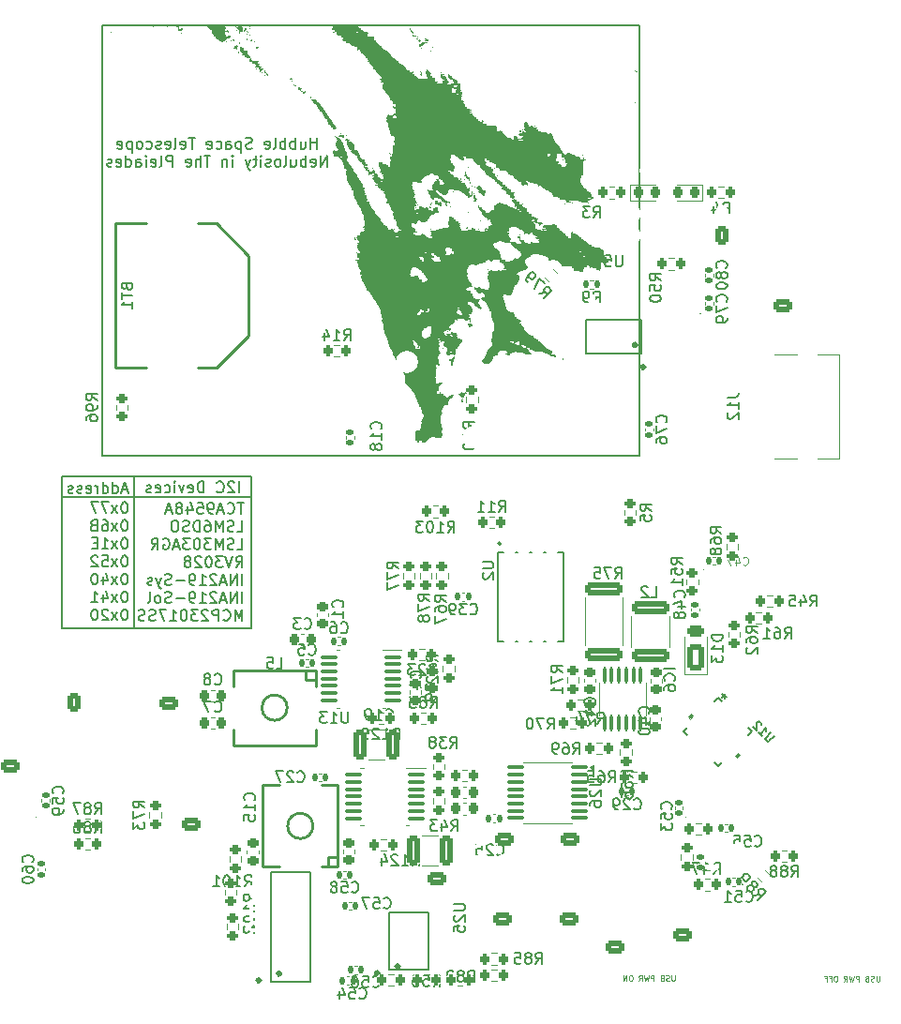
<source format=gbr>
%TF.GenerationSoftware,KiCad,Pcbnew,9.0.0*%
%TF.CreationDate,2025-07-29T18:49:57-07:00*%
%TF.ProjectId,FC_V5c,46435f56-3563-42e6-9b69-6361645f7063,rev?*%
%TF.SameCoordinates,Original*%
%TF.FileFunction,Legend,Bot*%
%TF.FilePolarity,Positive*%
%FSLAX46Y46*%
G04 Gerber Fmt 4.6, Leading zero omitted, Abs format (unit mm)*
G04 Created by KiCad (PCBNEW 9.0.0) date 2025-07-29 18:49:57*
%MOMM*%
%LPD*%
G01*
G04 APERTURE LIST*
G04 Aperture macros list*
%AMRoundRect*
0 Rectangle with rounded corners*
0 $1 Rounding radius*
0 $2 $3 $4 $5 $6 $7 $8 $9 X,Y pos of 4 corners*
0 Add a 4 corners polygon primitive as box body*
4,1,4,$2,$3,$4,$5,$6,$7,$8,$9,$2,$3,0*
0 Add four circle primitives for the rounded corners*
1,1,$1+$1,$2,$3*
1,1,$1+$1,$4,$5*
1,1,$1+$1,$6,$7*
1,1,$1+$1,$8,$9*
0 Add four rect primitives between the rounded corners*
20,1,$1+$1,$2,$3,$4,$5,0*
20,1,$1+$1,$4,$5,$6,$7,0*
20,1,$1+$1,$6,$7,$8,$9,0*
20,1,$1+$1,$8,$9,$2,$3,0*%
%AMRotRect*
0 Rectangle, with rotation*
0 The origin of the aperture is its center*
0 $1 length*
0 $2 width*
0 $3 Rotation angle, in degrees counterclockwise*
0 Add horizontal line*
21,1,$1,$2,0,0,$3*%
G04 Aperture macros list end*
%ADD10C,0.150000*%
%ADD11C,0.100000*%
%ADD12C,0.120000*%
%ADD13C,0.152400*%
%ADD14C,0.025400*%
%ADD15C,0.250000*%
%ADD16C,0.000000*%
%ADD17C,0.300000*%
%ADD18C,0.160000*%
%ADD19RoundRect,0.200000X-0.335876X-0.053033X-0.053033X-0.335876X0.335876X0.053033X0.053033X0.335876X0*%
%ADD20RoundRect,0.200000X-0.200000X-0.275000X0.200000X-0.275000X0.200000X0.275000X-0.200000X0.275000X0*%
%ADD21RoundRect,0.250000X-0.350000X-0.575000X0.350000X-0.575000X0.350000X0.575000X-0.350000X0.575000X0*%
%ADD22O,1.200000X1.650000*%
%ADD23C,2.050000*%
%ADD24C,2.250000*%
%ADD25C,2.000000*%
%ADD26C,5.000000*%
%ADD27RoundRect,0.250000X-0.575000X0.350000X-0.575000X-0.350000X0.575000X-0.350000X0.575000X0.350000X0*%
%ADD28O,1.650000X1.200000*%
%ADD29RoundRect,0.250000X0.575000X-0.350000X0.575000X0.350000X-0.575000X0.350000X-0.575000X-0.350000X0*%
%ADD30R,1.700000X1.700000*%
%ADD31C,1.700000*%
%ADD32R,1.000000X1.000000*%
%ADD33O,1.000000X1.000000*%
%ADD34RoundRect,0.250000X0.350000X0.575000X-0.350000X0.575000X-0.350000X-0.575000X0.350000X-0.575000X0*%
%ADD35O,1.700000X1.700000*%
%ADD36RoundRect,0.200000X0.275000X-0.200000X0.275000X0.200000X-0.275000X0.200000X-0.275000X-0.200000X0*%
%ADD37RoundRect,0.200000X-0.275000X0.200000X-0.275000X-0.200000X0.275000X-0.200000X0.275000X0.200000X0*%
%ADD38RoundRect,0.225000X0.250000X-0.225000X0.250000X0.225000X-0.250000X0.225000X-0.250000X-0.225000X0*%
%ADD39RoundRect,0.140000X0.170000X-0.140000X0.170000X0.140000X-0.170000X0.140000X-0.170000X-0.140000X0*%
%ADD40R,3.000000X3.100000*%
%ADD41RoundRect,0.100000X0.687500X0.100000X-0.687500X0.100000X-0.687500X-0.100000X0.687500X-0.100000X0*%
%ADD42RoundRect,0.250000X-0.325000X-1.100000X0.325000X-1.100000X0.325000X1.100000X-0.325000X1.100000X0*%
%ADD43RoundRect,0.200000X0.200000X0.275000X-0.200000X0.275000X-0.200000X-0.275000X0.200000X-0.275000X0*%
%ADD44RoundRect,0.140000X-0.140000X-0.170000X0.140000X-0.170000X0.140000X0.170000X-0.140000X0.170000X0*%
%ADD45R,0.550000X1.000000*%
%ADD46RoundRect,0.140000X-0.170000X0.140000X-0.170000X-0.140000X0.170000X-0.140000X0.170000X0.140000X0*%
%ADD47RoundRect,0.218750X0.218750X0.256250X-0.218750X0.256250X-0.218750X-0.256250X0.218750X-0.256250X0*%
%ADD48RotRect,0.782600X0.254800X225.000000*%
%ADD49RotRect,0.254800X0.782600X225.000000*%
%ADD50RotRect,2.794000X2.794000X225.000000*%
%ADD51RoundRect,0.225000X-0.225000X-0.250000X0.225000X-0.250000X0.225000X0.250000X-0.225000X0.250000X0*%
%ADD52R,3.400000X2.000000*%
%ADD53RoundRect,0.225000X-0.250000X0.225000X-0.250000X-0.225000X0.250000X-0.225000X0.250000X0.225000X0*%
%ADD54RoundRect,0.250000X-0.500000X0.950000X-0.500000X-0.950000X0.500000X-0.950000X0.500000X0.950000X0*%
%ADD55RoundRect,0.250000X-0.500000X0.275000X-0.500000X-0.275000X0.500000X-0.275000X0.500000X0.275000X0*%
%ADD56RoundRect,0.140000X0.140000X0.170000X-0.140000X0.170000X-0.140000X-0.170000X0.140000X-0.170000X0*%
%ADD57RoundRect,0.225000X0.225000X0.250000X-0.225000X0.250000X-0.225000X-0.250000X0.225000X-0.250000X0*%
%ADD58RoundRect,0.135000X-0.135000X-0.185000X0.135000X-0.185000X0.135000X0.185000X-0.135000X0.185000X0*%
%ADD59RoundRect,0.250000X1.425000X-0.362500X1.425000X0.362500X-1.425000X0.362500X-1.425000X-0.362500X0*%
%ADD60O,1.730000X0.340000*%
%ADD61C,0.500000*%
%ADD62R,3.100000X5.600000*%
%ADD63RoundRect,0.218750X-0.218750X-0.256250X0.218750X-0.256250X0.218750X0.256250X-0.218750X0.256250X0*%
%ADD64R,1.000000X0.550000*%
%ADD65R,4.180000X3.900000*%
%ADD66C,7.000000*%
%ADD67R,0.800000X1.700000*%
%ADD68RoundRect,0.100000X0.100000X-0.625000X0.100000X0.625000X-0.100000X0.625000X-0.100000X-0.625000X0*%
%ADD69R,2.850000X1.650000*%
%ADD70O,0.590000X2.050000*%
%ADD71RoundRect,0.100000X0.637500X0.100000X-0.637500X0.100000X-0.637500X-0.100000X0.637500X-0.100000X0*%
%ADD72RoundRect,0.250000X1.450000X-0.312500X1.450000X0.312500X-1.450000X0.312500X-1.450000X-0.312500X0*%
%ADD73O,1.750000X0.340000*%
%ADD74R,2.500000X2.900000*%
%ADD75C,0.650000*%
%ADD76R,1.450000X0.600000*%
%ADD77R,1.450000X0.300000*%
%ADD78O,1.600000X1.000000*%
%ADD79O,2.100000X1.000000*%
%ADD80R,2.000000X3.400000*%
G04 APERTURE END LIST*
D10*
X163600000Y-88775000D02*
X174200000Y-88775000D01*
X174200000Y-102425000D01*
X163600000Y-102425000D01*
X163600000Y-88775000D01*
X160669138Y-48000000D02*
X209230861Y-48000000D01*
X209230861Y-86891722D01*
X160669138Y-86891722D01*
X160669138Y-48000000D01*
X157100000Y-88775000D02*
X174200000Y-88775000D01*
X174200000Y-90625000D01*
X157100000Y-90625000D01*
X157100000Y-88775000D01*
X157100000Y-88775000D02*
X163600000Y-88775000D01*
X163600000Y-102425000D01*
X157100000Y-102425000D01*
X157100000Y-88775000D01*
X180100001Y-59159875D02*
X180100001Y-58159875D01*
X180100001Y-58636065D02*
X179528573Y-58636065D01*
X179528573Y-59159875D02*
X179528573Y-58159875D01*
X178623811Y-58493208D02*
X178623811Y-59159875D01*
X179052382Y-58493208D02*
X179052382Y-59017017D01*
X179052382Y-59017017D02*
X179004763Y-59112256D01*
X179004763Y-59112256D02*
X178909525Y-59159875D01*
X178909525Y-59159875D02*
X178766668Y-59159875D01*
X178766668Y-59159875D02*
X178671430Y-59112256D01*
X178671430Y-59112256D02*
X178623811Y-59064636D01*
X178147620Y-59159875D02*
X178147620Y-58159875D01*
X178147620Y-58540827D02*
X178052382Y-58493208D01*
X178052382Y-58493208D02*
X177861906Y-58493208D01*
X177861906Y-58493208D02*
X177766668Y-58540827D01*
X177766668Y-58540827D02*
X177719049Y-58588446D01*
X177719049Y-58588446D02*
X177671430Y-58683684D01*
X177671430Y-58683684D02*
X177671430Y-58969398D01*
X177671430Y-58969398D02*
X177719049Y-59064636D01*
X177719049Y-59064636D02*
X177766668Y-59112256D01*
X177766668Y-59112256D02*
X177861906Y-59159875D01*
X177861906Y-59159875D02*
X178052382Y-59159875D01*
X178052382Y-59159875D02*
X178147620Y-59112256D01*
X177242858Y-59159875D02*
X177242858Y-58159875D01*
X177242858Y-58540827D02*
X177147620Y-58493208D01*
X177147620Y-58493208D02*
X176957144Y-58493208D01*
X176957144Y-58493208D02*
X176861906Y-58540827D01*
X176861906Y-58540827D02*
X176814287Y-58588446D01*
X176814287Y-58588446D02*
X176766668Y-58683684D01*
X176766668Y-58683684D02*
X176766668Y-58969398D01*
X176766668Y-58969398D02*
X176814287Y-59064636D01*
X176814287Y-59064636D02*
X176861906Y-59112256D01*
X176861906Y-59112256D02*
X176957144Y-59159875D01*
X176957144Y-59159875D02*
X177147620Y-59159875D01*
X177147620Y-59159875D02*
X177242858Y-59112256D01*
X176195239Y-59159875D02*
X176290477Y-59112256D01*
X176290477Y-59112256D02*
X176338096Y-59017017D01*
X176338096Y-59017017D02*
X176338096Y-58159875D01*
X175433334Y-59112256D02*
X175528572Y-59159875D01*
X175528572Y-59159875D02*
X175719048Y-59159875D01*
X175719048Y-59159875D02*
X175814286Y-59112256D01*
X175814286Y-59112256D02*
X175861905Y-59017017D01*
X175861905Y-59017017D02*
X175861905Y-58636065D01*
X175861905Y-58636065D02*
X175814286Y-58540827D01*
X175814286Y-58540827D02*
X175719048Y-58493208D01*
X175719048Y-58493208D02*
X175528572Y-58493208D01*
X175528572Y-58493208D02*
X175433334Y-58540827D01*
X175433334Y-58540827D02*
X175385715Y-58636065D01*
X175385715Y-58636065D02*
X175385715Y-58731303D01*
X175385715Y-58731303D02*
X175861905Y-58826541D01*
X174242857Y-59112256D02*
X174100000Y-59159875D01*
X174100000Y-59159875D02*
X173861905Y-59159875D01*
X173861905Y-59159875D02*
X173766667Y-59112256D01*
X173766667Y-59112256D02*
X173719048Y-59064636D01*
X173719048Y-59064636D02*
X173671429Y-58969398D01*
X173671429Y-58969398D02*
X173671429Y-58874160D01*
X173671429Y-58874160D02*
X173719048Y-58778922D01*
X173719048Y-58778922D02*
X173766667Y-58731303D01*
X173766667Y-58731303D02*
X173861905Y-58683684D01*
X173861905Y-58683684D02*
X174052381Y-58636065D01*
X174052381Y-58636065D02*
X174147619Y-58588446D01*
X174147619Y-58588446D02*
X174195238Y-58540827D01*
X174195238Y-58540827D02*
X174242857Y-58445589D01*
X174242857Y-58445589D02*
X174242857Y-58350351D01*
X174242857Y-58350351D02*
X174195238Y-58255113D01*
X174195238Y-58255113D02*
X174147619Y-58207494D01*
X174147619Y-58207494D02*
X174052381Y-58159875D01*
X174052381Y-58159875D02*
X173814286Y-58159875D01*
X173814286Y-58159875D02*
X173671429Y-58207494D01*
X173242857Y-58493208D02*
X173242857Y-59493208D01*
X173242857Y-58540827D02*
X173147619Y-58493208D01*
X173147619Y-58493208D02*
X172957143Y-58493208D01*
X172957143Y-58493208D02*
X172861905Y-58540827D01*
X172861905Y-58540827D02*
X172814286Y-58588446D01*
X172814286Y-58588446D02*
X172766667Y-58683684D01*
X172766667Y-58683684D02*
X172766667Y-58969398D01*
X172766667Y-58969398D02*
X172814286Y-59064636D01*
X172814286Y-59064636D02*
X172861905Y-59112256D01*
X172861905Y-59112256D02*
X172957143Y-59159875D01*
X172957143Y-59159875D02*
X173147619Y-59159875D01*
X173147619Y-59159875D02*
X173242857Y-59112256D01*
X171909524Y-59159875D02*
X171909524Y-58636065D01*
X171909524Y-58636065D02*
X171957143Y-58540827D01*
X171957143Y-58540827D02*
X172052381Y-58493208D01*
X172052381Y-58493208D02*
X172242857Y-58493208D01*
X172242857Y-58493208D02*
X172338095Y-58540827D01*
X171909524Y-59112256D02*
X172004762Y-59159875D01*
X172004762Y-59159875D02*
X172242857Y-59159875D01*
X172242857Y-59159875D02*
X172338095Y-59112256D01*
X172338095Y-59112256D02*
X172385714Y-59017017D01*
X172385714Y-59017017D02*
X172385714Y-58921779D01*
X172385714Y-58921779D02*
X172338095Y-58826541D01*
X172338095Y-58826541D02*
X172242857Y-58778922D01*
X172242857Y-58778922D02*
X172004762Y-58778922D01*
X172004762Y-58778922D02*
X171909524Y-58731303D01*
X171004762Y-59112256D02*
X171100000Y-59159875D01*
X171100000Y-59159875D02*
X171290476Y-59159875D01*
X171290476Y-59159875D02*
X171385714Y-59112256D01*
X171385714Y-59112256D02*
X171433333Y-59064636D01*
X171433333Y-59064636D02*
X171480952Y-58969398D01*
X171480952Y-58969398D02*
X171480952Y-58683684D01*
X171480952Y-58683684D02*
X171433333Y-58588446D01*
X171433333Y-58588446D02*
X171385714Y-58540827D01*
X171385714Y-58540827D02*
X171290476Y-58493208D01*
X171290476Y-58493208D02*
X171100000Y-58493208D01*
X171100000Y-58493208D02*
X171004762Y-58540827D01*
X170195238Y-59112256D02*
X170290476Y-59159875D01*
X170290476Y-59159875D02*
X170480952Y-59159875D01*
X170480952Y-59159875D02*
X170576190Y-59112256D01*
X170576190Y-59112256D02*
X170623809Y-59017017D01*
X170623809Y-59017017D02*
X170623809Y-58636065D01*
X170623809Y-58636065D02*
X170576190Y-58540827D01*
X170576190Y-58540827D02*
X170480952Y-58493208D01*
X170480952Y-58493208D02*
X170290476Y-58493208D01*
X170290476Y-58493208D02*
X170195238Y-58540827D01*
X170195238Y-58540827D02*
X170147619Y-58636065D01*
X170147619Y-58636065D02*
X170147619Y-58731303D01*
X170147619Y-58731303D02*
X170623809Y-58826541D01*
X169099999Y-58159875D02*
X168528571Y-58159875D01*
X168814285Y-59159875D02*
X168814285Y-58159875D01*
X167814285Y-59112256D02*
X167909523Y-59159875D01*
X167909523Y-59159875D02*
X168099999Y-59159875D01*
X168099999Y-59159875D02*
X168195237Y-59112256D01*
X168195237Y-59112256D02*
X168242856Y-59017017D01*
X168242856Y-59017017D02*
X168242856Y-58636065D01*
X168242856Y-58636065D02*
X168195237Y-58540827D01*
X168195237Y-58540827D02*
X168099999Y-58493208D01*
X168099999Y-58493208D02*
X167909523Y-58493208D01*
X167909523Y-58493208D02*
X167814285Y-58540827D01*
X167814285Y-58540827D02*
X167766666Y-58636065D01*
X167766666Y-58636065D02*
X167766666Y-58731303D01*
X167766666Y-58731303D02*
X168242856Y-58826541D01*
X167195237Y-59159875D02*
X167290475Y-59112256D01*
X167290475Y-59112256D02*
X167338094Y-59017017D01*
X167338094Y-59017017D02*
X167338094Y-58159875D01*
X166433332Y-59112256D02*
X166528570Y-59159875D01*
X166528570Y-59159875D02*
X166719046Y-59159875D01*
X166719046Y-59159875D02*
X166814284Y-59112256D01*
X166814284Y-59112256D02*
X166861903Y-59017017D01*
X166861903Y-59017017D02*
X166861903Y-58636065D01*
X166861903Y-58636065D02*
X166814284Y-58540827D01*
X166814284Y-58540827D02*
X166719046Y-58493208D01*
X166719046Y-58493208D02*
X166528570Y-58493208D01*
X166528570Y-58493208D02*
X166433332Y-58540827D01*
X166433332Y-58540827D02*
X166385713Y-58636065D01*
X166385713Y-58636065D02*
X166385713Y-58731303D01*
X166385713Y-58731303D02*
X166861903Y-58826541D01*
X166004760Y-59112256D02*
X165909522Y-59159875D01*
X165909522Y-59159875D02*
X165719046Y-59159875D01*
X165719046Y-59159875D02*
X165623808Y-59112256D01*
X165623808Y-59112256D02*
X165576189Y-59017017D01*
X165576189Y-59017017D02*
X165576189Y-58969398D01*
X165576189Y-58969398D02*
X165623808Y-58874160D01*
X165623808Y-58874160D02*
X165719046Y-58826541D01*
X165719046Y-58826541D02*
X165861903Y-58826541D01*
X165861903Y-58826541D02*
X165957141Y-58778922D01*
X165957141Y-58778922D02*
X166004760Y-58683684D01*
X166004760Y-58683684D02*
X166004760Y-58636065D01*
X166004760Y-58636065D02*
X165957141Y-58540827D01*
X165957141Y-58540827D02*
X165861903Y-58493208D01*
X165861903Y-58493208D02*
X165719046Y-58493208D01*
X165719046Y-58493208D02*
X165623808Y-58540827D01*
X164719046Y-59112256D02*
X164814284Y-59159875D01*
X164814284Y-59159875D02*
X165004760Y-59159875D01*
X165004760Y-59159875D02*
X165099998Y-59112256D01*
X165099998Y-59112256D02*
X165147617Y-59064636D01*
X165147617Y-59064636D02*
X165195236Y-58969398D01*
X165195236Y-58969398D02*
X165195236Y-58683684D01*
X165195236Y-58683684D02*
X165147617Y-58588446D01*
X165147617Y-58588446D02*
X165099998Y-58540827D01*
X165099998Y-58540827D02*
X165004760Y-58493208D01*
X165004760Y-58493208D02*
X164814284Y-58493208D01*
X164814284Y-58493208D02*
X164719046Y-58540827D01*
X164147617Y-59159875D02*
X164242855Y-59112256D01*
X164242855Y-59112256D02*
X164290474Y-59064636D01*
X164290474Y-59064636D02*
X164338093Y-58969398D01*
X164338093Y-58969398D02*
X164338093Y-58683684D01*
X164338093Y-58683684D02*
X164290474Y-58588446D01*
X164290474Y-58588446D02*
X164242855Y-58540827D01*
X164242855Y-58540827D02*
X164147617Y-58493208D01*
X164147617Y-58493208D02*
X164004760Y-58493208D01*
X164004760Y-58493208D02*
X163909522Y-58540827D01*
X163909522Y-58540827D02*
X163861903Y-58588446D01*
X163861903Y-58588446D02*
X163814284Y-58683684D01*
X163814284Y-58683684D02*
X163814284Y-58969398D01*
X163814284Y-58969398D02*
X163861903Y-59064636D01*
X163861903Y-59064636D02*
X163909522Y-59112256D01*
X163909522Y-59112256D02*
X164004760Y-59159875D01*
X164004760Y-59159875D02*
X164147617Y-59159875D01*
X163385712Y-58493208D02*
X163385712Y-59493208D01*
X163385712Y-58540827D02*
X163290474Y-58493208D01*
X163290474Y-58493208D02*
X163099998Y-58493208D01*
X163099998Y-58493208D02*
X163004760Y-58540827D01*
X163004760Y-58540827D02*
X162957141Y-58588446D01*
X162957141Y-58588446D02*
X162909522Y-58683684D01*
X162909522Y-58683684D02*
X162909522Y-58969398D01*
X162909522Y-58969398D02*
X162957141Y-59064636D01*
X162957141Y-59064636D02*
X163004760Y-59112256D01*
X163004760Y-59112256D02*
X163099998Y-59159875D01*
X163099998Y-59159875D02*
X163290474Y-59159875D01*
X163290474Y-59159875D02*
X163385712Y-59112256D01*
X162099998Y-59112256D02*
X162195236Y-59159875D01*
X162195236Y-59159875D02*
X162385712Y-59159875D01*
X162385712Y-59159875D02*
X162480950Y-59112256D01*
X162480950Y-59112256D02*
X162528569Y-59017017D01*
X162528569Y-59017017D02*
X162528569Y-58636065D01*
X162528569Y-58636065D02*
X162480950Y-58540827D01*
X162480950Y-58540827D02*
X162385712Y-58493208D01*
X162385712Y-58493208D02*
X162195236Y-58493208D01*
X162195236Y-58493208D02*
X162099998Y-58540827D01*
X162099998Y-58540827D02*
X162052379Y-58636065D01*
X162052379Y-58636065D02*
X162052379Y-58731303D01*
X162052379Y-58731303D02*
X162528569Y-58826541D01*
X181004762Y-60769819D02*
X181004762Y-59769819D01*
X181004762Y-59769819D02*
X180433334Y-60769819D01*
X180433334Y-60769819D02*
X180433334Y-59769819D01*
X179576191Y-60722200D02*
X179671429Y-60769819D01*
X179671429Y-60769819D02*
X179861905Y-60769819D01*
X179861905Y-60769819D02*
X179957143Y-60722200D01*
X179957143Y-60722200D02*
X180004762Y-60626961D01*
X180004762Y-60626961D02*
X180004762Y-60246009D01*
X180004762Y-60246009D02*
X179957143Y-60150771D01*
X179957143Y-60150771D02*
X179861905Y-60103152D01*
X179861905Y-60103152D02*
X179671429Y-60103152D01*
X179671429Y-60103152D02*
X179576191Y-60150771D01*
X179576191Y-60150771D02*
X179528572Y-60246009D01*
X179528572Y-60246009D02*
X179528572Y-60341247D01*
X179528572Y-60341247D02*
X180004762Y-60436485D01*
X179100000Y-60769819D02*
X179100000Y-59769819D01*
X179100000Y-60150771D02*
X179004762Y-60103152D01*
X179004762Y-60103152D02*
X178814286Y-60103152D01*
X178814286Y-60103152D02*
X178719048Y-60150771D01*
X178719048Y-60150771D02*
X178671429Y-60198390D01*
X178671429Y-60198390D02*
X178623810Y-60293628D01*
X178623810Y-60293628D02*
X178623810Y-60579342D01*
X178623810Y-60579342D02*
X178671429Y-60674580D01*
X178671429Y-60674580D02*
X178719048Y-60722200D01*
X178719048Y-60722200D02*
X178814286Y-60769819D01*
X178814286Y-60769819D02*
X179004762Y-60769819D01*
X179004762Y-60769819D02*
X179100000Y-60722200D01*
X177766667Y-60103152D02*
X177766667Y-60769819D01*
X178195238Y-60103152D02*
X178195238Y-60626961D01*
X178195238Y-60626961D02*
X178147619Y-60722200D01*
X178147619Y-60722200D02*
X178052381Y-60769819D01*
X178052381Y-60769819D02*
X177909524Y-60769819D01*
X177909524Y-60769819D02*
X177814286Y-60722200D01*
X177814286Y-60722200D02*
X177766667Y-60674580D01*
X177147619Y-60769819D02*
X177242857Y-60722200D01*
X177242857Y-60722200D02*
X177290476Y-60626961D01*
X177290476Y-60626961D02*
X177290476Y-59769819D01*
X176623809Y-60769819D02*
X176719047Y-60722200D01*
X176719047Y-60722200D02*
X176766666Y-60674580D01*
X176766666Y-60674580D02*
X176814285Y-60579342D01*
X176814285Y-60579342D02*
X176814285Y-60293628D01*
X176814285Y-60293628D02*
X176766666Y-60198390D01*
X176766666Y-60198390D02*
X176719047Y-60150771D01*
X176719047Y-60150771D02*
X176623809Y-60103152D01*
X176623809Y-60103152D02*
X176480952Y-60103152D01*
X176480952Y-60103152D02*
X176385714Y-60150771D01*
X176385714Y-60150771D02*
X176338095Y-60198390D01*
X176338095Y-60198390D02*
X176290476Y-60293628D01*
X176290476Y-60293628D02*
X176290476Y-60579342D01*
X176290476Y-60579342D02*
X176338095Y-60674580D01*
X176338095Y-60674580D02*
X176385714Y-60722200D01*
X176385714Y-60722200D02*
X176480952Y-60769819D01*
X176480952Y-60769819D02*
X176623809Y-60769819D01*
X175909523Y-60722200D02*
X175814285Y-60769819D01*
X175814285Y-60769819D02*
X175623809Y-60769819D01*
X175623809Y-60769819D02*
X175528571Y-60722200D01*
X175528571Y-60722200D02*
X175480952Y-60626961D01*
X175480952Y-60626961D02*
X175480952Y-60579342D01*
X175480952Y-60579342D02*
X175528571Y-60484104D01*
X175528571Y-60484104D02*
X175623809Y-60436485D01*
X175623809Y-60436485D02*
X175766666Y-60436485D01*
X175766666Y-60436485D02*
X175861904Y-60388866D01*
X175861904Y-60388866D02*
X175909523Y-60293628D01*
X175909523Y-60293628D02*
X175909523Y-60246009D01*
X175909523Y-60246009D02*
X175861904Y-60150771D01*
X175861904Y-60150771D02*
X175766666Y-60103152D01*
X175766666Y-60103152D02*
X175623809Y-60103152D01*
X175623809Y-60103152D02*
X175528571Y-60150771D01*
X175052380Y-60769819D02*
X175052380Y-60103152D01*
X175052380Y-59769819D02*
X175099999Y-59817438D01*
X175099999Y-59817438D02*
X175052380Y-59865057D01*
X175052380Y-59865057D02*
X175004761Y-59817438D01*
X175004761Y-59817438D02*
X175052380Y-59769819D01*
X175052380Y-59769819D02*
X175052380Y-59865057D01*
X174719047Y-60103152D02*
X174338095Y-60103152D01*
X174576190Y-59769819D02*
X174576190Y-60626961D01*
X174576190Y-60626961D02*
X174528571Y-60722200D01*
X174528571Y-60722200D02*
X174433333Y-60769819D01*
X174433333Y-60769819D02*
X174338095Y-60769819D01*
X174099999Y-60103152D02*
X173861904Y-60769819D01*
X173623809Y-60103152D02*
X173861904Y-60769819D01*
X173861904Y-60769819D02*
X173957142Y-61007914D01*
X173957142Y-61007914D02*
X174004761Y-61055533D01*
X174004761Y-61055533D02*
X174099999Y-61103152D01*
X172480951Y-60769819D02*
X172480951Y-60103152D01*
X172480951Y-59769819D02*
X172528570Y-59817438D01*
X172528570Y-59817438D02*
X172480951Y-59865057D01*
X172480951Y-59865057D02*
X172433332Y-59817438D01*
X172433332Y-59817438D02*
X172480951Y-59769819D01*
X172480951Y-59769819D02*
X172480951Y-59865057D01*
X172004761Y-60103152D02*
X172004761Y-60769819D01*
X172004761Y-60198390D02*
X171957142Y-60150771D01*
X171957142Y-60150771D02*
X171861904Y-60103152D01*
X171861904Y-60103152D02*
X171719047Y-60103152D01*
X171719047Y-60103152D02*
X171623809Y-60150771D01*
X171623809Y-60150771D02*
X171576190Y-60246009D01*
X171576190Y-60246009D02*
X171576190Y-60769819D01*
X170480951Y-59769819D02*
X169909523Y-59769819D01*
X170195237Y-60769819D02*
X170195237Y-59769819D01*
X169576189Y-60769819D02*
X169576189Y-59769819D01*
X169147618Y-60769819D02*
X169147618Y-60246009D01*
X169147618Y-60246009D02*
X169195237Y-60150771D01*
X169195237Y-60150771D02*
X169290475Y-60103152D01*
X169290475Y-60103152D02*
X169433332Y-60103152D01*
X169433332Y-60103152D02*
X169528570Y-60150771D01*
X169528570Y-60150771D02*
X169576189Y-60198390D01*
X168290475Y-60722200D02*
X168385713Y-60769819D01*
X168385713Y-60769819D02*
X168576189Y-60769819D01*
X168576189Y-60769819D02*
X168671427Y-60722200D01*
X168671427Y-60722200D02*
X168719046Y-60626961D01*
X168719046Y-60626961D02*
X168719046Y-60246009D01*
X168719046Y-60246009D02*
X168671427Y-60150771D01*
X168671427Y-60150771D02*
X168576189Y-60103152D01*
X168576189Y-60103152D02*
X168385713Y-60103152D01*
X168385713Y-60103152D02*
X168290475Y-60150771D01*
X168290475Y-60150771D02*
X168242856Y-60246009D01*
X168242856Y-60246009D02*
X168242856Y-60341247D01*
X168242856Y-60341247D02*
X168719046Y-60436485D01*
X167052379Y-60769819D02*
X167052379Y-59769819D01*
X167052379Y-59769819D02*
X166671427Y-59769819D01*
X166671427Y-59769819D02*
X166576189Y-59817438D01*
X166576189Y-59817438D02*
X166528570Y-59865057D01*
X166528570Y-59865057D02*
X166480951Y-59960295D01*
X166480951Y-59960295D02*
X166480951Y-60103152D01*
X166480951Y-60103152D02*
X166528570Y-60198390D01*
X166528570Y-60198390D02*
X166576189Y-60246009D01*
X166576189Y-60246009D02*
X166671427Y-60293628D01*
X166671427Y-60293628D02*
X167052379Y-60293628D01*
X165909522Y-60769819D02*
X166004760Y-60722200D01*
X166004760Y-60722200D02*
X166052379Y-60626961D01*
X166052379Y-60626961D02*
X166052379Y-59769819D01*
X165147617Y-60722200D02*
X165242855Y-60769819D01*
X165242855Y-60769819D02*
X165433331Y-60769819D01*
X165433331Y-60769819D02*
X165528569Y-60722200D01*
X165528569Y-60722200D02*
X165576188Y-60626961D01*
X165576188Y-60626961D02*
X165576188Y-60246009D01*
X165576188Y-60246009D02*
X165528569Y-60150771D01*
X165528569Y-60150771D02*
X165433331Y-60103152D01*
X165433331Y-60103152D02*
X165242855Y-60103152D01*
X165242855Y-60103152D02*
X165147617Y-60150771D01*
X165147617Y-60150771D02*
X165099998Y-60246009D01*
X165099998Y-60246009D02*
X165099998Y-60341247D01*
X165099998Y-60341247D02*
X165576188Y-60436485D01*
X164671426Y-60769819D02*
X164671426Y-60103152D01*
X164671426Y-59769819D02*
X164719045Y-59817438D01*
X164719045Y-59817438D02*
X164671426Y-59865057D01*
X164671426Y-59865057D02*
X164623807Y-59817438D01*
X164623807Y-59817438D02*
X164671426Y-59769819D01*
X164671426Y-59769819D02*
X164671426Y-59865057D01*
X163766665Y-60769819D02*
X163766665Y-60246009D01*
X163766665Y-60246009D02*
X163814284Y-60150771D01*
X163814284Y-60150771D02*
X163909522Y-60103152D01*
X163909522Y-60103152D02*
X164099998Y-60103152D01*
X164099998Y-60103152D02*
X164195236Y-60150771D01*
X163766665Y-60722200D02*
X163861903Y-60769819D01*
X163861903Y-60769819D02*
X164099998Y-60769819D01*
X164099998Y-60769819D02*
X164195236Y-60722200D01*
X164195236Y-60722200D02*
X164242855Y-60626961D01*
X164242855Y-60626961D02*
X164242855Y-60531723D01*
X164242855Y-60531723D02*
X164195236Y-60436485D01*
X164195236Y-60436485D02*
X164099998Y-60388866D01*
X164099998Y-60388866D02*
X163861903Y-60388866D01*
X163861903Y-60388866D02*
X163766665Y-60341247D01*
X162861903Y-60769819D02*
X162861903Y-59769819D01*
X162861903Y-60722200D02*
X162957141Y-60769819D01*
X162957141Y-60769819D02*
X163147617Y-60769819D01*
X163147617Y-60769819D02*
X163242855Y-60722200D01*
X163242855Y-60722200D02*
X163290474Y-60674580D01*
X163290474Y-60674580D02*
X163338093Y-60579342D01*
X163338093Y-60579342D02*
X163338093Y-60293628D01*
X163338093Y-60293628D02*
X163290474Y-60198390D01*
X163290474Y-60198390D02*
X163242855Y-60150771D01*
X163242855Y-60150771D02*
X163147617Y-60103152D01*
X163147617Y-60103152D02*
X162957141Y-60103152D01*
X162957141Y-60103152D02*
X162861903Y-60150771D01*
X162004760Y-60722200D02*
X162099998Y-60769819D01*
X162099998Y-60769819D02*
X162290474Y-60769819D01*
X162290474Y-60769819D02*
X162385712Y-60722200D01*
X162385712Y-60722200D02*
X162433331Y-60626961D01*
X162433331Y-60626961D02*
X162433331Y-60246009D01*
X162433331Y-60246009D02*
X162385712Y-60150771D01*
X162385712Y-60150771D02*
X162290474Y-60103152D01*
X162290474Y-60103152D02*
X162099998Y-60103152D01*
X162099998Y-60103152D02*
X162004760Y-60150771D01*
X162004760Y-60150771D02*
X161957141Y-60246009D01*
X161957141Y-60246009D02*
X161957141Y-60341247D01*
X161957141Y-60341247D02*
X162433331Y-60436485D01*
X161576188Y-60722200D02*
X161480950Y-60769819D01*
X161480950Y-60769819D02*
X161290474Y-60769819D01*
X161290474Y-60769819D02*
X161195236Y-60722200D01*
X161195236Y-60722200D02*
X161147617Y-60626961D01*
X161147617Y-60626961D02*
X161147617Y-60579342D01*
X161147617Y-60579342D02*
X161195236Y-60484104D01*
X161195236Y-60484104D02*
X161290474Y-60436485D01*
X161290474Y-60436485D02*
X161433331Y-60436485D01*
X161433331Y-60436485D02*
X161528569Y-60388866D01*
X161528569Y-60388866D02*
X161576188Y-60293628D01*
X161576188Y-60293628D02*
X161576188Y-60246009D01*
X161576188Y-60246009D02*
X161528569Y-60150771D01*
X161528569Y-60150771D02*
X161433331Y-60103152D01*
X161433331Y-60103152D02*
X161290474Y-60103152D01*
X161290474Y-60103152D02*
X161195236Y-60150771D01*
X173506077Y-91110155D02*
X172934649Y-91110155D01*
X173220363Y-92110155D02*
X173220363Y-91110155D01*
X172029887Y-92014916D02*
X172077506Y-92062536D01*
X172077506Y-92062536D02*
X172220363Y-92110155D01*
X172220363Y-92110155D02*
X172315601Y-92110155D01*
X172315601Y-92110155D02*
X172458458Y-92062536D01*
X172458458Y-92062536D02*
X172553696Y-91967297D01*
X172553696Y-91967297D02*
X172601315Y-91872059D01*
X172601315Y-91872059D02*
X172648934Y-91681583D01*
X172648934Y-91681583D02*
X172648934Y-91538726D01*
X172648934Y-91538726D02*
X172601315Y-91348250D01*
X172601315Y-91348250D02*
X172553696Y-91253012D01*
X172553696Y-91253012D02*
X172458458Y-91157774D01*
X172458458Y-91157774D02*
X172315601Y-91110155D01*
X172315601Y-91110155D02*
X172220363Y-91110155D01*
X172220363Y-91110155D02*
X172077506Y-91157774D01*
X172077506Y-91157774D02*
X172029887Y-91205393D01*
X171648934Y-91824440D02*
X171172744Y-91824440D01*
X171744172Y-92110155D02*
X171410839Y-91110155D01*
X171410839Y-91110155D02*
X171077506Y-92110155D01*
X170696553Y-92110155D02*
X170506077Y-92110155D01*
X170506077Y-92110155D02*
X170410839Y-92062536D01*
X170410839Y-92062536D02*
X170363220Y-92014916D01*
X170363220Y-92014916D02*
X170267982Y-91872059D01*
X170267982Y-91872059D02*
X170220363Y-91681583D01*
X170220363Y-91681583D02*
X170220363Y-91300631D01*
X170220363Y-91300631D02*
X170267982Y-91205393D01*
X170267982Y-91205393D02*
X170315601Y-91157774D01*
X170315601Y-91157774D02*
X170410839Y-91110155D01*
X170410839Y-91110155D02*
X170601315Y-91110155D01*
X170601315Y-91110155D02*
X170696553Y-91157774D01*
X170696553Y-91157774D02*
X170744172Y-91205393D01*
X170744172Y-91205393D02*
X170791791Y-91300631D01*
X170791791Y-91300631D02*
X170791791Y-91538726D01*
X170791791Y-91538726D02*
X170744172Y-91633964D01*
X170744172Y-91633964D02*
X170696553Y-91681583D01*
X170696553Y-91681583D02*
X170601315Y-91729202D01*
X170601315Y-91729202D02*
X170410839Y-91729202D01*
X170410839Y-91729202D02*
X170315601Y-91681583D01*
X170315601Y-91681583D02*
X170267982Y-91633964D01*
X170267982Y-91633964D02*
X170220363Y-91538726D01*
X169315601Y-91110155D02*
X169791791Y-91110155D01*
X169791791Y-91110155D02*
X169839410Y-91586345D01*
X169839410Y-91586345D02*
X169791791Y-91538726D01*
X169791791Y-91538726D02*
X169696553Y-91491107D01*
X169696553Y-91491107D02*
X169458458Y-91491107D01*
X169458458Y-91491107D02*
X169363220Y-91538726D01*
X169363220Y-91538726D02*
X169315601Y-91586345D01*
X169315601Y-91586345D02*
X169267982Y-91681583D01*
X169267982Y-91681583D02*
X169267982Y-91919678D01*
X169267982Y-91919678D02*
X169315601Y-92014916D01*
X169315601Y-92014916D02*
X169363220Y-92062536D01*
X169363220Y-92062536D02*
X169458458Y-92110155D01*
X169458458Y-92110155D02*
X169696553Y-92110155D01*
X169696553Y-92110155D02*
X169791791Y-92062536D01*
X169791791Y-92062536D02*
X169839410Y-92014916D01*
X168410839Y-91443488D02*
X168410839Y-92110155D01*
X168648934Y-91062536D02*
X168887029Y-91776821D01*
X168887029Y-91776821D02*
X168267982Y-91776821D01*
X167744172Y-91538726D02*
X167839410Y-91491107D01*
X167839410Y-91491107D02*
X167887029Y-91443488D01*
X167887029Y-91443488D02*
X167934648Y-91348250D01*
X167934648Y-91348250D02*
X167934648Y-91300631D01*
X167934648Y-91300631D02*
X167887029Y-91205393D01*
X167887029Y-91205393D02*
X167839410Y-91157774D01*
X167839410Y-91157774D02*
X167744172Y-91110155D01*
X167744172Y-91110155D02*
X167553696Y-91110155D01*
X167553696Y-91110155D02*
X167458458Y-91157774D01*
X167458458Y-91157774D02*
X167410839Y-91205393D01*
X167410839Y-91205393D02*
X167363220Y-91300631D01*
X167363220Y-91300631D02*
X167363220Y-91348250D01*
X167363220Y-91348250D02*
X167410839Y-91443488D01*
X167410839Y-91443488D02*
X167458458Y-91491107D01*
X167458458Y-91491107D02*
X167553696Y-91538726D01*
X167553696Y-91538726D02*
X167744172Y-91538726D01*
X167744172Y-91538726D02*
X167839410Y-91586345D01*
X167839410Y-91586345D02*
X167887029Y-91633964D01*
X167887029Y-91633964D02*
X167934648Y-91729202D01*
X167934648Y-91729202D02*
X167934648Y-91919678D01*
X167934648Y-91919678D02*
X167887029Y-92014916D01*
X167887029Y-92014916D02*
X167839410Y-92062536D01*
X167839410Y-92062536D02*
X167744172Y-92110155D01*
X167744172Y-92110155D02*
X167553696Y-92110155D01*
X167553696Y-92110155D02*
X167458458Y-92062536D01*
X167458458Y-92062536D02*
X167410839Y-92014916D01*
X167410839Y-92014916D02*
X167363220Y-91919678D01*
X167363220Y-91919678D02*
X167363220Y-91729202D01*
X167363220Y-91729202D02*
X167410839Y-91633964D01*
X167410839Y-91633964D02*
X167458458Y-91586345D01*
X167458458Y-91586345D02*
X167553696Y-91538726D01*
X166982267Y-91824440D02*
X166506077Y-91824440D01*
X167077505Y-92110155D02*
X166744172Y-91110155D01*
X166744172Y-91110155D02*
X166410839Y-92110155D01*
X172887030Y-93720099D02*
X173363220Y-93720099D01*
X173363220Y-93720099D02*
X173363220Y-92720099D01*
X172601315Y-93672480D02*
X172458458Y-93720099D01*
X172458458Y-93720099D02*
X172220363Y-93720099D01*
X172220363Y-93720099D02*
X172125125Y-93672480D01*
X172125125Y-93672480D02*
X172077506Y-93624860D01*
X172077506Y-93624860D02*
X172029887Y-93529622D01*
X172029887Y-93529622D02*
X172029887Y-93434384D01*
X172029887Y-93434384D02*
X172077506Y-93339146D01*
X172077506Y-93339146D02*
X172125125Y-93291527D01*
X172125125Y-93291527D02*
X172220363Y-93243908D01*
X172220363Y-93243908D02*
X172410839Y-93196289D01*
X172410839Y-93196289D02*
X172506077Y-93148670D01*
X172506077Y-93148670D02*
X172553696Y-93101051D01*
X172553696Y-93101051D02*
X172601315Y-93005813D01*
X172601315Y-93005813D02*
X172601315Y-92910575D01*
X172601315Y-92910575D02*
X172553696Y-92815337D01*
X172553696Y-92815337D02*
X172506077Y-92767718D01*
X172506077Y-92767718D02*
X172410839Y-92720099D01*
X172410839Y-92720099D02*
X172172744Y-92720099D01*
X172172744Y-92720099D02*
X172029887Y-92767718D01*
X171601315Y-93720099D02*
X171601315Y-92720099D01*
X171601315Y-92720099D02*
X171267982Y-93434384D01*
X171267982Y-93434384D02*
X170934649Y-92720099D01*
X170934649Y-92720099D02*
X170934649Y-93720099D01*
X170029887Y-92720099D02*
X170220363Y-92720099D01*
X170220363Y-92720099D02*
X170315601Y-92767718D01*
X170315601Y-92767718D02*
X170363220Y-92815337D01*
X170363220Y-92815337D02*
X170458458Y-92958194D01*
X170458458Y-92958194D02*
X170506077Y-93148670D01*
X170506077Y-93148670D02*
X170506077Y-93529622D01*
X170506077Y-93529622D02*
X170458458Y-93624860D01*
X170458458Y-93624860D02*
X170410839Y-93672480D01*
X170410839Y-93672480D02*
X170315601Y-93720099D01*
X170315601Y-93720099D02*
X170125125Y-93720099D01*
X170125125Y-93720099D02*
X170029887Y-93672480D01*
X170029887Y-93672480D02*
X169982268Y-93624860D01*
X169982268Y-93624860D02*
X169934649Y-93529622D01*
X169934649Y-93529622D02*
X169934649Y-93291527D01*
X169934649Y-93291527D02*
X169982268Y-93196289D01*
X169982268Y-93196289D02*
X170029887Y-93148670D01*
X170029887Y-93148670D02*
X170125125Y-93101051D01*
X170125125Y-93101051D02*
X170315601Y-93101051D01*
X170315601Y-93101051D02*
X170410839Y-93148670D01*
X170410839Y-93148670D02*
X170458458Y-93196289D01*
X170458458Y-93196289D02*
X170506077Y-93291527D01*
X169506077Y-93720099D02*
X169506077Y-92720099D01*
X169506077Y-92720099D02*
X169267982Y-92720099D01*
X169267982Y-92720099D02*
X169125125Y-92767718D01*
X169125125Y-92767718D02*
X169029887Y-92862956D01*
X169029887Y-92862956D02*
X168982268Y-92958194D01*
X168982268Y-92958194D02*
X168934649Y-93148670D01*
X168934649Y-93148670D02*
X168934649Y-93291527D01*
X168934649Y-93291527D02*
X168982268Y-93482003D01*
X168982268Y-93482003D02*
X169029887Y-93577241D01*
X169029887Y-93577241D02*
X169125125Y-93672480D01*
X169125125Y-93672480D02*
X169267982Y-93720099D01*
X169267982Y-93720099D02*
X169506077Y-93720099D01*
X168553696Y-93672480D02*
X168410839Y-93720099D01*
X168410839Y-93720099D02*
X168172744Y-93720099D01*
X168172744Y-93720099D02*
X168077506Y-93672480D01*
X168077506Y-93672480D02*
X168029887Y-93624860D01*
X168029887Y-93624860D02*
X167982268Y-93529622D01*
X167982268Y-93529622D02*
X167982268Y-93434384D01*
X167982268Y-93434384D02*
X168029887Y-93339146D01*
X168029887Y-93339146D02*
X168077506Y-93291527D01*
X168077506Y-93291527D02*
X168172744Y-93243908D01*
X168172744Y-93243908D02*
X168363220Y-93196289D01*
X168363220Y-93196289D02*
X168458458Y-93148670D01*
X168458458Y-93148670D02*
X168506077Y-93101051D01*
X168506077Y-93101051D02*
X168553696Y-93005813D01*
X168553696Y-93005813D02*
X168553696Y-92910575D01*
X168553696Y-92910575D02*
X168506077Y-92815337D01*
X168506077Y-92815337D02*
X168458458Y-92767718D01*
X168458458Y-92767718D02*
X168363220Y-92720099D01*
X168363220Y-92720099D02*
X168125125Y-92720099D01*
X168125125Y-92720099D02*
X167982268Y-92767718D01*
X167363220Y-92720099D02*
X167172744Y-92720099D01*
X167172744Y-92720099D02*
X167077506Y-92767718D01*
X167077506Y-92767718D02*
X166982268Y-92862956D01*
X166982268Y-92862956D02*
X166934649Y-93053432D01*
X166934649Y-93053432D02*
X166934649Y-93386765D01*
X166934649Y-93386765D02*
X166982268Y-93577241D01*
X166982268Y-93577241D02*
X167077506Y-93672480D01*
X167077506Y-93672480D02*
X167172744Y-93720099D01*
X167172744Y-93720099D02*
X167363220Y-93720099D01*
X167363220Y-93720099D02*
X167458458Y-93672480D01*
X167458458Y-93672480D02*
X167553696Y-93577241D01*
X167553696Y-93577241D02*
X167601315Y-93386765D01*
X167601315Y-93386765D02*
X167601315Y-93053432D01*
X167601315Y-93053432D02*
X167553696Y-92862956D01*
X167553696Y-92862956D02*
X167458458Y-92767718D01*
X167458458Y-92767718D02*
X167363220Y-92720099D01*
X172887030Y-95330043D02*
X173363220Y-95330043D01*
X173363220Y-95330043D02*
X173363220Y-94330043D01*
X172601315Y-95282424D02*
X172458458Y-95330043D01*
X172458458Y-95330043D02*
X172220363Y-95330043D01*
X172220363Y-95330043D02*
X172125125Y-95282424D01*
X172125125Y-95282424D02*
X172077506Y-95234804D01*
X172077506Y-95234804D02*
X172029887Y-95139566D01*
X172029887Y-95139566D02*
X172029887Y-95044328D01*
X172029887Y-95044328D02*
X172077506Y-94949090D01*
X172077506Y-94949090D02*
X172125125Y-94901471D01*
X172125125Y-94901471D02*
X172220363Y-94853852D01*
X172220363Y-94853852D02*
X172410839Y-94806233D01*
X172410839Y-94806233D02*
X172506077Y-94758614D01*
X172506077Y-94758614D02*
X172553696Y-94710995D01*
X172553696Y-94710995D02*
X172601315Y-94615757D01*
X172601315Y-94615757D02*
X172601315Y-94520519D01*
X172601315Y-94520519D02*
X172553696Y-94425281D01*
X172553696Y-94425281D02*
X172506077Y-94377662D01*
X172506077Y-94377662D02*
X172410839Y-94330043D01*
X172410839Y-94330043D02*
X172172744Y-94330043D01*
X172172744Y-94330043D02*
X172029887Y-94377662D01*
X171601315Y-95330043D02*
X171601315Y-94330043D01*
X171601315Y-94330043D02*
X171267982Y-95044328D01*
X171267982Y-95044328D02*
X170934649Y-94330043D01*
X170934649Y-94330043D02*
X170934649Y-95330043D01*
X170553696Y-94330043D02*
X169934649Y-94330043D01*
X169934649Y-94330043D02*
X170267982Y-94710995D01*
X170267982Y-94710995D02*
X170125125Y-94710995D01*
X170125125Y-94710995D02*
X170029887Y-94758614D01*
X170029887Y-94758614D02*
X169982268Y-94806233D01*
X169982268Y-94806233D02*
X169934649Y-94901471D01*
X169934649Y-94901471D02*
X169934649Y-95139566D01*
X169934649Y-95139566D02*
X169982268Y-95234804D01*
X169982268Y-95234804D02*
X170029887Y-95282424D01*
X170029887Y-95282424D02*
X170125125Y-95330043D01*
X170125125Y-95330043D02*
X170410839Y-95330043D01*
X170410839Y-95330043D02*
X170506077Y-95282424D01*
X170506077Y-95282424D02*
X170553696Y-95234804D01*
X169315601Y-94330043D02*
X169220363Y-94330043D01*
X169220363Y-94330043D02*
X169125125Y-94377662D01*
X169125125Y-94377662D02*
X169077506Y-94425281D01*
X169077506Y-94425281D02*
X169029887Y-94520519D01*
X169029887Y-94520519D02*
X168982268Y-94710995D01*
X168982268Y-94710995D02*
X168982268Y-94949090D01*
X168982268Y-94949090D02*
X169029887Y-95139566D01*
X169029887Y-95139566D02*
X169077506Y-95234804D01*
X169077506Y-95234804D02*
X169125125Y-95282424D01*
X169125125Y-95282424D02*
X169220363Y-95330043D01*
X169220363Y-95330043D02*
X169315601Y-95330043D01*
X169315601Y-95330043D02*
X169410839Y-95282424D01*
X169410839Y-95282424D02*
X169458458Y-95234804D01*
X169458458Y-95234804D02*
X169506077Y-95139566D01*
X169506077Y-95139566D02*
X169553696Y-94949090D01*
X169553696Y-94949090D02*
X169553696Y-94710995D01*
X169553696Y-94710995D02*
X169506077Y-94520519D01*
X169506077Y-94520519D02*
X169458458Y-94425281D01*
X169458458Y-94425281D02*
X169410839Y-94377662D01*
X169410839Y-94377662D02*
X169315601Y-94330043D01*
X168648934Y-94330043D02*
X168029887Y-94330043D01*
X168029887Y-94330043D02*
X168363220Y-94710995D01*
X168363220Y-94710995D02*
X168220363Y-94710995D01*
X168220363Y-94710995D02*
X168125125Y-94758614D01*
X168125125Y-94758614D02*
X168077506Y-94806233D01*
X168077506Y-94806233D02*
X168029887Y-94901471D01*
X168029887Y-94901471D02*
X168029887Y-95139566D01*
X168029887Y-95139566D02*
X168077506Y-95234804D01*
X168077506Y-95234804D02*
X168125125Y-95282424D01*
X168125125Y-95282424D02*
X168220363Y-95330043D01*
X168220363Y-95330043D02*
X168506077Y-95330043D01*
X168506077Y-95330043D02*
X168601315Y-95282424D01*
X168601315Y-95282424D02*
X168648934Y-95234804D01*
X167648934Y-95044328D02*
X167172744Y-95044328D01*
X167744172Y-95330043D02*
X167410839Y-94330043D01*
X167410839Y-94330043D02*
X167077506Y-95330043D01*
X166220363Y-94377662D02*
X166315601Y-94330043D01*
X166315601Y-94330043D02*
X166458458Y-94330043D01*
X166458458Y-94330043D02*
X166601315Y-94377662D01*
X166601315Y-94377662D02*
X166696553Y-94472900D01*
X166696553Y-94472900D02*
X166744172Y-94568138D01*
X166744172Y-94568138D02*
X166791791Y-94758614D01*
X166791791Y-94758614D02*
X166791791Y-94901471D01*
X166791791Y-94901471D02*
X166744172Y-95091947D01*
X166744172Y-95091947D02*
X166696553Y-95187185D01*
X166696553Y-95187185D02*
X166601315Y-95282424D01*
X166601315Y-95282424D02*
X166458458Y-95330043D01*
X166458458Y-95330043D02*
X166363220Y-95330043D01*
X166363220Y-95330043D02*
X166220363Y-95282424D01*
X166220363Y-95282424D02*
X166172744Y-95234804D01*
X166172744Y-95234804D02*
X166172744Y-94901471D01*
X166172744Y-94901471D02*
X166363220Y-94901471D01*
X165172744Y-95330043D02*
X165506077Y-94853852D01*
X165744172Y-95330043D02*
X165744172Y-94330043D01*
X165744172Y-94330043D02*
X165363220Y-94330043D01*
X165363220Y-94330043D02*
X165267982Y-94377662D01*
X165267982Y-94377662D02*
X165220363Y-94425281D01*
X165220363Y-94425281D02*
X165172744Y-94520519D01*
X165172744Y-94520519D02*
X165172744Y-94663376D01*
X165172744Y-94663376D02*
X165220363Y-94758614D01*
X165220363Y-94758614D02*
X165267982Y-94806233D01*
X165267982Y-94806233D02*
X165363220Y-94853852D01*
X165363220Y-94853852D02*
X165744172Y-94853852D01*
X172791792Y-96939987D02*
X173125125Y-96463796D01*
X173363220Y-96939987D02*
X173363220Y-95939987D01*
X173363220Y-95939987D02*
X172982268Y-95939987D01*
X172982268Y-95939987D02*
X172887030Y-95987606D01*
X172887030Y-95987606D02*
X172839411Y-96035225D01*
X172839411Y-96035225D02*
X172791792Y-96130463D01*
X172791792Y-96130463D02*
X172791792Y-96273320D01*
X172791792Y-96273320D02*
X172839411Y-96368558D01*
X172839411Y-96368558D02*
X172887030Y-96416177D01*
X172887030Y-96416177D02*
X172982268Y-96463796D01*
X172982268Y-96463796D02*
X173363220Y-96463796D01*
X172506077Y-95939987D02*
X172172744Y-96939987D01*
X172172744Y-96939987D02*
X171839411Y-95939987D01*
X171601315Y-95939987D02*
X170982268Y-95939987D01*
X170982268Y-95939987D02*
X171315601Y-96320939D01*
X171315601Y-96320939D02*
X171172744Y-96320939D01*
X171172744Y-96320939D02*
X171077506Y-96368558D01*
X171077506Y-96368558D02*
X171029887Y-96416177D01*
X171029887Y-96416177D02*
X170982268Y-96511415D01*
X170982268Y-96511415D02*
X170982268Y-96749510D01*
X170982268Y-96749510D02*
X171029887Y-96844748D01*
X171029887Y-96844748D02*
X171077506Y-96892368D01*
X171077506Y-96892368D02*
X171172744Y-96939987D01*
X171172744Y-96939987D02*
X171458458Y-96939987D01*
X171458458Y-96939987D02*
X171553696Y-96892368D01*
X171553696Y-96892368D02*
X171601315Y-96844748D01*
X170363220Y-95939987D02*
X170267982Y-95939987D01*
X170267982Y-95939987D02*
X170172744Y-95987606D01*
X170172744Y-95987606D02*
X170125125Y-96035225D01*
X170125125Y-96035225D02*
X170077506Y-96130463D01*
X170077506Y-96130463D02*
X170029887Y-96320939D01*
X170029887Y-96320939D02*
X170029887Y-96559034D01*
X170029887Y-96559034D02*
X170077506Y-96749510D01*
X170077506Y-96749510D02*
X170125125Y-96844748D01*
X170125125Y-96844748D02*
X170172744Y-96892368D01*
X170172744Y-96892368D02*
X170267982Y-96939987D01*
X170267982Y-96939987D02*
X170363220Y-96939987D01*
X170363220Y-96939987D02*
X170458458Y-96892368D01*
X170458458Y-96892368D02*
X170506077Y-96844748D01*
X170506077Y-96844748D02*
X170553696Y-96749510D01*
X170553696Y-96749510D02*
X170601315Y-96559034D01*
X170601315Y-96559034D02*
X170601315Y-96320939D01*
X170601315Y-96320939D02*
X170553696Y-96130463D01*
X170553696Y-96130463D02*
X170506077Y-96035225D01*
X170506077Y-96035225D02*
X170458458Y-95987606D01*
X170458458Y-95987606D02*
X170363220Y-95939987D01*
X169648934Y-96035225D02*
X169601315Y-95987606D01*
X169601315Y-95987606D02*
X169506077Y-95939987D01*
X169506077Y-95939987D02*
X169267982Y-95939987D01*
X169267982Y-95939987D02*
X169172744Y-95987606D01*
X169172744Y-95987606D02*
X169125125Y-96035225D01*
X169125125Y-96035225D02*
X169077506Y-96130463D01*
X169077506Y-96130463D02*
X169077506Y-96225701D01*
X169077506Y-96225701D02*
X169125125Y-96368558D01*
X169125125Y-96368558D02*
X169696553Y-96939987D01*
X169696553Y-96939987D02*
X169077506Y-96939987D01*
X168506077Y-96368558D02*
X168601315Y-96320939D01*
X168601315Y-96320939D02*
X168648934Y-96273320D01*
X168648934Y-96273320D02*
X168696553Y-96178082D01*
X168696553Y-96178082D02*
X168696553Y-96130463D01*
X168696553Y-96130463D02*
X168648934Y-96035225D01*
X168648934Y-96035225D02*
X168601315Y-95987606D01*
X168601315Y-95987606D02*
X168506077Y-95939987D01*
X168506077Y-95939987D02*
X168315601Y-95939987D01*
X168315601Y-95939987D02*
X168220363Y-95987606D01*
X168220363Y-95987606D02*
X168172744Y-96035225D01*
X168172744Y-96035225D02*
X168125125Y-96130463D01*
X168125125Y-96130463D02*
X168125125Y-96178082D01*
X168125125Y-96178082D02*
X168172744Y-96273320D01*
X168172744Y-96273320D02*
X168220363Y-96320939D01*
X168220363Y-96320939D02*
X168315601Y-96368558D01*
X168315601Y-96368558D02*
X168506077Y-96368558D01*
X168506077Y-96368558D02*
X168601315Y-96416177D01*
X168601315Y-96416177D02*
X168648934Y-96463796D01*
X168648934Y-96463796D02*
X168696553Y-96559034D01*
X168696553Y-96559034D02*
X168696553Y-96749510D01*
X168696553Y-96749510D02*
X168648934Y-96844748D01*
X168648934Y-96844748D02*
X168601315Y-96892368D01*
X168601315Y-96892368D02*
X168506077Y-96939987D01*
X168506077Y-96939987D02*
X168315601Y-96939987D01*
X168315601Y-96939987D02*
X168220363Y-96892368D01*
X168220363Y-96892368D02*
X168172744Y-96844748D01*
X168172744Y-96844748D02*
X168125125Y-96749510D01*
X168125125Y-96749510D02*
X168125125Y-96559034D01*
X168125125Y-96559034D02*
X168172744Y-96463796D01*
X168172744Y-96463796D02*
X168220363Y-96416177D01*
X168220363Y-96416177D02*
X168315601Y-96368558D01*
X173363220Y-98549931D02*
X173363220Y-97549931D01*
X172887030Y-98549931D02*
X172887030Y-97549931D01*
X172887030Y-97549931D02*
X172315602Y-98549931D01*
X172315602Y-98549931D02*
X172315602Y-97549931D01*
X171887030Y-98264216D02*
X171410840Y-98264216D01*
X171982268Y-98549931D02*
X171648935Y-97549931D01*
X171648935Y-97549931D02*
X171315602Y-98549931D01*
X171029887Y-97645169D02*
X170982268Y-97597550D01*
X170982268Y-97597550D02*
X170887030Y-97549931D01*
X170887030Y-97549931D02*
X170648935Y-97549931D01*
X170648935Y-97549931D02*
X170553697Y-97597550D01*
X170553697Y-97597550D02*
X170506078Y-97645169D01*
X170506078Y-97645169D02*
X170458459Y-97740407D01*
X170458459Y-97740407D02*
X170458459Y-97835645D01*
X170458459Y-97835645D02*
X170506078Y-97978502D01*
X170506078Y-97978502D02*
X171077506Y-98549931D01*
X171077506Y-98549931D02*
X170458459Y-98549931D01*
X169506078Y-98549931D02*
X170077506Y-98549931D01*
X169791792Y-98549931D02*
X169791792Y-97549931D01*
X169791792Y-97549931D02*
X169887030Y-97692788D01*
X169887030Y-97692788D02*
X169982268Y-97788026D01*
X169982268Y-97788026D02*
X170077506Y-97835645D01*
X169029887Y-98549931D02*
X168839411Y-98549931D01*
X168839411Y-98549931D02*
X168744173Y-98502312D01*
X168744173Y-98502312D02*
X168696554Y-98454692D01*
X168696554Y-98454692D02*
X168601316Y-98311835D01*
X168601316Y-98311835D02*
X168553697Y-98121359D01*
X168553697Y-98121359D02*
X168553697Y-97740407D01*
X168553697Y-97740407D02*
X168601316Y-97645169D01*
X168601316Y-97645169D02*
X168648935Y-97597550D01*
X168648935Y-97597550D02*
X168744173Y-97549931D01*
X168744173Y-97549931D02*
X168934649Y-97549931D01*
X168934649Y-97549931D02*
X169029887Y-97597550D01*
X169029887Y-97597550D02*
X169077506Y-97645169D01*
X169077506Y-97645169D02*
X169125125Y-97740407D01*
X169125125Y-97740407D02*
X169125125Y-97978502D01*
X169125125Y-97978502D02*
X169077506Y-98073740D01*
X169077506Y-98073740D02*
X169029887Y-98121359D01*
X169029887Y-98121359D02*
X168934649Y-98168978D01*
X168934649Y-98168978D02*
X168744173Y-98168978D01*
X168744173Y-98168978D02*
X168648935Y-98121359D01*
X168648935Y-98121359D02*
X168601316Y-98073740D01*
X168601316Y-98073740D02*
X168553697Y-97978502D01*
X168125125Y-98168978D02*
X167363221Y-98168978D01*
X166934649Y-98502312D02*
X166791792Y-98549931D01*
X166791792Y-98549931D02*
X166553697Y-98549931D01*
X166553697Y-98549931D02*
X166458459Y-98502312D01*
X166458459Y-98502312D02*
X166410840Y-98454692D01*
X166410840Y-98454692D02*
X166363221Y-98359454D01*
X166363221Y-98359454D02*
X166363221Y-98264216D01*
X166363221Y-98264216D02*
X166410840Y-98168978D01*
X166410840Y-98168978D02*
X166458459Y-98121359D01*
X166458459Y-98121359D02*
X166553697Y-98073740D01*
X166553697Y-98073740D02*
X166744173Y-98026121D01*
X166744173Y-98026121D02*
X166839411Y-97978502D01*
X166839411Y-97978502D02*
X166887030Y-97930883D01*
X166887030Y-97930883D02*
X166934649Y-97835645D01*
X166934649Y-97835645D02*
X166934649Y-97740407D01*
X166934649Y-97740407D02*
X166887030Y-97645169D01*
X166887030Y-97645169D02*
X166839411Y-97597550D01*
X166839411Y-97597550D02*
X166744173Y-97549931D01*
X166744173Y-97549931D02*
X166506078Y-97549931D01*
X166506078Y-97549931D02*
X166363221Y-97597550D01*
X166029887Y-97883264D02*
X165791792Y-98549931D01*
X165553697Y-97883264D02*
X165791792Y-98549931D01*
X165791792Y-98549931D02*
X165887030Y-98788026D01*
X165887030Y-98788026D02*
X165934649Y-98835645D01*
X165934649Y-98835645D02*
X166029887Y-98883264D01*
X165220363Y-98502312D02*
X165125125Y-98549931D01*
X165125125Y-98549931D02*
X164934649Y-98549931D01*
X164934649Y-98549931D02*
X164839411Y-98502312D01*
X164839411Y-98502312D02*
X164791792Y-98407073D01*
X164791792Y-98407073D02*
X164791792Y-98359454D01*
X164791792Y-98359454D02*
X164839411Y-98264216D01*
X164839411Y-98264216D02*
X164934649Y-98216597D01*
X164934649Y-98216597D02*
X165077506Y-98216597D01*
X165077506Y-98216597D02*
X165172744Y-98168978D01*
X165172744Y-98168978D02*
X165220363Y-98073740D01*
X165220363Y-98073740D02*
X165220363Y-98026121D01*
X165220363Y-98026121D02*
X165172744Y-97930883D01*
X165172744Y-97930883D02*
X165077506Y-97883264D01*
X165077506Y-97883264D02*
X164934649Y-97883264D01*
X164934649Y-97883264D02*
X164839411Y-97930883D01*
X173363220Y-100159875D02*
X173363220Y-99159875D01*
X172887030Y-100159875D02*
X172887030Y-99159875D01*
X172887030Y-99159875D02*
X172315602Y-100159875D01*
X172315602Y-100159875D02*
X172315602Y-99159875D01*
X171887030Y-99874160D02*
X171410840Y-99874160D01*
X171982268Y-100159875D02*
X171648935Y-99159875D01*
X171648935Y-99159875D02*
X171315602Y-100159875D01*
X171029887Y-99255113D02*
X170982268Y-99207494D01*
X170982268Y-99207494D02*
X170887030Y-99159875D01*
X170887030Y-99159875D02*
X170648935Y-99159875D01*
X170648935Y-99159875D02*
X170553697Y-99207494D01*
X170553697Y-99207494D02*
X170506078Y-99255113D01*
X170506078Y-99255113D02*
X170458459Y-99350351D01*
X170458459Y-99350351D02*
X170458459Y-99445589D01*
X170458459Y-99445589D02*
X170506078Y-99588446D01*
X170506078Y-99588446D02*
X171077506Y-100159875D01*
X171077506Y-100159875D02*
X170458459Y-100159875D01*
X169506078Y-100159875D02*
X170077506Y-100159875D01*
X169791792Y-100159875D02*
X169791792Y-99159875D01*
X169791792Y-99159875D02*
X169887030Y-99302732D01*
X169887030Y-99302732D02*
X169982268Y-99397970D01*
X169982268Y-99397970D02*
X170077506Y-99445589D01*
X169029887Y-100159875D02*
X168839411Y-100159875D01*
X168839411Y-100159875D02*
X168744173Y-100112256D01*
X168744173Y-100112256D02*
X168696554Y-100064636D01*
X168696554Y-100064636D02*
X168601316Y-99921779D01*
X168601316Y-99921779D02*
X168553697Y-99731303D01*
X168553697Y-99731303D02*
X168553697Y-99350351D01*
X168553697Y-99350351D02*
X168601316Y-99255113D01*
X168601316Y-99255113D02*
X168648935Y-99207494D01*
X168648935Y-99207494D02*
X168744173Y-99159875D01*
X168744173Y-99159875D02*
X168934649Y-99159875D01*
X168934649Y-99159875D02*
X169029887Y-99207494D01*
X169029887Y-99207494D02*
X169077506Y-99255113D01*
X169077506Y-99255113D02*
X169125125Y-99350351D01*
X169125125Y-99350351D02*
X169125125Y-99588446D01*
X169125125Y-99588446D02*
X169077506Y-99683684D01*
X169077506Y-99683684D02*
X169029887Y-99731303D01*
X169029887Y-99731303D02*
X168934649Y-99778922D01*
X168934649Y-99778922D02*
X168744173Y-99778922D01*
X168744173Y-99778922D02*
X168648935Y-99731303D01*
X168648935Y-99731303D02*
X168601316Y-99683684D01*
X168601316Y-99683684D02*
X168553697Y-99588446D01*
X168125125Y-99778922D02*
X167363221Y-99778922D01*
X166934649Y-100112256D02*
X166791792Y-100159875D01*
X166791792Y-100159875D02*
X166553697Y-100159875D01*
X166553697Y-100159875D02*
X166458459Y-100112256D01*
X166458459Y-100112256D02*
X166410840Y-100064636D01*
X166410840Y-100064636D02*
X166363221Y-99969398D01*
X166363221Y-99969398D02*
X166363221Y-99874160D01*
X166363221Y-99874160D02*
X166410840Y-99778922D01*
X166410840Y-99778922D02*
X166458459Y-99731303D01*
X166458459Y-99731303D02*
X166553697Y-99683684D01*
X166553697Y-99683684D02*
X166744173Y-99636065D01*
X166744173Y-99636065D02*
X166839411Y-99588446D01*
X166839411Y-99588446D02*
X166887030Y-99540827D01*
X166887030Y-99540827D02*
X166934649Y-99445589D01*
X166934649Y-99445589D02*
X166934649Y-99350351D01*
X166934649Y-99350351D02*
X166887030Y-99255113D01*
X166887030Y-99255113D02*
X166839411Y-99207494D01*
X166839411Y-99207494D02*
X166744173Y-99159875D01*
X166744173Y-99159875D02*
X166506078Y-99159875D01*
X166506078Y-99159875D02*
X166363221Y-99207494D01*
X165791792Y-100159875D02*
X165887030Y-100112256D01*
X165887030Y-100112256D02*
X165934649Y-100064636D01*
X165934649Y-100064636D02*
X165982268Y-99969398D01*
X165982268Y-99969398D02*
X165982268Y-99683684D01*
X165982268Y-99683684D02*
X165934649Y-99588446D01*
X165934649Y-99588446D02*
X165887030Y-99540827D01*
X165887030Y-99540827D02*
X165791792Y-99493208D01*
X165791792Y-99493208D02*
X165648935Y-99493208D01*
X165648935Y-99493208D02*
X165553697Y-99540827D01*
X165553697Y-99540827D02*
X165506078Y-99588446D01*
X165506078Y-99588446D02*
X165458459Y-99683684D01*
X165458459Y-99683684D02*
X165458459Y-99969398D01*
X165458459Y-99969398D02*
X165506078Y-100064636D01*
X165506078Y-100064636D02*
X165553697Y-100112256D01*
X165553697Y-100112256D02*
X165648935Y-100159875D01*
X165648935Y-100159875D02*
X165791792Y-100159875D01*
X164887030Y-100159875D02*
X164982268Y-100112256D01*
X164982268Y-100112256D02*
X165029887Y-100017017D01*
X165029887Y-100017017D02*
X165029887Y-99159875D01*
X173363220Y-101769819D02*
X173363220Y-100769819D01*
X173363220Y-100769819D02*
X173029887Y-101484104D01*
X173029887Y-101484104D02*
X172696554Y-100769819D01*
X172696554Y-100769819D02*
X172696554Y-101769819D01*
X171648935Y-101674580D02*
X171696554Y-101722200D01*
X171696554Y-101722200D02*
X171839411Y-101769819D01*
X171839411Y-101769819D02*
X171934649Y-101769819D01*
X171934649Y-101769819D02*
X172077506Y-101722200D01*
X172077506Y-101722200D02*
X172172744Y-101626961D01*
X172172744Y-101626961D02*
X172220363Y-101531723D01*
X172220363Y-101531723D02*
X172267982Y-101341247D01*
X172267982Y-101341247D02*
X172267982Y-101198390D01*
X172267982Y-101198390D02*
X172220363Y-101007914D01*
X172220363Y-101007914D02*
X172172744Y-100912676D01*
X172172744Y-100912676D02*
X172077506Y-100817438D01*
X172077506Y-100817438D02*
X171934649Y-100769819D01*
X171934649Y-100769819D02*
X171839411Y-100769819D01*
X171839411Y-100769819D02*
X171696554Y-100817438D01*
X171696554Y-100817438D02*
X171648935Y-100865057D01*
X171220363Y-101769819D02*
X171220363Y-100769819D01*
X171220363Y-100769819D02*
X170839411Y-100769819D01*
X170839411Y-100769819D02*
X170744173Y-100817438D01*
X170744173Y-100817438D02*
X170696554Y-100865057D01*
X170696554Y-100865057D02*
X170648935Y-100960295D01*
X170648935Y-100960295D02*
X170648935Y-101103152D01*
X170648935Y-101103152D02*
X170696554Y-101198390D01*
X170696554Y-101198390D02*
X170744173Y-101246009D01*
X170744173Y-101246009D02*
X170839411Y-101293628D01*
X170839411Y-101293628D02*
X171220363Y-101293628D01*
X170267982Y-100865057D02*
X170220363Y-100817438D01*
X170220363Y-100817438D02*
X170125125Y-100769819D01*
X170125125Y-100769819D02*
X169887030Y-100769819D01*
X169887030Y-100769819D02*
X169791792Y-100817438D01*
X169791792Y-100817438D02*
X169744173Y-100865057D01*
X169744173Y-100865057D02*
X169696554Y-100960295D01*
X169696554Y-100960295D02*
X169696554Y-101055533D01*
X169696554Y-101055533D02*
X169744173Y-101198390D01*
X169744173Y-101198390D02*
X170315601Y-101769819D01*
X170315601Y-101769819D02*
X169696554Y-101769819D01*
X169363220Y-100769819D02*
X168744173Y-100769819D01*
X168744173Y-100769819D02*
X169077506Y-101150771D01*
X169077506Y-101150771D02*
X168934649Y-101150771D01*
X168934649Y-101150771D02*
X168839411Y-101198390D01*
X168839411Y-101198390D02*
X168791792Y-101246009D01*
X168791792Y-101246009D02*
X168744173Y-101341247D01*
X168744173Y-101341247D02*
X168744173Y-101579342D01*
X168744173Y-101579342D02*
X168791792Y-101674580D01*
X168791792Y-101674580D02*
X168839411Y-101722200D01*
X168839411Y-101722200D02*
X168934649Y-101769819D01*
X168934649Y-101769819D02*
X169220363Y-101769819D01*
X169220363Y-101769819D02*
X169315601Y-101722200D01*
X169315601Y-101722200D02*
X169363220Y-101674580D01*
X168125125Y-100769819D02*
X168029887Y-100769819D01*
X168029887Y-100769819D02*
X167934649Y-100817438D01*
X167934649Y-100817438D02*
X167887030Y-100865057D01*
X167887030Y-100865057D02*
X167839411Y-100960295D01*
X167839411Y-100960295D02*
X167791792Y-101150771D01*
X167791792Y-101150771D02*
X167791792Y-101388866D01*
X167791792Y-101388866D02*
X167839411Y-101579342D01*
X167839411Y-101579342D02*
X167887030Y-101674580D01*
X167887030Y-101674580D02*
X167934649Y-101722200D01*
X167934649Y-101722200D02*
X168029887Y-101769819D01*
X168029887Y-101769819D02*
X168125125Y-101769819D01*
X168125125Y-101769819D02*
X168220363Y-101722200D01*
X168220363Y-101722200D02*
X168267982Y-101674580D01*
X168267982Y-101674580D02*
X168315601Y-101579342D01*
X168315601Y-101579342D02*
X168363220Y-101388866D01*
X168363220Y-101388866D02*
X168363220Y-101150771D01*
X168363220Y-101150771D02*
X168315601Y-100960295D01*
X168315601Y-100960295D02*
X168267982Y-100865057D01*
X168267982Y-100865057D02*
X168220363Y-100817438D01*
X168220363Y-100817438D02*
X168125125Y-100769819D01*
X166839411Y-101769819D02*
X167410839Y-101769819D01*
X167125125Y-101769819D02*
X167125125Y-100769819D01*
X167125125Y-100769819D02*
X167220363Y-100912676D01*
X167220363Y-100912676D02*
X167315601Y-101007914D01*
X167315601Y-101007914D02*
X167410839Y-101055533D01*
X166506077Y-100769819D02*
X165839411Y-100769819D01*
X165839411Y-100769819D02*
X166267982Y-101769819D01*
X165506077Y-101722200D02*
X165363220Y-101769819D01*
X165363220Y-101769819D02*
X165125125Y-101769819D01*
X165125125Y-101769819D02*
X165029887Y-101722200D01*
X165029887Y-101722200D02*
X164982268Y-101674580D01*
X164982268Y-101674580D02*
X164934649Y-101579342D01*
X164934649Y-101579342D02*
X164934649Y-101484104D01*
X164934649Y-101484104D02*
X164982268Y-101388866D01*
X164982268Y-101388866D02*
X165029887Y-101341247D01*
X165029887Y-101341247D02*
X165125125Y-101293628D01*
X165125125Y-101293628D02*
X165315601Y-101246009D01*
X165315601Y-101246009D02*
X165410839Y-101198390D01*
X165410839Y-101198390D02*
X165458458Y-101150771D01*
X165458458Y-101150771D02*
X165506077Y-101055533D01*
X165506077Y-101055533D02*
X165506077Y-100960295D01*
X165506077Y-100960295D02*
X165458458Y-100865057D01*
X165458458Y-100865057D02*
X165410839Y-100817438D01*
X165410839Y-100817438D02*
X165315601Y-100769819D01*
X165315601Y-100769819D02*
X165077506Y-100769819D01*
X165077506Y-100769819D02*
X164934649Y-100817438D01*
X164553696Y-101722200D02*
X164410839Y-101769819D01*
X164410839Y-101769819D02*
X164172744Y-101769819D01*
X164172744Y-101769819D02*
X164077506Y-101722200D01*
X164077506Y-101722200D02*
X164029887Y-101674580D01*
X164029887Y-101674580D02*
X163982268Y-101579342D01*
X163982268Y-101579342D02*
X163982268Y-101484104D01*
X163982268Y-101484104D02*
X164029887Y-101388866D01*
X164029887Y-101388866D02*
X164077506Y-101341247D01*
X164077506Y-101341247D02*
X164172744Y-101293628D01*
X164172744Y-101293628D02*
X164363220Y-101246009D01*
X164363220Y-101246009D02*
X164458458Y-101198390D01*
X164458458Y-101198390D02*
X164506077Y-101150771D01*
X164506077Y-101150771D02*
X164553696Y-101055533D01*
X164553696Y-101055533D02*
X164553696Y-100960295D01*
X164553696Y-100960295D02*
X164506077Y-100865057D01*
X164506077Y-100865057D02*
X164458458Y-100817438D01*
X164458458Y-100817438D02*
X164363220Y-100769819D01*
X164363220Y-100769819D02*
X164125125Y-100769819D01*
X164125125Y-100769819D02*
X163982268Y-100817438D01*
X163010839Y-89959104D02*
X162534649Y-89959104D01*
X163106077Y-90244819D02*
X162772744Y-89244819D01*
X162772744Y-89244819D02*
X162439411Y-90244819D01*
X161677506Y-90244819D02*
X161677506Y-89244819D01*
X161677506Y-90197200D02*
X161772744Y-90244819D01*
X161772744Y-90244819D02*
X161963220Y-90244819D01*
X161963220Y-90244819D02*
X162058458Y-90197200D01*
X162058458Y-90197200D02*
X162106077Y-90149580D01*
X162106077Y-90149580D02*
X162153696Y-90054342D01*
X162153696Y-90054342D02*
X162153696Y-89768628D01*
X162153696Y-89768628D02*
X162106077Y-89673390D01*
X162106077Y-89673390D02*
X162058458Y-89625771D01*
X162058458Y-89625771D02*
X161963220Y-89578152D01*
X161963220Y-89578152D02*
X161772744Y-89578152D01*
X161772744Y-89578152D02*
X161677506Y-89625771D01*
X160772744Y-90244819D02*
X160772744Y-89244819D01*
X160772744Y-90197200D02*
X160867982Y-90244819D01*
X160867982Y-90244819D02*
X161058458Y-90244819D01*
X161058458Y-90244819D02*
X161153696Y-90197200D01*
X161153696Y-90197200D02*
X161201315Y-90149580D01*
X161201315Y-90149580D02*
X161248934Y-90054342D01*
X161248934Y-90054342D02*
X161248934Y-89768628D01*
X161248934Y-89768628D02*
X161201315Y-89673390D01*
X161201315Y-89673390D02*
X161153696Y-89625771D01*
X161153696Y-89625771D02*
X161058458Y-89578152D01*
X161058458Y-89578152D02*
X160867982Y-89578152D01*
X160867982Y-89578152D02*
X160772744Y-89625771D01*
X160296553Y-90244819D02*
X160296553Y-89578152D01*
X160296553Y-89768628D02*
X160248934Y-89673390D01*
X160248934Y-89673390D02*
X160201315Y-89625771D01*
X160201315Y-89625771D02*
X160106077Y-89578152D01*
X160106077Y-89578152D02*
X160010839Y-89578152D01*
X159296553Y-90197200D02*
X159391791Y-90244819D01*
X159391791Y-90244819D02*
X159582267Y-90244819D01*
X159582267Y-90244819D02*
X159677505Y-90197200D01*
X159677505Y-90197200D02*
X159725124Y-90101961D01*
X159725124Y-90101961D02*
X159725124Y-89721009D01*
X159725124Y-89721009D02*
X159677505Y-89625771D01*
X159677505Y-89625771D02*
X159582267Y-89578152D01*
X159582267Y-89578152D02*
X159391791Y-89578152D01*
X159391791Y-89578152D02*
X159296553Y-89625771D01*
X159296553Y-89625771D02*
X159248934Y-89721009D01*
X159248934Y-89721009D02*
X159248934Y-89816247D01*
X159248934Y-89816247D02*
X159725124Y-89911485D01*
X158867981Y-90197200D02*
X158772743Y-90244819D01*
X158772743Y-90244819D02*
X158582267Y-90244819D01*
X158582267Y-90244819D02*
X158487029Y-90197200D01*
X158487029Y-90197200D02*
X158439410Y-90101961D01*
X158439410Y-90101961D02*
X158439410Y-90054342D01*
X158439410Y-90054342D02*
X158487029Y-89959104D01*
X158487029Y-89959104D02*
X158582267Y-89911485D01*
X158582267Y-89911485D02*
X158725124Y-89911485D01*
X158725124Y-89911485D02*
X158820362Y-89863866D01*
X158820362Y-89863866D02*
X158867981Y-89768628D01*
X158867981Y-89768628D02*
X158867981Y-89721009D01*
X158867981Y-89721009D02*
X158820362Y-89625771D01*
X158820362Y-89625771D02*
X158725124Y-89578152D01*
X158725124Y-89578152D02*
X158582267Y-89578152D01*
X158582267Y-89578152D02*
X158487029Y-89625771D01*
X158058457Y-90197200D02*
X157963219Y-90244819D01*
X157963219Y-90244819D02*
X157772743Y-90244819D01*
X157772743Y-90244819D02*
X157677505Y-90197200D01*
X157677505Y-90197200D02*
X157629886Y-90101961D01*
X157629886Y-90101961D02*
X157629886Y-90054342D01*
X157629886Y-90054342D02*
X157677505Y-89959104D01*
X157677505Y-89959104D02*
X157772743Y-89911485D01*
X157772743Y-89911485D02*
X157915600Y-89911485D01*
X157915600Y-89911485D02*
X158010838Y-89863866D01*
X158010838Y-89863866D02*
X158058457Y-89768628D01*
X158058457Y-89768628D02*
X158058457Y-89721009D01*
X158058457Y-89721009D02*
X158010838Y-89625771D01*
X158010838Y-89625771D02*
X157915600Y-89578152D01*
X157915600Y-89578152D02*
X157772743Y-89578152D01*
X157772743Y-89578152D02*
X157677505Y-89625771D01*
X173066666Y-90194819D02*
X173066666Y-89194819D01*
X172638095Y-89290057D02*
X172590476Y-89242438D01*
X172590476Y-89242438D02*
X172495238Y-89194819D01*
X172495238Y-89194819D02*
X172257143Y-89194819D01*
X172257143Y-89194819D02*
X172161905Y-89242438D01*
X172161905Y-89242438D02*
X172114286Y-89290057D01*
X172114286Y-89290057D02*
X172066667Y-89385295D01*
X172066667Y-89385295D02*
X172066667Y-89480533D01*
X172066667Y-89480533D02*
X172114286Y-89623390D01*
X172114286Y-89623390D02*
X172685714Y-90194819D01*
X172685714Y-90194819D02*
X172066667Y-90194819D01*
X171066667Y-90099580D02*
X171114286Y-90147200D01*
X171114286Y-90147200D02*
X171257143Y-90194819D01*
X171257143Y-90194819D02*
X171352381Y-90194819D01*
X171352381Y-90194819D02*
X171495238Y-90147200D01*
X171495238Y-90147200D02*
X171590476Y-90051961D01*
X171590476Y-90051961D02*
X171638095Y-89956723D01*
X171638095Y-89956723D02*
X171685714Y-89766247D01*
X171685714Y-89766247D02*
X171685714Y-89623390D01*
X171685714Y-89623390D02*
X171638095Y-89432914D01*
X171638095Y-89432914D02*
X171590476Y-89337676D01*
X171590476Y-89337676D02*
X171495238Y-89242438D01*
X171495238Y-89242438D02*
X171352381Y-89194819D01*
X171352381Y-89194819D02*
X171257143Y-89194819D01*
X171257143Y-89194819D02*
X171114286Y-89242438D01*
X171114286Y-89242438D02*
X171066667Y-89290057D01*
X169876190Y-90194819D02*
X169876190Y-89194819D01*
X169876190Y-89194819D02*
X169638095Y-89194819D01*
X169638095Y-89194819D02*
X169495238Y-89242438D01*
X169495238Y-89242438D02*
X169400000Y-89337676D01*
X169400000Y-89337676D02*
X169352381Y-89432914D01*
X169352381Y-89432914D02*
X169304762Y-89623390D01*
X169304762Y-89623390D02*
X169304762Y-89766247D01*
X169304762Y-89766247D02*
X169352381Y-89956723D01*
X169352381Y-89956723D02*
X169400000Y-90051961D01*
X169400000Y-90051961D02*
X169495238Y-90147200D01*
X169495238Y-90147200D02*
X169638095Y-90194819D01*
X169638095Y-90194819D02*
X169876190Y-90194819D01*
X168495238Y-90147200D02*
X168590476Y-90194819D01*
X168590476Y-90194819D02*
X168780952Y-90194819D01*
X168780952Y-90194819D02*
X168876190Y-90147200D01*
X168876190Y-90147200D02*
X168923809Y-90051961D01*
X168923809Y-90051961D02*
X168923809Y-89671009D01*
X168923809Y-89671009D02*
X168876190Y-89575771D01*
X168876190Y-89575771D02*
X168780952Y-89528152D01*
X168780952Y-89528152D02*
X168590476Y-89528152D01*
X168590476Y-89528152D02*
X168495238Y-89575771D01*
X168495238Y-89575771D02*
X168447619Y-89671009D01*
X168447619Y-89671009D02*
X168447619Y-89766247D01*
X168447619Y-89766247D02*
X168923809Y-89861485D01*
X168114285Y-89528152D02*
X167876190Y-90194819D01*
X167876190Y-90194819D02*
X167638095Y-89528152D01*
X167257142Y-90194819D02*
X167257142Y-89528152D01*
X167257142Y-89194819D02*
X167304761Y-89242438D01*
X167304761Y-89242438D02*
X167257142Y-89290057D01*
X167257142Y-89290057D02*
X167209523Y-89242438D01*
X167209523Y-89242438D02*
X167257142Y-89194819D01*
X167257142Y-89194819D02*
X167257142Y-89290057D01*
X166352381Y-90147200D02*
X166447619Y-90194819D01*
X166447619Y-90194819D02*
X166638095Y-90194819D01*
X166638095Y-90194819D02*
X166733333Y-90147200D01*
X166733333Y-90147200D02*
X166780952Y-90099580D01*
X166780952Y-90099580D02*
X166828571Y-90004342D01*
X166828571Y-90004342D02*
X166828571Y-89718628D01*
X166828571Y-89718628D02*
X166780952Y-89623390D01*
X166780952Y-89623390D02*
X166733333Y-89575771D01*
X166733333Y-89575771D02*
X166638095Y-89528152D01*
X166638095Y-89528152D02*
X166447619Y-89528152D01*
X166447619Y-89528152D02*
X166352381Y-89575771D01*
X165542857Y-90147200D02*
X165638095Y-90194819D01*
X165638095Y-90194819D02*
X165828571Y-90194819D01*
X165828571Y-90194819D02*
X165923809Y-90147200D01*
X165923809Y-90147200D02*
X165971428Y-90051961D01*
X165971428Y-90051961D02*
X165971428Y-89671009D01*
X165971428Y-89671009D02*
X165923809Y-89575771D01*
X165923809Y-89575771D02*
X165828571Y-89528152D01*
X165828571Y-89528152D02*
X165638095Y-89528152D01*
X165638095Y-89528152D02*
X165542857Y-89575771D01*
X165542857Y-89575771D02*
X165495238Y-89671009D01*
X165495238Y-89671009D02*
X165495238Y-89766247D01*
X165495238Y-89766247D02*
X165971428Y-89861485D01*
X165114285Y-90147200D02*
X165019047Y-90194819D01*
X165019047Y-90194819D02*
X164828571Y-90194819D01*
X164828571Y-90194819D02*
X164733333Y-90147200D01*
X164733333Y-90147200D02*
X164685714Y-90051961D01*
X164685714Y-90051961D02*
X164685714Y-90004342D01*
X164685714Y-90004342D02*
X164733333Y-89909104D01*
X164733333Y-89909104D02*
X164828571Y-89861485D01*
X164828571Y-89861485D02*
X164971428Y-89861485D01*
X164971428Y-89861485D02*
X165066666Y-89813866D01*
X165066666Y-89813866D02*
X165114285Y-89718628D01*
X165114285Y-89718628D02*
X165114285Y-89671009D01*
X165114285Y-89671009D02*
X165066666Y-89575771D01*
X165066666Y-89575771D02*
X164971428Y-89528152D01*
X164971428Y-89528152D02*
X164828571Y-89528152D01*
X164828571Y-89528152D02*
X164733333Y-89575771D01*
D11*
X230915164Y-133833609D02*
X230915164Y-134238371D01*
X230915164Y-134238371D02*
X230891354Y-134285990D01*
X230891354Y-134285990D02*
X230867545Y-134309800D01*
X230867545Y-134309800D02*
X230819926Y-134333609D01*
X230819926Y-134333609D02*
X230724688Y-134333609D01*
X230724688Y-134333609D02*
X230677069Y-134309800D01*
X230677069Y-134309800D02*
X230653259Y-134285990D01*
X230653259Y-134285990D02*
X230629450Y-134238371D01*
X230629450Y-134238371D02*
X230629450Y-133833609D01*
X230415163Y-134309800D02*
X230343735Y-134333609D01*
X230343735Y-134333609D02*
X230224687Y-134333609D01*
X230224687Y-134333609D02*
X230177068Y-134309800D01*
X230177068Y-134309800D02*
X230153259Y-134285990D01*
X230153259Y-134285990D02*
X230129449Y-134238371D01*
X230129449Y-134238371D02*
X230129449Y-134190752D01*
X230129449Y-134190752D02*
X230153259Y-134143133D01*
X230153259Y-134143133D02*
X230177068Y-134119323D01*
X230177068Y-134119323D02*
X230224687Y-134095514D01*
X230224687Y-134095514D02*
X230319925Y-134071704D01*
X230319925Y-134071704D02*
X230367544Y-134047895D01*
X230367544Y-134047895D02*
X230391354Y-134024085D01*
X230391354Y-134024085D02*
X230415163Y-133976466D01*
X230415163Y-133976466D02*
X230415163Y-133928847D01*
X230415163Y-133928847D02*
X230391354Y-133881228D01*
X230391354Y-133881228D02*
X230367544Y-133857419D01*
X230367544Y-133857419D02*
X230319925Y-133833609D01*
X230319925Y-133833609D02*
X230200878Y-133833609D01*
X230200878Y-133833609D02*
X230129449Y-133857419D01*
X229748497Y-134071704D02*
X229677069Y-134095514D01*
X229677069Y-134095514D02*
X229653259Y-134119323D01*
X229653259Y-134119323D02*
X229629450Y-134166942D01*
X229629450Y-134166942D02*
X229629450Y-134238371D01*
X229629450Y-134238371D02*
X229653259Y-134285990D01*
X229653259Y-134285990D02*
X229677069Y-134309800D01*
X229677069Y-134309800D02*
X229724688Y-134333609D01*
X229724688Y-134333609D02*
X229915164Y-134333609D01*
X229915164Y-134333609D02*
X229915164Y-133833609D01*
X229915164Y-133833609D02*
X229748497Y-133833609D01*
X229748497Y-133833609D02*
X229700878Y-133857419D01*
X229700878Y-133857419D02*
X229677069Y-133881228D01*
X229677069Y-133881228D02*
X229653259Y-133928847D01*
X229653259Y-133928847D02*
X229653259Y-133976466D01*
X229653259Y-133976466D02*
X229677069Y-134024085D01*
X229677069Y-134024085D02*
X229700878Y-134047895D01*
X229700878Y-134047895D02*
X229748497Y-134071704D01*
X229748497Y-134071704D02*
X229915164Y-134071704D01*
X229034212Y-134333609D02*
X229034212Y-133833609D01*
X229034212Y-133833609D02*
X228843736Y-133833609D01*
X228843736Y-133833609D02*
X228796117Y-133857419D01*
X228796117Y-133857419D02*
X228772307Y-133881228D01*
X228772307Y-133881228D02*
X228748498Y-133928847D01*
X228748498Y-133928847D02*
X228748498Y-134000276D01*
X228748498Y-134000276D02*
X228772307Y-134047895D01*
X228772307Y-134047895D02*
X228796117Y-134071704D01*
X228796117Y-134071704D02*
X228843736Y-134095514D01*
X228843736Y-134095514D02*
X229034212Y-134095514D01*
X228581831Y-133833609D02*
X228462783Y-134333609D01*
X228462783Y-134333609D02*
X228367545Y-133976466D01*
X228367545Y-133976466D02*
X228272307Y-134333609D01*
X228272307Y-134333609D02*
X228153260Y-133833609D01*
X227677069Y-134333609D02*
X227843735Y-134095514D01*
X227962783Y-134333609D02*
X227962783Y-133833609D01*
X227962783Y-133833609D02*
X227772307Y-133833609D01*
X227772307Y-133833609D02*
X227724688Y-133857419D01*
X227724688Y-133857419D02*
X227700878Y-133881228D01*
X227700878Y-133881228D02*
X227677069Y-133928847D01*
X227677069Y-133928847D02*
X227677069Y-134000276D01*
X227677069Y-134000276D02*
X227700878Y-134047895D01*
X227700878Y-134047895D02*
X227724688Y-134071704D01*
X227724688Y-134071704D02*
X227772307Y-134095514D01*
X227772307Y-134095514D02*
X227962783Y-134095514D01*
X226986593Y-133833609D02*
X226891355Y-133833609D01*
X226891355Y-133833609D02*
X226843736Y-133857419D01*
X226843736Y-133857419D02*
X226796117Y-133905038D01*
X226796117Y-133905038D02*
X226772307Y-134000276D01*
X226772307Y-134000276D02*
X226772307Y-134166942D01*
X226772307Y-134166942D02*
X226796117Y-134262180D01*
X226796117Y-134262180D02*
X226843736Y-134309800D01*
X226843736Y-134309800D02*
X226891355Y-134333609D01*
X226891355Y-134333609D02*
X226986593Y-134333609D01*
X226986593Y-134333609D02*
X227034212Y-134309800D01*
X227034212Y-134309800D02*
X227081831Y-134262180D01*
X227081831Y-134262180D02*
X227105640Y-134166942D01*
X227105640Y-134166942D02*
X227105640Y-134000276D01*
X227105640Y-134000276D02*
X227081831Y-133905038D01*
X227081831Y-133905038D02*
X227034212Y-133857419D01*
X227034212Y-133857419D02*
X226986593Y-133833609D01*
X226391354Y-134071704D02*
X226558021Y-134071704D01*
X226558021Y-134333609D02*
X226558021Y-133833609D01*
X226558021Y-133833609D02*
X226319926Y-133833609D01*
X225962783Y-134071704D02*
X226129450Y-134071704D01*
X226129450Y-134333609D02*
X226129450Y-133833609D01*
X226129450Y-133833609D02*
X225891355Y-133833609D01*
X212415163Y-133783609D02*
X212415163Y-134188371D01*
X212415163Y-134188371D02*
X212391353Y-134235990D01*
X212391353Y-134235990D02*
X212367544Y-134259800D01*
X212367544Y-134259800D02*
X212319925Y-134283609D01*
X212319925Y-134283609D02*
X212224687Y-134283609D01*
X212224687Y-134283609D02*
X212177068Y-134259800D01*
X212177068Y-134259800D02*
X212153258Y-134235990D01*
X212153258Y-134235990D02*
X212129449Y-134188371D01*
X212129449Y-134188371D02*
X212129449Y-133783609D01*
X211915162Y-134259800D02*
X211843734Y-134283609D01*
X211843734Y-134283609D02*
X211724686Y-134283609D01*
X211724686Y-134283609D02*
X211677067Y-134259800D01*
X211677067Y-134259800D02*
X211653258Y-134235990D01*
X211653258Y-134235990D02*
X211629448Y-134188371D01*
X211629448Y-134188371D02*
X211629448Y-134140752D01*
X211629448Y-134140752D02*
X211653258Y-134093133D01*
X211653258Y-134093133D02*
X211677067Y-134069323D01*
X211677067Y-134069323D02*
X211724686Y-134045514D01*
X211724686Y-134045514D02*
X211819924Y-134021704D01*
X211819924Y-134021704D02*
X211867543Y-133997895D01*
X211867543Y-133997895D02*
X211891353Y-133974085D01*
X211891353Y-133974085D02*
X211915162Y-133926466D01*
X211915162Y-133926466D02*
X211915162Y-133878847D01*
X211915162Y-133878847D02*
X211891353Y-133831228D01*
X211891353Y-133831228D02*
X211867543Y-133807419D01*
X211867543Y-133807419D02*
X211819924Y-133783609D01*
X211819924Y-133783609D02*
X211700877Y-133783609D01*
X211700877Y-133783609D02*
X211629448Y-133807419D01*
X211248496Y-134021704D02*
X211177068Y-134045514D01*
X211177068Y-134045514D02*
X211153258Y-134069323D01*
X211153258Y-134069323D02*
X211129449Y-134116942D01*
X211129449Y-134116942D02*
X211129449Y-134188371D01*
X211129449Y-134188371D02*
X211153258Y-134235990D01*
X211153258Y-134235990D02*
X211177068Y-134259800D01*
X211177068Y-134259800D02*
X211224687Y-134283609D01*
X211224687Y-134283609D02*
X211415163Y-134283609D01*
X211415163Y-134283609D02*
X211415163Y-133783609D01*
X211415163Y-133783609D02*
X211248496Y-133783609D01*
X211248496Y-133783609D02*
X211200877Y-133807419D01*
X211200877Y-133807419D02*
X211177068Y-133831228D01*
X211177068Y-133831228D02*
X211153258Y-133878847D01*
X211153258Y-133878847D02*
X211153258Y-133926466D01*
X211153258Y-133926466D02*
X211177068Y-133974085D01*
X211177068Y-133974085D02*
X211200877Y-133997895D01*
X211200877Y-133997895D02*
X211248496Y-134021704D01*
X211248496Y-134021704D02*
X211415163Y-134021704D01*
X210534211Y-134283609D02*
X210534211Y-133783609D01*
X210534211Y-133783609D02*
X210343735Y-133783609D01*
X210343735Y-133783609D02*
X210296116Y-133807419D01*
X210296116Y-133807419D02*
X210272306Y-133831228D01*
X210272306Y-133831228D02*
X210248497Y-133878847D01*
X210248497Y-133878847D02*
X210248497Y-133950276D01*
X210248497Y-133950276D02*
X210272306Y-133997895D01*
X210272306Y-133997895D02*
X210296116Y-134021704D01*
X210296116Y-134021704D02*
X210343735Y-134045514D01*
X210343735Y-134045514D02*
X210534211Y-134045514D01*
X210081830Y-133783609D02*
X209962782Y-134283609D01*
X209962782Y-134283609D02*
X209867544Y-133926466D01*
X209867544Y-133926466D02*
X209772306Y-134283609D01*
X209772306Y-134283609D02*
X209653259Y-133783609D01*
X209177068Y-134283609D02*
X209343734Y-134045514D01*
X209462782Y-134283609D02*
X209462782Y-133783609D01*
X209462782Y-133783609D02*
X209272306Y-133783609D01*
X209272306Y-133783609D02*
X209224687Y-133807419D01*
X209224687Y-133807419D02*
X209200877Y-133831228D01*
X209200877Y-133831228D02*
X209177068Y-133878847D01*
X209177068Y-133878847D02*
X209177068Y-133950276D01*
X209177068Y-133950276D02*
X209200877Y-133997895D01*
X209200877Y-133997895D02*
X209224687Y-134021704D01*
X209224687Y-134021704D02*
X209272306Y-134045514D01*
X209272306Y-134045514D02*
X209462782Y-134045514D01*
X208486592Y-133783609D02*
X208391354Y-133783609D01*
X208391354Y-133783609D02*
X208343735Y-133807419D01*
X208343735Y-133807419D02*
X208296116Y-133855038D01*
X208296116Y-133855038D02*
X208272306Y-133950276D01*
X208272306Y-133950276D02*
X208272306Y-134116942D01*
X208272306Y-134116942D02*
X208296116Y-134212180D01*
X208296116Y-134212180D02*
X208343735Y-134259800D01*
X208343735Y-134259800D02*
X208391354Y-134283609D01*
X208391354Y-134283609D02*
X208486592Y-134283609D01*
X208486592Y-134283609D02*
X208534211Y-134259800D01*
X208534211Y-134259800D02*
X208581830Y-134212180D01*
X208581830Y-134212180D02*
X208605639Y-134116942D01*
X208605639Y-134116942D02*
X208605639Y-133950276D01*
X208605639Y-133950276D02*
X208581830Y-133855038D01*
X208581830Y-133855038D02*
X208534211Y-133807419D01*
X208534211Y-133807419D02*
X208486592Y-133783609D01*
X208058020Y-134283609D02*
X208058020Y-133783609D01*
X208058020Y-133783609D02*
X207772306Y-134283609D01*
X207772306Y-134283609D02*
X207772306Y-133783609D01*
D10*
X162772744Y-91060155D02*
X162677506Y-91060155D01*
X162677506Y-91060155D02*
X162582268Y-91107774D01*
X162582268Y-91107774D02*
X162534649Y-91155393D01*
X162534649Y-91155393D02*
X162487030Y-91250631D01*
X162487030Y-91250631D02*
X162439411Y-91441107D01*
X162439411Y-91441107D02*
X162439411Y-91679202D01*
X162439411Y-91679202D02*
X162487030Y-91869678D01*
X162487030Y-91869678D02*
X162534649Y-91964916D01*
X162534649Y-91964916D02*
X162582268Y-92012536D01*
X162582268Y-92012536D02*
X162677506Y-92060155D01*
X162677506Y-92060155D02*
X162772744Y-92060155D01*
X162772744Y-92060155D02*
X162867982Y-92012536D01*
X162867982Y-92012536D02*
X162915601Y-91964916D01*
X162915601Y-91964916D02*
X162963220Y-91869678D01*
X162963220Y-91869678D02*
X163010839Y-91679202D01*
X163010839Y-91679202D02*
X163010839Y-91441107D01*
X163010839Y-91441107D02*
X162963220Y-91250631D01*
X162963220Y-91250631D02*
X162915601Y-91155393D01*
X162915601Y-91155393D02*
X162867982Y-91107774D01*
X162867982Y-91107774D02*
X162772744Y-91060155D01*
X162106077Y-92060155D02*
X161582268Y-91393488D01*
X162106077Y-91393488D02*
X161582268Y-92060155D01*
X161296553Y-91060155D02*
X160629887Y-91060155D01*
X160629887Y-91060155D02*
X161058458Y-92060155D01*
X160344172Y-91060155D02*
X159677506Y-91060155D01*
X159677506Y-91060155D02*
X160106077Y-92060155D01*
X162772744Y-92670099D02*
X162677506Y-92670099D01*
X162677506Y-92670099D02*
X162582268Y-92717718D01*
X162582268Y-92717718D02*
X162534649Y-92765337D01*
X162534649Y-92765337D02*
X162487030Y-92860575D01*
X162487030Y-92860575D02*
X162439411Y-93051051D01*
X162439411Y-93051051D02*
X162439411Y-93289146D01*
X162439411Y-93289146D02*
X162487030Y-93479622D01*
X162487030Y-93479622D02*
X162534649Y-93574860D01*
X162534649Y-93574860D02*
X162582268Y-93622480D01*
X162582268Y-93622480D02*
X162677506Y-93670099D01*
X162677506Y-93670099D02*
X162772744Y-93670099D01*
X162772744Y-93670099D02*
X162867982Y-93622480D01*
X162867982Y-93622480D02*
X162915601Y-93574860D01*
X162915601Y-93574860D02*
X162963220Y-93479622D01*
X162963220Y-93479622D02*
X163010839Y-93289146D01*
X163010839Y-93289146D02*
X163010839Y-93051051D01*
X163010839Y-93051051D02*
X162963220Y-92860575D01*
X162963220Y-92860575D02*
X162915601Y-92765337D01*
X162915601Y-92765337D02*
X162867982Y-92717718D01*
X162867982Y-92717718D02*
X162772744Y-92670099D01*
X162106077Y-93670099D02*
X161582268Y-93003432D01*
X162106077Y-93003432D02*
X161582268Y-93670099D01*
X160772744Y-92670099D02*
X160963220Y-92670099D01*
X160963220Y-92670099D02*
X161058458Y-92717718D01*
X161058458Y-92717718D02*
X161106077Y-92765337D01*
X161106077Y-92765337D02*
X161201315Y-92908194D01*
X161201315Y-92908194D02*
X161248934Y-93098670D01*
X161248934Y-93098670D02*
X161248934Y-93479622D01*
X161248934Y-93479622D02*
X161201315Y-93574860D01*
X161201315Y-93574860D02*
X161153696Y-93622480D01*
X161153696Y-93622480D02*
X161058458Y-93670099D01*
X161058458Y-93670099D02*
X160867982Y-93670099D01*
X160867982Y-93670099D02*
X160772744Y-93622480D01*
X160772744Y-93622480D02*
X160725125Y-93574860D01*
X160725125Y-93574860D02*
X160677506Y-93479622D01*
X160677506Y-93479622D02*
X160677506Y-93241527D01*
X160677506Y-93241527D02*
X160725125Y-93146289D01*
X160725125Y-93146289D02*
X160772744Y-93098670D01*
X160772744Y-93098670D02*
X160867982Y-93051051D01*
X160867982Y-93051051D02*
X161058458Y-93051051D01*
X161058458Y-93051051D02*
X161153696Y-93098670D01*
X161153696Y-93098670D02*
X161201315Y-93146289D01*
X161201315Y-93146289D02*
X161248934Y-93241527D01*
X159915601Y-93146289D02*
X159772744Y-93193908D01*
X159772744Y-93193908D02*
X159725125Y-93241527D01*
X159725125Y-93241527D02*
X159677506Y-93336765D01*
X159677506Y-93336765D02*
X159677506Y-93479622D01*
X159677506Y-93479622D02*
X159725125Y-93574860D01*
X159725125Y-93574860D02*
X159772744Y-93622480D01*
X159772744Y-93622480D02*
X159867982Y-93670099D01*
X159867982Y-93670099D02*
X160248934Y-93670099D01*
X160248934Y-93670099D02*
X160248934Y-92670099D01*
X160248934Y-92670099D02*
X159915601Y-92670099D01*
X159915601Y-92670099D02*
X159820363Y-92717718D01*
X159820363Y-92717718D02*
X159772744Y-92765337D01*
X159772744Y-92765337D02*
X159725125Y-92860575D01*
X159725125Y-92860575D02*
X159725125Y-92955813D01*
X159725125Y-92955813D02*
X159772744Y-93051051D01*
X159772744Y-93051051D02*
X159820363Y-93098670D01*
X159820363Y-93098670D02*
X159915601Y-93146289D01*
X159915601Y-93146289D02*
X160248934Y-93146289D01*
X162772744Y-94280043D02*
X162677506Y-94280043D01*
X162677506Y-94280043D02*
X162582268Y-94327662D01*
X162582268Y-94327662D02*
X162534649Y-94375281D01*
X162534649Y-94375281D02*
X162487030Y-94470519D01*
X162487030Y-94470519D02*
X162439411Y-94660995D01*
X162439411Y-94660995D02*
X162439411Y-94899090D01*
X162439411Y-94899090D02*
X162487030Y-95089566D01*
X162487030Y-95089566D02*
X162534649Y-95184804D01*
X162534649Y-95184804D02*
X162582268Y-95232424D01*
X162582268Y-95232424D02*
X162677506Y-95280043D01*
X162677506Y-95280043D02*
X162772744Y-95280043D01*
X162772744Y-95280043D02*
X162867982Y-95232424D01*
X162867982Y-95232424D02*
X162915601Y-95184804D01*
X162915601Y-95184804D02*
X162963220Y-95089566D01*
X162963220Y-95089566D02*
X163010839Y-94899090D01*
X163010839Y-94899090D02*
X163010839Y-94660995D01*
X163010839Y-94660995D02*
X162963220Y-94470519D01*
X162963220Y-94470519D02*
X162915601Y-94375281D01*
X162915601Y-94375281D02*
X162867982Y-94327662D01*
X162867982Y-94327662D02*
X162772744Y-94280043D01*
X162106077Y-95280043D02*
X161582268Y-94613376D01*
X162106077Y-94613376D02*
X161582268Y-95280043D01*
X160677506Y-95280043D02*
X161248934Y-95280043D01*
X160963220Y-95280043D02*
X160963220Y-94280043D01*
X160963220Y-94280043D02*
X161058458Y-94422900D01*
X161058458Y-94422900D02*
X161153696Y-94518138D01*
X161153696Y-94518138D02*
X161248934Y-94565757D01*
X160248934Y-94756233D02*
X159915601Y-94756233D01*
X159772744Y-95280043D02*
X160248934Y-95280043D01*
X160248934Y-95280043D02*
X160248934Y-94280043D01*
X160248934Y-94280043D02*
X159772744Y-94280043D01*
X162772744Y-95889987D02*
X162677506Y-95889987D01*
X162677506Y-95889987D02*
X162582268Y-95937606D01*
X162582268Y-95937606D02*
X162534649Y-95985225D01*
X162534649Y-95985225D02*
X162487030Y-96080463D01*
X162487030Y-96080463D02*
X162439411Y-96270939D01*
X162439411Y-96270939D02*
X162439411Y-96509034D01*
X162439411Y-96509034D02*
X162487030Y-96699510D01*
X162487030Y-96699510D02*
X162534649Y-96794748D01*
X162534649Y-96794748D02*
X162582268Y-96842368D01*
X162582268Y-96842368D02*
X162677506Y-96889987D01*
X162677506Y-96889987D02*
X162772744Y-96889987D01*
X162772744Y-96889987D02*
X162867982Y-96842368D01*
X162867982Y-96842368D02*
X162915601Y-96794748D01*
X162915601Y-96794748D02*
X162963220Y-96699510D01*
X162963220Y-96699510D02*
X163010839Y-96509034D01*
X163010839Y-96509034D02*
X163010839Y-96270939D01*
X163010839Y-96270939D02*
X162963220Y-96080463D01*
X162963220Y-96080463D02*
X162915601Y-95985225D01*
X162915601Y-95985225D02*
X162867982Y-95937606D01*
X162867982Y-95937606D02*
X162772744Y-95889987D01*
X162106077Y-96889987D02*
X161582268Y-96223320D01*
X162106077Y-96223320D02*
X161582268Y-96889987D01*
X160725125Y-95889987D02*
X161201315Y-95889987D01*
X161201315Y-95889987D02*
X161248934Y-96366177D01*
X161248934Y-96366177D02*
X161201315Y-96318558D01*
X161201315Y-96318558D02*
X161106077Y-96270939D01*
X161106077Y-96270939D02*
X160867982Y-96270939D01*
X160867982Y-96270939D02*
X160772744Y-96318558D01*
X160772744Y-96318558D02*
X160725125Y-96366177D01*
X160725125Y-96366177D02*
X160677506Y-96461415D01*
X160677506Y-96461415D02*
X160677506Y-96699510D01*
X160677506Y-96699510D02*
X160725125Y-96794748D01*
X160725125Y-96794748D02*
X160772744Y-96842368D01*
X160772744Y-96842368D02*
X160867982Y-96889987D01*
X160867982Y-96889987D02*
X161106077Y-96889987D01*
X161106077Y-96889987D02*
X161201315Y-96842368D01*
X161201315Y-96842368D02*
X161248934Y-96794748D01*
X160296553Y-95985225D02*
X160248934Y-95937606D01*
X160248934Y-95937606D02*
X160153696Y-95889987D01*
X160153696Y-95889987D02*
X159915601Y-95889987D01*
X159915601Y-95889987D02*
X159820363Y-95937606D01*
X159820363Y-95937606D02*
X159772744Y-95985225D01*
X159772744Y-95985225D02*
X159725125Y-96080463D01*
X159725125Y-96080463D02*
X159725125Y-96175701D01*
X159725125Y-96175701D02*
X159772744Y-96318558D01*
X159772744Y-96318558D02*
X160344172Y-96889987D01*
X160344172Y-96889987D02*
X159725125Y-96889987D01*
X162772744Y-97499931D02*
X162677506Y-97499931D01*
X162677506Y-97499931D02*
X162582268Y-97547550D01*
X162582268Y-97547550D02*
X162534649Y-97595169D01*
X162534649Y-97595169D02*
X162487030Y-97690407D01*
X162487030Y-97690407D02*
X162439411Y-97880883D01*
X162439411Y-97880883D02*
X162439411Y-98118978D01*
X162439411Y-98118978D02*
X162487030Y-98309454D01*
X162487030Y-98309454D02*
X162534649Y-98404692D01*
X162534649Y-98404692D02*
X162582268Y-98452312D01*
X162582268Y-98452312D02*
X162677506Y-98499931D01*
X162677506Y-98499931D02*
X162772744Y-98499931D01*
X162772744Y-98499931D02*
X162867982Y-98452312D01*
X162867982Y-98452312D02*
X162915601Y-98404692D01*
X162915601Y-98404692D02*
X162963220Y-98309454D01*
X162963220Y-98309454D02*
X163010839Y-98118978D01*
X163010839Y-98118978D02*
X163010839Y-97880883D01*
X163010839Y-97880883D02*
X162963220Y-97690407D01*
X162963220Y-97690407D02*
X162915601Y-97595169D01*
X162915601Y-97595169D02*
X162867982Y-97547550D01*
X162867982Y-97547550D02*
X162772744Y-97499931D01*
X162106077Y-98499931D02*
X161582268Y-97833264D01*
X162106077Y-97833264D02*
X161582268Y-98499931D01*
X160772744Y-97833264D02*
X160772744Y-98499931D01*
X161010839Y-97452312D02*
X161248934Y-98166597D01*
X161248934Y-98166597D02*
X160629887Y-98166597D01*
X160058458Y-97499931D02*
X159963220Y-97499931D01*
X159963220Y-97499931D02*
X159867982Y-97547550D01*
X159867982Y-97547550D02*
X159820363Y-97595169D01*
X159820363Y-97595169D02*
X159772744Y-97690407D01*
X159772744Y-97690407D02*
X159725125Y-97880883D01*
X159725125Y-97880883D02*
X159725125Y-98118978D01*
X159725125Y-98118978D02*
X159772744Y-98309454D01*
X159772744Y-98309454D02*
X159820363Y-98404692D01*
X159820363Y-98404692D02*
X159867982Y-98452312D01*
X159867982Y-98452312D02*
X159963220Y-98499931D01*
X159963220Y-98499931D02*
X160058458Y-98499931D01*
X160058458Y-98499931D02*
X160153696Y-98452312D01*
X160153696Y-98452312D02*
X160201315Y-98404692D01*
X160201315Y-98404692D02*
X160248934Y-98309454D01*
X160248934Y-98309454D02*
X160296553Y-98118978D01*
X160296553Y-98118978D02*
X160296553Y-97880883D01*
X160296553Y-97880883D02*
X160248934Y-97690407D01*
X160248934Y-97690407D02*
X160201315Y-97595169D01*
X160201315Y-97595169D02*
X160153696Y-97547550D01*
X160153696Y-97547550D02*
X160058458Y-97499931D01*
X162772744Y-99109875D02*
X162677506Y-99109875D01*
X162677506Y-99109875D02*
X162582268Y-99157494D01*
X162582268Y-99157494D02*
X162534649Y-99205113D01*
X162534649Y-99205113D02*
X162487030Y-99300351D01*
X162487030Y-99300351D02*
X162439411Y-99490827D01*
X162439411Y-99490827D02*
X162439411Y-99728922D01*
X162439411Y-99728922D02*
X162487030Y-99919398D01*
X162487030Y-99919398D02*
X162534649Y-100014636D01*
X162534649Y-100014636D02*
X162582268Y-100062256D01*
X162582268Y-100062256D02*
X162677506Y-100109875D01*
X162677506Y-100109875D02*
X162772744Y-100109875D01*
X162772744Y-100109875D02*
X162867982Y-100062256D01*
X162867982Y-100062256D02*
X162915601Y-100014636D01*
X162915601Y-100014636D02*
X162963220Y-99919398D01*
X162963220Y-99919398D02*
X163010839Y-99728922D01*
X163010839Y-99728922D02*
X163010839Y-99490827D01*
X163010839Y-99490827D02*
X162963220Y-99300351D01*
X162963220Y-99300351D02*
X162915601Y-99205113D01*
X162915601Y-99205113D02*
X162867982Y-99157494D01*
X162867982Y-99157494D02*
X162772744Y-99109875D01*
X162106077Y-100109875D02*
X161582268Y-99443208D01*
X162106077Y-99443208D02*
X161582268Y-100109875D01*
X160772744Y-99443208D02*
X160772744Y-100109875D01*
X161010839Y-99062256D02*
X161248934Y-99776541D01*
X161248934Y-99776541D02*
X160629887Y-99776541D01*
X159725125Y-100109875D02*
X160296553Y-100109875D01*
X160010839Y-100109875D02*
X160010839Y-99109875D01*
X160010839Y-99109875D02*
X160106077Y-99252732D01*
X160106077Y-99252732D02*
X160201315Y-99347970D01*
X160201315Y-99347970D02*
X160296553Y-99395589D01*
X162772744Y-100719819D02*
X162677506Y-100719819D01*
X162677506Y-100719819D02*
X162582268Y-100767438D01*
X162582268Y-100767438D02*
X162534649Y-100815057D01*
X162534649Y-100815057D02*
X162487030Y-100910295D01*
X162487030Y-100910295D02*
X162439411Y-101100771D01*
X162439411Y-101100771D02*
X162439411Y-101338866D01*
X162439411Y-101338866D02*
X162487030Y-101529342D01*
X162487030Y-101529342D02*
X162534649Y-101624580D01*
X162534649Y-101624580D02*
X162582268Y-101672200D01*
X162582268Y-101672200D02*
X162677506Y-101719819D01*
X162677506Y-101719819D02*
X162772744Y-101719819D01*
X162772744Y-101719819D02*
X162867982Y-101672200D01*
X162867982Y-101672200D02*
X162915601Y-101624580D01*
X162915601Y-101624580D02*
X162963220Y-101529342D01*
X162963220Y-101529342D02*
X163010839Y-101338866D01*
X163010839Y-101338866D02*
X163010839Y-101100771D01*
X163010839Y-101100771D02*
X162963220Y-100910295D01*
X162963220Y-100910295D02*
X162915601Y-100815057D01*
X162915601Y-100815057D02*
X162867982Y-100767438D01*
X162867982Y-100767438D02*
X162772744Y-100719819D01*
X162106077Y-101719819D02*
X161582268Y-101053152D01*
X162106077Y-101053152D02*
X161582268Y-101719819D01*
X161248934Y-100815057D02*
X161201315Y-100767438D01*
X161201315Y-100767438D02*
X161106077Y-100719819D01*
X161106077Y-100719819D02*
X160867982Y-100719819D01*
X160867982Y-100719819D02*
X160772744Y-100767438D01*
X160772744Y-100767438D02*
X160725125Y-100815057D01*
X160725125Y-100815057D02*
X160677506Y-100910295D01*
X160677506Y-100910295D02*
X160677506Y-101005533D01*
X160677506Y-101005533D02*
X160725125Y-101148390D01*
X160725125Y-101148390D02*
X161296553Y-101719819D01*
X161296553Y-101719819D02*
X160677506Y-101719819D01*
X160058458Y-100719819D02*
X159963220Y-100719819D01*
X159963220Y-100719819D02*
X159867982Y-100767438D01*
X159867982Y-100767438D02*
X159820363Y-100815057D01*
X159820363Y-100815057D02*
X159772744Y-100910295D01*
X159772744Y-100910295D02*
X159725125Y-101100771D01*
X159725125Y-101100771D02*
X159725125Y-101338866D01*
X159725125Y-101338866D02*
X159772744Y-101529342D01*
X159772744Y-101529342D02*
X159820363Y-101624580D01*
X159820363Y-101624580D02*
X159867982Y-101672200D01*
X159867982Y-101672200D02*
X159963220Y-101719819D01*
X159963220Y-101719819D02*
X160058458Y-101719819D01*
X160058458Y-101719819D02*
X160153696Y-101672200D01*
X160153696Y-101672200D02*
X160201315Y-101624580D01*
X160201315Y-101624580D02*
X160248934Y-101529342D01*
X160248934Y-101529342D02*
X160296553Y-101338866D01*
X160296553Y-101338866D02*
X160296553Y-101100771D01*
X160296553Y-101100771D02*
X160248934Y-100910295D01*
X160248934Y-100910295D02*
X160201315Y-100815057D01*
X160201315Y-100815057D02*
X160153696Y-100767438D01*
X160153696Y-100767438D02*
X160058458Y-100719819D01*
X219521800Y-126587337D02*
X220094219Y-126486322D01*
X219925861Y-126991398D02*
X220632967Y-126284291D01*
X220632967Y-126284291D02*
X220363593Y-126014917D01*
X220363593Y-126014917D02*
X220262578Y-125981245D01*
X220262578Y-125981245D02*
X220195235Y-125981245D01*
X220195235Y-125981245D02*
X220094219Y-126014917D01*
X220094219Y-126014917D02*
X219993204Y-126115932D01*
X219993204Y-126115932D02*
X219959532Y-126216948D01*
X219959532Y-126216948D02*
X219959532Y-126284291D01*
X219959532Y-126284291D02*
X219993204Y-126385306D01*
X219993204Y-126385306D02*
X220262578Y-126654680D01*
X219521800Y-125779215D02*
X219622815Y-125812887D01*
X219622815Y-125812887D02*
X219690158Y-125812887D01*
X219690158Y-125812887D02*
X219791174Y-125779215D01*
X219791174Y-125779215D02*
X219824845Y-125745543D01*
X219824845Y-125745543D02*
X219858517Y-125644528D01*
X219858517Y-125644528D02*
X219858517Y-125577184D01*
X219858517Y-125577184D02*
X219824845Y-125476169D01*
X219824845Y-125476169D02*
X219690158Y-125341482D01*
X219690158Y-125341482D02*
X219589143Y-125307810D01*
X219589143Y-125307810D02*
X219521800Y-125307810D01*
X219521800Y-125307810D02*
X219420784Y-125341482D01*
X219420784Y-125341482D02*
X219387113Y-125375154D01*
X219387113Y-125375154D02*
X219353441Y-125476169D01*
X219353441Y-125476169D02*
X219353441Y-125543513D01*
X219353441Y-125543513D02*
X219387113Y-125644528D01*
X219387113Y-125644528D02*
X219521800Y-125779215D01*
X219521800Y-125779215D02*
X219555471Y-125880230D01*
X219555471Y-125880230D02*
X219555471Y-125947574D01*
X219555471Y-125947574D02*
X219521800Y-126048589D01*
X219521800Y-126048589D02*
X219387113Y-126183276D01*
X219387113Y-126183276D02*
X219286097Y-126216948D01*
X219286097Y-126216948D02*
X219218754Y-126216948D01*
X219218754Y-126216948D02*
X219117739Y-126183276D01*
X219117739Y-126183276D02*
X218983052Y-126048589D01*
X218983052Y-126048589D02*
X218949380Y-125947574D01*
X218949380Y-125947574D02*
X218949380Y-125880230D01*
X218949380Y-125880230D02*
X218983052Y-125779215D01*
X218983052Y-125779215D02*
X219117739Y-125644528D01*
X219117739Y-125644528D02*
X219218754Y-125610856D01*
X219218754Y-125610856D02*
X219286097Y-125610856D01*
X219286097Y-125610856D02*
X219387113Y-125644528D01*
X218511647Y-125577184D02*
X218376960Y-125442497D01*
X218376960Y-125442497D02*
X218343288Y-125341482D01*
X218343288Y-125341482D02*
X218343288Y-125274138D01*
X218343288Y-125274138D02*
X218376960Y-125105780D01*
X218376960Y-125105780D02*
X218477975Y-124937421D01*
X218477975Y-124937421D02*
X218747349Y-124668047D01*
X218747349Y-124668047D02*
X218848364Y-124634375D01*
X218848364Y-124634375D02*
X218915708Y-124634375D01*
X218915708Y-124634375D02*
X219016723Y-124668047D01*
X219016723Y-124668047D02*
X219151410Y-124802734D01*
X219151410Y-124802734D02*
X219185082Y-124903749D01*
X219185082Y-124903749D02*
X219185082Y-124971093D01*
X219185082Y-124971093D02*
X219151410Y-125072108D01*
X219151410Y-125072108D02*
X218983051Y-125240467D01*
X218983051Y-125240467D02*
X218882036Y-125274138D01*
X218882036Y-125274138D02*
X218814693Y-125274138D01*
X218814693Y-125274138D02*
X218713677Y-125240467D01*
X218713677Y-125240467D02*
X218578990Y-125105780D01*
X218578990Y-125105780D02*
X218545319Y-125004764D01*
X218545319Y-125004764D02*
X218545319Y-124937421D01*
X218545319Y-124937421D02*
X218578990Y-124836406D01*
X222942857Y-124884819D02*
X223276190Y-124408628D01*
X223514285Y-124884819D02*
X223514285Y-123884819D01*
X223514285Y-123884819D02*
X223133333Y-123884819D01*
X223133333Y-123884819D02*
X223038095Y-123932438D01*
X223038095Y-123932438D02*
X222990476Y-123980057D01*
X222990476Y-123980057D02*
X222942857Y-124075295D01*
X222942857Y-124075295D02*
X222942857Y-124218152D01*
X222942857Y-124218152D02*
X222990476Y-124313390D01*
X222990476Y-124313390D02*
X223038095Y-124361009D01*
X223038095Y-124361009D02*
X223133333Y-124408628D01*
X223133333Y-124408628D02*
X223514285Y-124408628D01*
X222371428Y-124313390D02*
X222466666Y-124265771D01*
X222466666Y-124265771D02*
X222514285Y-124218152D01*
X222514285Y-124218152D02*
X222561904Y-124122914D01*
X222561904Y-124122914D02*
X222561904Y-124075295D01*
X222561904Y-124075295D02*
X222514285Y-123980057D01*
X222514285Y-123980057D02*
X222466666Y-123932438D01*
X222466666Y-123932438D02*
X222371428Y-123884819D01*
X222371428Y-123884819D02*
X222180952Y-123884819D01*
X222180952Y-123884819D02*
X222085714Y-123932438D01*
X222085714Y-123932438D02*
X222038095Y-123980057D01*
X222038095Y-123980057D02*
X221990476Y-124075295D01*
X221990476Y-124075295D02*
X221990476Y-124122914D01*
X221990476Y-124122914D02*
X222038095Y-124218152D01*
X222038095Y-124218152D02*
X222085714Y-124265771D01*
X222085714Y-124265771D02*
X222180952Y-124313390D01*
X222180952Y-124313390D02*
X222371428Y-124313390D01*
X222371428Y-124313390D02*
X222466666Y-124361009D01*
X222466666Y-124361009D02*
X222514285Y-124408628D01*
X222514285Y-124408628D02*
X222561904Y-124503866D01*
X222561904Y-124503866D02*
X222561904Y-124694342D01*
X222561904Y-124694342D02*
X222514285Y-124789580D01*
X222514285Y-124789580D02*
X222466666Y-124837200D01*
X222466666Y-124837200D02*
X222371428Y-124884819D01*
X222371428Y-124884819D02*
X222180952Y-124884819D01*
X222180952Y-124884819D02*
X222085714Y-124837200D01*
X222085714Y-124837200D02*
X222038095Y-124789580D01*
X222038095Y-124789580D02*
X221990476Y-124694342D01*
X221990476Y-124694342D02*
X221990476Y-124503866D01*
X221990476Y-124503866D02*
X222038095Y-124408628D01*
X222038095Y-124408628D02*
X222085714Y-124361009D01*
X222085714Y-124361009D02*
X222180952Y-124313390D01*
X221419047Y-124313390D02*
X221514285Y-124265771D01*
X221514285Y-124265771D02*
X221561904Y-124218152D01*
X221561904Y-124218152D02*
X221609523Y-124122914D01*
X221609523Y-124122914D02*
X221609523Y-124075295D01*
X221609523Y-124075295D02*
X221561904Y-123980057D01*
X221561904Y-123980057D02*
X221514285Y-123932438D01*
X221514285Y-123932438D02*
X221419047Y-123884819D01*
X221419047Y-123884819D02*
X221228571Y-123884819D01*
X221228571Y-123884819D02*
X221133333Y-123932438D01*
X221133333Y-123932438D02*
X221085714Y-123980057D01*
X221085714Y-123980057D02*
X221038095Y-124075295D01*
X221038095Y-124075295D02*
X221038095Y-124122914D01*
X221038095Y-124122914D02*
X221085714Y-124218152D01*
X221085714Y-124218152D02*
X221133333Y-124265771D01*
X221133333Y-124265771D02*
X221228571Y-124313390D01*
X221228571Y-124313390D02*
X221419047Y-124313390D01*
X221419047Y-124313390D02*
X221514285Y-124361009D01*
X221514285Y-124361009D02*
X221561904Y-124408628D01*
X221561904Y-124408628D02*
X221609523Y-124503866D01*
X221609523Y-124503866D02*
X221609523Y-124694342D01*
X221609523Y-124694342D02*
X221561904Y-124789580D01*
X221561904Y-124789580D02*
X221514285Y-124837200D01*
X221514285Y-124837200D02*
X221419047Y-124884819D01*
X221419047Y-124884819D02*
X221228571Y-124884819D01*
X221228571Y-124884819D02*
X221133333Y-124837200D01*
X221133333Y-124837200D02*
X221085714Y-124789580D01*
X221085714Y-124789580D02*
X221038095Y-124694342D01*
X221038095Y-124694342D02*
X221038095Y-124503866D01*
X221038095Y-124503866D02*
X221085714Y-124408628D01*
X221085714Y-124408628D02*
X221133333Y-124361009D01*
X221133333Y-124361009D02*
X221228571Y-124313390D01*
X192242857Y-120754819D02*
X192576190Y-120278628D01*
X192814285Y-120754819D02*
X192814285Y-119754819D01*
X192814285Y-119754819D02*
X192433333Y-119754819D01*
X192433333Y-119754819D02*
X192338095Y-119802438D01*
X192338095Y-119802438D02*
X192290476Y-119850057D01*
X192290476Y-119850057D02*
X192242857Y-119945295D01*
X192242857Y-119945295D02*
X192242857Y-120088152D01*
X192242857Y-120088152D02*
X192290476Y-120183390D01*
X192290476Y-120183390D02*
X192338095Y-120231009D01*
X192338095Y-120231009D02*
X192433333Y-120278628D01*
X192433333Y-120278628D02*
X192814285Y-120278628D01*
X191385714Y-120088152D02*
X191385714Y-120754819D01*
X191623809Y-119707200D02*
X191861904Y-120421485D01*
X191861904Y-120421485D02*
X191242857Y-120421485D01*
X190957142Y-119754819D02*
X190338095Y-119754819D01*
X190338095Y-119754819D02*
X190671428Y-120135771D01*
X190671428Y-120135771D02*
X190528571Y-120135771D01*
X190528571Y-120135771D02*
X190433333Y-120183390D01*
X190433333Y-120183390D02*
X190385714Y-120231009D01*
X190385714Y-120231009D02*
X190338095Y-120326247D01*
X190338095Y-120326247D02*
X190338095Y-120564342D01*
X190338095Y-120564342D02*
X190385714Y-120659580D01*
X190385714Y-120659580D02*
X190433333Y-120707200D01*
X190433333Y-120707200D02*
X190528571Y-120754819D01*
X190528571Y-120754819D02*
X190814285Y-120754819D01*
X190814285Y-120754819D02*
X190909523Y-120707200D01*
X190909523Y-120707200D02*
X190957142Y-120659580D01*
X202246020Y-106415942D02*
X201769829Y-106082609D01*
X202246020Y-105844514D02*
X201246020Y-105844514D01*
X201246020Y-105844514D02*
X201246020Y-106225466D01*
X201246020Y-106225466D02*
X201293639Y-106320704D01*
X201293639Y-106320704D02*
X201341258Y-106368323D01*
X201341258Y-106368323D02*
X201436496Y-106415942D01*
X201436496Y-106415942D02*
X201579353Y-106415942D01*
X201579353Y-106415942D02*
X201674591Y-106368323D01*
X201674591Y-106368323D02*
X201722210Y-106320704D01*
X201722210Y-106320704D02*
X201769829Y-106225466D01*
X201769829Y-106225466D02*
X201769829Y-105844514D01*
X201246020Y-106749276D02*
X201246020Y-107415942D01*
X201246020Y-107415942D02*
X202246020Y-106987371D01*
X202246020Y-108320704D02*
X202246020Y-107749276D01*
X202246020Y-108034990D02*
X201246020Y-108034990D01*
X201246020Y-108034990D02*
X201388877Y-107939752D01*
X201388877Y-107939752D02*
X201484115Y-107844514D01*
X201484115Y-107844514D02*
X201531734Y-107749276D01*
X213092319Y-96657142D02*
X212616128Y-96323809D01*
X213092319Y-96085714D02*
X212092319Y-96085714D01*
X212092319Y-96085714D02*
X212092319Y-96466666D01*
X212092319Y-96466666D02*
X212139938Y-96561904D01*
X212139938Y-96561904D02*
X212187557Y-96609523D01*
X212187557Y-96609523D02*
X212282795Y-96657142D01*
X212282795Y-96657142D02*
X212425652Y-96657142D01*
X212425652Y-96657142D02*
X212520890Y-96609523D01*
X212520890Y-96609523D02*
X212568509Y-96561904D01*
X212568509Y-96561904D02*
X212616128Y-96466666D01*
X212616128Y-96466666D02*
X212616128Y-96085714D01*
X212092319Y-97561904D02*
X212092319Y-97085714D01*
X212092319Y-97085714D02*
X212568509Y-97038095D01*
X212568509Y-97038095D02*
X212520890Y-97085714D01*
X212520890Y-97085714D02*
X212473271Y-97180952D01*
X212473271Y-97180952D02*
X212473271Y-97419047D01*
X212473271Y-97419047D02*
X212520890Y-97514285D01*
X212520890Y-97514285D02*
X212568509Y-97561904D01*
X212568509Y-97561904D02*
X212663747Y-97609523D01*
X212663747Y-97609523D02*
X212901842Y-97609523D01*
X212901842Y-97609523D02*
X212997080Y-97561904D01*
X212997080Y-97561904D02*
X213044700Y-97514285D01*
X213044700Y-97514285D02*
X213092319Y-97419047D01*
X213092319Y-97419047D02*
X213092319Y-97180952D01*
X213092319Y-97180952D02*
X213044700Y-97085714D01*
X213044700Y-97085714D02*
X212997080Y-97038095D01*
X213092319Y-98561904D02*
X213092319Y-97990476D01*
X213092319Y-98276190D02*
X212092319Y-98276190D01*
X212092319Y-98276190D02*
X212235176Y-98180952D01*
X212235176Y-98180952D02*
X212330414Y-98085714D01*
X212330414Y-98085714D02*
X212378033Y-97990476D01*
X210059580Y-110157142D02*
X210107200Y-110109523D01*
X210107200Y-110109523D02*
X210154819Y-109966666D01*
X210154819Y-109966666D02*
X210154819Y-109871428D01*
X210154819Y-109871428D02*
X210107200Y-109728571D01*
X210107200Y-109728571D02*
X210011961Y-109633333D01*
X210011961Y-109633333D02*
X209916723Y-109585714D01*
X209916723Y-109585714D02*
X209726247Y-109538095D01*
X209726247Y-109538095D02*
X209583390Y-109538095D01*
X209583390Y-109538095D02*
X209392914Y-109585714D01*
X209392914Y-109585714D02*
X209297676Y-109633333D01*
X209297676Y-109633333D02*
X209202438Y-109728571D01*
X209202438Y-109728571D02*
X209154819Y-109871428D01*
X209154819Y-109871428D02*
X209154819Y-109966666D01*
X209154819Y-109966666D02*
X209202438Y-110109523D01*
X209202438Y-110109523D02*
X209250057Y-110157142D01*
X209488152Y-111014285D02*
X210154819Y-111014285D01*
X209107200Y-110776190D02*
X209821485Y-110538095D01*
X209821485Y-110538095D02*
X209821485Y-111157142D01*
X209154819Y-111728571D02*
X209154819Y-111823809D01*
X209154819Y-111823809D02*
X209202438Y-111919047D01*
X209202438Y-111919047D02*
X209250057Y-111966666D01*
X209250057Y-111966666D02*
X209345295Y-112014285D01*
X209345295Y-112014285D02*
X209535771Y-112061904D01*
X209535771Y-112061904D02*
X209773866Y-112061904D01*
X209773866Y-112061904D02*
X209964342Y-112014285D01*
X209964342Y-112014285D02*
X210059580Y-111966666D01*
X210059580Y-111966666D02*
X210107200Y-111919047D01*
X210107200Y-111919047D02*
X210154819Y-111823809D01*
X210154819Y-111823809D02*
X210154819Y-111728571D01*
X210154819Y-111728571D02*
X210107200Y-111633333D01*
X210107200Y-111633333D02*
X210059580Y-111585714D01*
X210059580Y-111585714D02*
X209964342Y-111538095D01*
X209964342Y-111538095D02*
X209773866Y-111490476D01*
X209773866Y-111490476D02*
X209535771Y-111490476D01*
X209535771Y-111490476D02*
X209345295Y-111538095D01*
X209345295Y-111538095D02*
X209250057Y-111585714D01*
X209250057Y-111585714D02*
X209202438Y-111633333D01*
X209202438Y-111633333D02*
X209154819Y-111728571D01*
X212059580Y-118757142D02*
X212107200Y-118709523D01*
X212107200Y-118709523D02*
X212154819Y-118566666D01*
X212154819Y-118566666D02*
X212154819Y-118471428D01*
X212154819Y-118471428D02*
X212107200Y-118328571D01*
X212107200Y-118328571D02*
X212011961Y-118233333D01*
X212011961Y-118233333D02*
X211916723Y-118185714D01*
X211916723Y-118185714D02*
X211726247Y-118138095D01*
X211726247Y-118138095D02*
X211583390Y-118138095D01*
X211583390Y-118138095D02*
X211392914Y-118185714D01*
X211392914Y-118185714D02*
X211297676Y-118233333D01*
X211297676Y-118233333D02*
X211202438Y-118328571D01*
X211202438Y-118328571D02*
X211154819Y-118471428D01*
X211154819Y-118471428D02*
X211154819Y-118566666D01*
X211154819Y-118566666D02*
X211202438Y-118709523D01*
X211202438Y-118709523D02*
X211250057Y-118757142D01*
X211154819Y-119661904D02*
X211154819Y-119185714D01*
X211154819Y-119185714D02*
X211631009Y-119138095D01*
X211631009Y-119138095D02*
X211583390Y-119185714D01*
X211583390Y-119185714D02*
X211535771Y-119280952D01*
X211535771Y-119280952D02*
X211535771Y-119519047D01*
X211535771Y-119519047D02*
X211583390Y-119614285D01*
X211583390Y-119614285D02*
X211631009Y-119661904D01*
X211631009Y-119661904D02*
X211726247Y-119709523D01*
X211726247Y-119709523D02*
X211964342Y-119709523D01*
X211964342Y-119709523D02*
X212059580Y-119661904D01*
X212059580Y-119661904D02*
X212107200Y-119614285D01*
X212107200Y-119614285D02*
X212154819Y-119519047D01*
X212154819Y-119519047D02*
X212154819Y-119280952D01*
X212154819Y-119280952D02*
X212107200Y-119185714D01*
X212107200Y-119185714D02*
X212059580Y-119138095D01*
X211154819Y-120042857D02*
X211154819Y-120661904D01*
X211154819Y-120661904D02*
X211535771Y-120328571D01*
X211535771Y-120328571D02*
X211535771Y-120471428D01*
X211535771Y-120471428D02*
X211583390Y-120566666D01*
X211583390Y-120566666D02*
X211631009Y-120614285D01*
X211631009Y-120614285D02*
X211726247Y-120661904D01*
X211726247Y-120661904D02*
X211964342Y-120661904D01*
X211964342Y-120661904D02*
X212059580Y-120614285D01*
X212059580Y-120614285D02*
X212107200Y-120566666D01*
X212107200Y-120566666D02*
X212154819Y-120471428D01*
X212154819Y-120471428D02*
X212154819Y-120185714D01*
X212154819Y-120185714D02*
X212107200Y-120090476D01*
X212107200Y-120090476D02*
X212059580Y-120042857D01*
X182906844Y-110004819D02*
X182906844Y-110814342D01*
X182906844Y-110814342D02*
X182859225Y-110909580D01*
X182859225Y-110909580D02*
X182811606Y-110957200D01*
X182811606Y-110957200D02*
X182716368Y-111004819D01*
X182716368Y-111004819D02*
X182525892Y-111004819D01*
X182525892Y-111004819D02*
X182430654Y-110957200D01*
X182430654Y-110957200D02*
X182383035Y-110909580D01*
X182383035Y-110909580D02*
X182335416Y-110814342D01*
X182335416Y-110814342D02*
X182335416Y-110004819D01*
X181335416Y-111004819D02*
X181906844Y-111004819D01*
X181621130Y-111004819D02*
X181621130Y-110004819D01*
X181621130Y-110004819D02*
X181716368Y-110147676D01*
X181716368Y-110147676D02*
X181811606Y-110242914D01*
X181811606Y-110242914D02*
X181906844Y-110290533D01*
X181002082Y-110004819D02*
X180383035Y-110004819D01*
X180383035Y-110004819D02*
X180716368Y-110385771D01*
X180716368Y-110385771D02*
X180573511Y-110385771D01*
X180573511Y-110385771D02*
X180478273Y-110433390D01*
X180478273Y-110433390D02*
X180430654Y-110481009D01*
X180430654Y-110481009D02*
X180383035Y-110576247D01*
X180383035Y-110576247D02*
X180383035Y-110814342D01*
X180383035Y-110814342D02*
X180430654Y-110909580D01*
X180430654Y-110909580D02*
X180478273Y-110957200D01*
X180478273Y-110957200D02*
X180573511Y-111004819D01*
X180573511Y-111004819D02*
X180859225Y-111004819D01*
X180859225Y-111004819D02*
X180954463Y-110957200D01*
X180954463Y-110957200D02*
X181002082Y-110909580D01*
X196367857Y-122859580D02*
X196415476Y-122907200D01*
X196415476Y-122907200D02*
X196558333Y-122954819D01*
X196558333Y-122954819D02*
X196653571Y-122954819D01*
X196653571Y-122954819D02*
X196796428Y-122907200D01*
X196796428Y-122907200D02*
X196891666Y-122811961D01*
X196891666Y-122811961D02*
X196939285Y-122716723D01*
X196939285Y-122716723D02*
X196986904Y-122526247D01*
X196986904Y-122526247D02*
X196986904Y-122383390D01*
X196986904Y-122383390D02*
X196939285Y-122192914D01*
X196939285Y-122192914D02*
X196891666Y-122097676D01*
X196891666Y-122097676D02*
X196796428Y-122002438D01*
X196796428Y-122002438D02*
X196653571Y-121954819D01*
X196653571Y-121954819D02*
X196558333Y-121954819D01*
X196558333Y-121954819D02*
X196415476Y-122002438D01*
X196415476Y-122002438D02*
X196367857Y-122050057D01*
X195986904Y-122050057D02*
X195939285Y-122002438D01*
X195939285Y-122002438D02*
X195844047Y-121954819D01*
X195844047Y-121954819D02*
X195605952Y-121954819D01*
X195605952Y-121954819D02*
X195510714Y-122002438D01*
X195510714Y-122002438D02*
X195463095Y-122050057D01*
X195463095Y-122050057D02*
X195415476Y-122145295D01*
X195415476Y-122145295D02*
X195415476Y-122240533D01*
X195415476Y-122240533D02*
X195463095Y-122383390D01*
X195463095Y-122383390D02*
X196034523Y-122954819D01*
X196034523Y-122954819D02*
X195415476Y-122954819D01*
X194510714Y-121954819D02*
X194986904Y-121954819D01*
X194986904Y-121954819D02*
X195034523Y-122431009D01*
X195034523Y-122431009D02*
X194986904Y-122383390D01*
X194986904Y-122383390D02*
X194891666Y-122335771D01*
X194891666Y-122335771D02*
X194653571Y-122335771D01*
X194653571Y-122335771D02*
X194558333Y-122383390D01*
X194558333Y-122383390D02*
X194510714Y-122431009D01*
X194510714Y-122431009D02*
X194463095Y-122526247D01*
X194463095Y-122526247D02*
X194463095Y-122764342D01*
X194463095Y-122764342D02*
X194510714Y-122859580D01*
X194510714Y-122859580D02*
X194558333Y-122907200D01*
X194558333Y-122907200D02*
X194653571Y-122954819D01*
X194653571Y-122954819D02*
X194891666Y-122954819D01*
X194891666Y-122954819D02*
X194986904Y-122907200D01*
X194986904Y-122907200D02*
X195034523Y-122859580D01*
X160042857Y-120924819D02*
X160376190Y-120448628D01*
X160614285Y-120924819D02*
X160614285Y-119924819D01*
X160614285Y-119924819D02*
X160233333Y-119924819D01*
X160233333Y-119924819D02*
X160138095Y-119972438D01*
X160138095Y-119972438D02*
X160090476Y-120020057D01*
X160090476Y-120020057D02*
X160042857Y-120115295D01*
X160042857Y-120115295D02*
X160042857Y-120258152D01*
X160042857Y-120258152D02*
X160090476Y-120353390D01*
X160090476Y-120353390D02*
X160138095Y-120401009D01*
X160138095Y-120401009D02*
X160233333Y-120448628D01*
X160233333Y-120448628D02*
X160614285Y-120448628D01*
X159471428Y-120353390D02*
X159566666Y-120305771D01*
X159566666Y-120305771D02*
X159614285Y-120258152D01*
X159614285Y-120258152D02*
X159661904Y-120162914D01*
X159661904Y-120162914D02*
X159661904Y-120115295D01*
X159661904Y-120115295D02*
X159614285Y-120020057D01*
X159614285Y-120020057D02*
X159566666Y-119972438D01*
X159566666Y-119972438D02*
X159471428Y-119924819D01*
X159471428Y-119924819D02*
X159280952Y-119924819D01*
X159280952Y-119924819D02*
X159185714Y-119972438D01*
X159185714Y-119972438D02*
X159138095Y-120020057D01*
X159138095Y-120020057D02*
X159090476Y-120115295D01*
X159090476Y-120115295D02*
X159090476Y-120162914D01*
X159090476Y-120162914D02*
X159138095Y-120258152D01*
X159138095Y-120258152D02*
X159185714Y-120305771D01*
X159185714Y-120305771D02*
X159280952Y-120353390D01*
X159280952Y-120353390D02*
X159471428Y-120353390D01*
X159471428Y-120353390D02*
X159566666Y-120401009D01*
X159566666Y-120401009D02*
X159614285Y-120448628D01*
X159614285Y-120448628D02*
X159661904Y-120543866D01*
X159661904Y-120543866D02*
X159661904Y-120734342D01*
X159661904Y-120734342D02*
X159614285Y-120829580D01*
X159614285Y-120829580D02*
X159566666Y-120877200D01*
X159566666Y-120877200D02*
X159471428Y-120924819D01*
X159471428Y-120924819D02*
X159280952Y-120924819D01*
X159280952Y-120924819D02*
X159185714Y-120877200D01*
X159185714Y-120877200D02*
X159138095Y-120829580D01*
X159138095Y-120829580D02*
X159090476Y-120734342D01*
X159090476Y-120734342D02*
X159090476Y-120543866D01*
X159090476Y-120543866D02*
X159138095Y-120448628D01*
X159138095Y-120448628D02*
X159185714Y-120401009D01*
X159185714Y-120401009D02*
X159280952Y-120353390D01*
X158233333Y-119924819D02*
X158423809Y-119924819D01*
X158423809Y-119924819D02*
X158519047Y-119972438D01*
X158519047Y-119972438D02*
X158566666Y-120020057D01*
X158566666Y-120020057D02*
X158661904Y-120162914D01*
X158661904Y-120162914D02*
X158709523Y-120353390D01*
X158709523Y-120353390D02*
X158709523Y-120734342D01*
X158709523Y-120734342D02*
X158661904Y-120829580D01*
X158661904Y-120829580D02*
X158614285Y-120877200D01*
X158614285Y-120877200D02*
X158519047Y-120924819D01*
X158519047Y-120924819D02*
X158328571Y-120924819D01*
X158328571Y-120924819D02*
X158233333Y-120877200D01*
X158233333Y-120877200D02*
X158185714Y-120829580D01*
X158185714Y-120829580D02*
X158138095Y-120734342D01*
X158138095Y-120734342D02*
X158138095Y-120496247D01*
X158138095Y-120496247D02*
X158185714Y-120401009D01*
X158185714Y-120401009D02*
X158233333Y-120353390D01*
X158233333Y-120353390D02*
X158328571Y-120305771D01*
X158328571Y-120305771D02*
X158519047Y-120305771D01*
X158519047Y-120305771D02*
X158614285Y-120353390D01*
X158614285Y-120353390D02*
X158661904Y-120401009D01*
X158661904Y-120401009D02*
X158709523Y-120496247D01*
X191754819Y-100057142D02*
X191278628Y-99723809D01*
X191754819Y-99485714D02*
X190754819Y-99485714D01*
X190754819Y-99485714D02*
X190754819Y-99866666D01*
X190754819Y-99866666D02*
X190802438Y-99961904D01*
X190802438Y-99961904D02*
X190850057Y-100009523D01*
X190850057Y-100009523D02*
X190945295Y-100057142D01*
X190945295Y-100057142D02*
X191088152Y-100057142D01*
X191088152Y-100057142D02*
X191183390Y-100009523D01*
X191183390Y-100009523D02*
X191231009Y-99961904D01*
X191231009Y-99961904D02*
X191278628Y-99866666D01*
X191278628Y-99866666D02*
X191278628Y-99485714D01*
X190754819Y-100914285D02*
X190754819Y-100723809D01*
X190754819Y-100723809D02*
X190802438Y-100628571D01*
X190802438Y-100628571D02*
X190850057Y-100580952D01*
X190850057Y-100580952D02*
X190992914Y-100485714D01*
X190992914Y-100485714D02*
X191183390Y-100438095D01*
X191183390Y-100438095D02*
X191564342Y-100438095D01*
X191564342Y-100438095D02*
X191659580Y-100485714D01*
X191659580Y-100485714D02*
X191707200Y-100533333D01*
X191707200Y-100533333D02*
X191754819Y-100628571D01*
X191754819Y-100628571D02*
X191754819Y-100819047D01*
X191754819Y-100819047D02*
X191707200Y-100914285D01*
X191707200Y-100914285D02*
X191659580Y-100961904D01*
X191659580Y-100961904D02*
X191564342Y-101009523D01*
X191564342Y-101009523D02*
X191326247Y-101009523D01*
X191326247Y-101009523D02*
X191231009Y-100961904D01*
X191231009Y-100961904D02*
X191183390Y-100914285D01*
X191183390Y-100914285D02*
X191135771Y-100819047D01*
X191135771Y-100819047D02*
X191135771Y-100628571D01*
X191135771Y-100628571D02*
X191183390Y-100533333D01*
X191183390Y-100533333D02*
X191231009Y-100485714D01*
X191231009Y-100485714D02*
X191326247Y-100438095D01*
X190754819Y-101342857D02*
X190754819Y-102009523D01*
X190754819Y-102009523D02*
X191754819Y-101580952D01*
X183242857Y-126219580D02*
X183290476Y-126267200D01*
X183290476Y-126267200D02*
X183433333Y-126314819D01*
X183433333Y-126314819D02*
X183528571Y-126314819D01*
X183528571Y-126314819D02*
X183671428Y-126267200D01*
X183671428Y-126267200D02*
X183766666Y-126171961D01*
X183766666Y-126171961D02*
X183814285Y-126076723D01*
X183814285Y-126076723D02*
X183861904Y-125886247D01*
X183861904Y-125886247D02*
X183861904Y-125743390D01*
X183861904Y-125743390D02*
X183814285Y-125552914D01*
X183814285Y-125552914D02*
X183766666Y-125457676D01*
X183766666Y-125457676D02*
X183671428Y-125362438D01*
X183671428Y-125362438D02*
X183528571Y-125314819D01*
X183528571Y-125314819D02*
X183433333Y-125314819D01*
X183433333Y-125314819D02*
X183290476Y-125362438D01*
X183290476Y-125362438D02*
X183242857Y-125410057D01*
X182338095Y-125314819D02*
X182814285Y-125314819D01*
X182814285Y-125314819D02*
X182861904Y-125791009D01*
X182861904Y-125791009D02*
X182814285Y-125743390D01*
X182814285Y-125743390D02*
X182719047Y-125695771D01*
X182719047Y-125695771D02*
X182480952Y-125695771D01*
X182480952Y-125695771D02*
X182385714Y-125743390D01*
X182385714Y-125743390D02*
X182338095Y-125791009D01*
X182338095Y-125791009D02*
X182290476Y-125886247D01*
X182290476Y-125886247D02*
X182290476Y-126124342D01*
X182290476Y-126124342D02*
X182338095Y-126219580D01*
X182338095Y-126219580D02*
X182385714Y-126267200D01*
X182385714Y-126267200D02*
X182480952Y-126314819D01*
X182480952Y-126314819D02*
X182719047Y-126314819D01*
X182719047Y-126314819D02*
X182814285Y-126267200D01*
X182814285Y-126267200D02*
X182861904Y-126219580D01*
X181719047Y-125743390D02*
X181814285Y-125695771D01*
X181814285Y-125695771D02*
X181861904Y-125648152D01*
X181861904Y-125648152D02*
X181909523Y-125552914D01*
X181909523Y-125552914D02*
X181909523Y-125505295D01*
X181909523Y-125505295D02*
X181861904Y-125410057D01*
X181861904Y-125410057D02*
X181814285Y-125362438D01*
X181814285Y-125362438D02*
X181719047Y-125314819D01*
X181719047Y-125314819D02*
X181528571Y-125314819D01*
X181528571Y-125314819D02*
X181433333Y-125362438D01*
X181433333Y-125362438D02*
X181385714Y-125410057D01*
X181385714Y-125410057D02*
X181338095Y-125505295D01*
X181338095Y-125505295D02*
X181338095Y-125552914D01*
X181338095Y-125552914D02*
X181385714Y-125648152D01*
X181385714Y-125648152D02*
X181433333Y-125695771D01*
X181433333Y-125695771D02*
X181528571Y-125743390D01*
X181528571Y-125743390D02*
X181719047Y-125743390D01*
X181719047Y-125743390D02*
X181814285Y-125791009D01*
X181814285Y-125791009D02*
X181861904Y-125838628D01*
X181861904Y-125838628D02*
X181909523Y-125933866D01*
X181909523Y-125933866D02*
X181909523Y-126124342D01*
X181909523Y-126124342D02*
X181861904Y-126219580D01*
X181861904Y-126219580D02*
X181814285Y-126267200D01*
X181814285Y-126267200D02*
X181719047Y-126314819D01*
X181719047Y-126314819D02*
X181528571Y-126314819D01*
X181528571Y-126314819D02*
X181433333Y-126267200D01*
X181433333Y-126267200D02*
X181385714Y-126219580D01*
X181385714Y-126219580D02*
X181338095Y-126124342D01*
X181338095Y-126124342D02*
X181338095Y-125933866D01*
X181338095Y-125933866D02*
X181385714Y-125838628D01*
X181385714Y-125838628D02*
X181433333Y-125791009D01*
X181433333Y-125791009D02*
X181528571Y-125743390D01*
X174454819Y-127080952D02*
X173978628Y-126747619D01*
X174454819Y-126509524D02*
X173454819Y-126509524D01*
X173454819Y-126509524D02*
X173454819Y-126890476D01*
X173454819Y-126890476D02*
X173502438Y-126985714D01*
X173502438Y-126985714D02*
X173550057Y-127033333D01*
X173550057Y-127033333D02*
X173645295Y-127080952D01*
X173645295Y-127080952D02*
X173788152Y-127080952D01*
X173788152Y-127080952D02*
X173883390Y-127033333D01*
X173883390Y-127033333D02*
X173931009Y-126985714D01*
X173931009Y-126985714D02*
X173978628Y-126890476D01*
X173978628Y-126890476D02*
X173978628Y-126509524D01*
X174454819Y-128033333D02*
X174454819Y-127461905D01*
X174454819Y-127747619D02*
X173454819Y-127747619D01*
X173454819Y-127747619D02*
X173597676Y-127652381D01*
X173597676Y-127652381D02*
X173692914Y-127557143D01*
X173692914Y-127557143D02*
X173740533Y-127461905D01*
X173454819Y-128652381D02*
X173454819Y-128747619D01*
X173454819Y-128747619D02*
X173502438Y-128842857D01*
X173502438Y-128842857D02*
X173550057Y-128890476D01*
X173550057Y-128890476D02*
X173645295Y-128938095D01*
X173645295Y-128938095D02*
X173835771Y-128985714D01*
X173835771Y-128985714D02*
X174073866Y-128985714D01*
X174073866Y-128985714D02*
X174264342Y-128938095D01*
X174264342Y-128938095D02*
X174359580Y-128890476D01*
X174359580Y-128890476D02*
X174407200Y-128842857D01*
X174407200Y-128842857D02*
X174454819Y-128747619D01*
X174454819Y-128747619D02*
X174454819Y-128652381D01*
X174454819Y-128652381D02*
X174407200Y-128557143D01*
X174407200Y-128557143D02*
X174359580Y-128509524D01*
X174359580Y-128509524D02*
X174264342Y-128461905D01*
X174264342Y-128461905D02*
X174073866Y-128414286D01*
X174073866Y-128414286D02*
X173835771Y-128414286D01*
X173835771Y-128414286D02*
X173645295Y-128461905D01*
X173645295Y-128461905D02*
X173550057Y-128509524D01*
X173550057Y-128509524D02*
X173502438Y-128557143D01*
X173502438Y-128557143D02*
X173454819Y-128652381D01*
X173550057Y-129366667D02*
X173502438Y-129414286D01*
X173502438Y-129414286D02*
X173454819Y-129509524D01*
X173454819Y-129509524D02*
X173454819Y-129747619D01*
X173454819Y-129747619D02*
X173502438Y-129842857D01*
X173502438Y-129842857D02*
X173550057Y-129890476D01*
X173550057Y-129890476D02*
X173645295Y-129938095D01*
X173645295Y-129938095D02*
X173740533Y-129938095D01*
X173740533Y-129938095D02*
X173883390Y-129890476D01*
X173883390Y-129890476D02*
X174454819Y-129319048D01*
X174454819Y-129319048D02*
X174454819Y-129938095D01*
X191919047Y-93784819D02*
X192252380Y-93308628D01*
X192490475Y-93784819D02*
X192490475Y-92784819D01*
X192490475Y-92784819D02*
X192109523Y-92784819D01*
X192109523Y-92784819D02*
X192014285Y-92832438D01*
X192014285Y-92832438D02*
X191966666Y-92880057D01*
X191966666Y-92880057D02*
X191919047Y-92975295D01*
X191919047Y-92975295D02*
X191919047Y-93118152D01*
X191919047Y-93118152D02*
X191966666Y-93213390D01*
X191966666Y-93213390D02*
X192014285Y-93261009D01*
X192014285Y-93261009D02*
X192109523Y-93308628D01*
X192109523Y-93308628D02*
X192490475Y-93308628D01*
X190966666Y-93784819D02*
X191538094Y-93784819D01*
X191252380Y-93784819D02*
X191252380Y-92784819D01*
X191252380Y-92784819D02*
X191347618Y-92927676D01*
X191347618Y-92927676D02*
X191442856Y-93022914D01*
X191442856Y-93022914D02*
X191538094Y-93070533D01*
X190347618Y-92784819D02*
X190252380Y-92784819D01*
X190252380Y-92784819D02*
X190157142Y-92832438D01*
X190157142Y-92832438D02*
X190109523Y-92880057D01*
X190109523Y-92880057D02*
X190061904Y-92975295D01*
X190061904Y-92975295D02*
X190014285Y-93165771D01*
X190014285Y-93165771D02*
X190014285Y-93403866D01*
X190014285Y-93403866D02*
X190061904Y-93594342D01*
X190061904Y-93594342D02*
X190109523Y-93689580D01*
X190109523Y-93689580D02*
X190157142Y-93737200D01*
X190157142Y-93737200D02*
X190252380Y-93784819D01*
X190252380Y-93784819D02*
X190347618Y-93784819D01*
X190347618Y-93784819D02*
X190442856Y-93737200D01*
X190442856Y-93737200D02*
X190490475Y-93689580D01*
X190490475Y-93689580D02*
X190538094Y-93594342D01*
X190538094Y-93594342D02*
X190585713Y-93403866D01*
X190585713Y-93403866D02*
X190585713Y-93165771D01*
X190585713Y-93165771D02*
X190538094Y-92975295D01*
X190538094Y-92975295D02*
X190490475Y-92880057D01*
X190490475Y-92880057D02*
X190442856Y-92832438D01*
X190442856Y-92832438D02*
X190347618Y-92784819D01*
X189680951Y-92784819D02*
X189061904Y-92784819D01*
X189061904Y-92784819D02*
X189395237Y-93165771D01*
X189395237Y-93165771D02*
X189252380Y-93165771D01*
X189252380Y-93165771D02*
X189157142Y-93213390D01*
X189157142Y-93213390D02*
X189109523Y-93261009D01*
X189109523Y-93261009D02*
X189061904Y-93356247D01*
X189061904Y-93356247D02*
X189061904Y-93594342D01*
X189061904Y-93594342D02*
X189109523Y-93689580D01*
X189109523Y-93689580D02*
X189157142Y-93737200D01*
X189157142Y-93737200D02*
X189252380Y-93784819D01*
X189252380Y-93784819D02*
X189538094Y-93784819D01*
X189538094Y-93784819D02*
X189633332Y-93737200D01*
X189633332Y-93737200D02*
X189680951Y-93689580D01*
X154399580Y-123557142D02*
X154447200Y-123509523D01*
X154447200Y-123509523D02*
X154494819Y-123366666D01*
X154494819Y-123366666D02*
X154494819Y-123271428D01*
X154494819Y-123271428D02*
X154447200Y-123128571D01*
X154447200Y-123128571D02*
X154351961Y-123033333D01*
X154351961Y-123033333D02*
X154256723Y-122985714D01*
X154256723Y-122985714D02*
X154066247Y-122938095D01*
X154066247Y-122938095D02*
X153923390Y-122938095D01*
X153923390Y-122938095D02*
X153732914Y-122985714D01*
X153732914Y-122985714D02*
X153637676Y-123033333D01*
X153637676Y-123033333D02*
X153542438Y-123128571D01*
X153542438Y-123128571D02*
X153494819Y-123271428D01*
X153494819Y-123271428D02*
X153494819Y-123366666D01*
X153494819Y-123366666D02*
X153542438Y-123509523D01*
X153542438Y-123509523D02*
X153590057Y-123557142D01*
X153494819Y-124414285D02*
X153494819Y-124223809D01*
X153494819Y-124223809D02*
X153542438Y-124128571D01*
X153542438Y-124128571D02*
X153590057Y-124080952D01*
X153590057Y-124080952D02*
X153732914Y-123985714D01*
X153732914Y-123985714D02*
X153923390Y-123938095D01*
X153923390Y-123938095D02*
X154304342Y-123938095D01*
X154304342Y-123938095D02*
X154399580Y-123985714D01*
X154399580Y-123985714D02*
X154447200Y-124033333D01*
X154447200Y-124033333D02*
X154494819Y-124128571D01*
X154494819Y-124128571D02*
X154494819Y-124319047D01*
X154494819Y-124319047D02*
X154447200Y-124414285D01*
X154447200Y-124414285D02*
X154399580Y-124461904D01*
X154399580Y-124461904D02*
X154304342Y-124509523D01*
X154304342Y-124509523D02*
X154066247Y-124509523D01*
X154066247Y-124509523D02*
X153971009Y-124461904D01*
X153971009Y-124461904D02*
X153923390Y-124414285D01*
X153923390Y-124414285D02*
X153875771Y-124319047D01*
X153875771Y-124319047D02*
X153875771Y-124128571D01*
X153875771Y-124128571D02*
X153923390Y-124033333D01*
X153923390Y-124033333D02*
X153971009Y-123985714D01*
X153971009Y-123985714D02*
X154066247Y-123938095D01*
X153494819Y-125128571D02*
X153494819Y-125223809D01*
X153494819Y-125223809D02*
X153542438Y-125319047D01*
X153542438Y-125319047D02*
X153590057Y-125366666D01*
X153590057Y-125366666D02*
X153685295Y-125414285D01*
X153685295Y-125414285D02*
X153875771Y-125461904D01*
X153875771Y-125461904D02*
X154113866Y-125461904D01*
X154113866Y-125461904D02*
X154304342Y-125414285D01*
X154304342Y-125414285D02*
X154399580Y-125366666D01*
X154399580Y-125366666D02*
X154447200Y-125319047D01*
X154447200Y-125319047D02*
X154494819Y-125223809D01*
X154494819Y-125223809D02*
X154494819Y-125128571D01*
X154494819Y-125128571D02*
X154447200Y-125033333D01*
X154447200Y-125033333D02*
X154399580Y-124985714D01*
X154399580Y-124985714D02*
X154304342Y-124938095D01*
X154304342Y-124938095D02*
X154113866Y-124890476D01*
X154113866Y-124890476D02*
X153875771Y-124890476D01*
X153875771Y-124890476D02*
X153685295Y-124938095D01*
X153685295Y-124938095D02*
X153590057Y-124985714D01*
X153590057Y-124985714D02*
X153542438Y-125033333D01*
X153542438Y-125033333D02*
X153494819Y-125128571D01*
X208596020Y-115915942D02*
X208119829Y-115582609D01*
X208596020Y-115344514D02*
X207596020Y-115344514D01*
X207596020Y-115344514D02*
X207596020Y-115725466D01*
X207596020Y-115725466D02*
X207643639Y-115820704D01*
X207643639Y-115820704D02*
X207691258Y-115868323D01*
X207691258Y-115868323D02*
X207786496Y-115915942D01*
X207786496Y-115915942D02*
X207929353Y-115915942D01*
X207929353Y-115915942D02*
X208024591Y-115868323D01*
X208024591Y-115868323D02*
X208072210Y-115820704D01*
X208072210Y-115820704D02*
X208119829Y-115725466D01*
X208119829Y-115725466D02*
X208119829Y-115344514D01*
X207596020Y-116773085D02*
X207596020Y-116582609D01*
X207596020Y-116582609D02*
X207643639Y-116487371D01*
X207643639Y-116487371D02*
X207691258Y-116439752D01*
X207691258Y-116439752D02*
X207834115Y-116344514D01*
X207834115Y-116344514D02*
X208024591Y-116296895D01*
X208024591Y-116296895D02*
X208405543Y-116296895D01*
X208405543Y-116296895D02*
X208500781Y-116344514D01*
X208500781Y-116344514D02*
X208548401Y-116392133D01*
X208548401Y-116392133D02*
X208596020Y-116487371D01*
X208596020Y-116487371D02*
X208596020Y-116677847D01*
X208596020Y-116677847D02*
X208548401Y-116773085D01*
X208548401Y-116773085D02*
X208500781Y-116820704D01*
X208500781Y-116820704D02*
X208405543Y-116868323D01*
X208405543Y-116868323D02*
X208167448Y-116868323D01*
X208167448Y-116868323D02*
X208072210Y-116820704D01*
X208072210Y-116820704D02*
X208024591Y-116773085D01*
X208024591Y-116773085D02*
X207976972Y-116677847D01*
X207976972Y-116677847D02*
X207976972Y-116487371D01*
X207976972Y-116487371D02*
X208024591Y-116392133D01*
X208024591Y-116392133D02*
X208072210Y-116344514D01*
X208072210Y-116344514D02*
X208167448Y-116296895D01*
X207596020Y-117725466D02*
X207596020Y-117534990D01*
X207596020Y-117534990D02*
X207643639Y-117439752D01*
X207643639Y-117439752D02*
X207691258Y-117392133D01*
X207691258Y-117392133D02*
X207834115Y-117296895D01*
X207834115Y-117296895D02*
X208024591Y-117249276D01*
X208024591Y-117249276D02*
X208405543Y-117249276D01*
X208405543Y-117249276D02*
X208500781Y-117296895D01*
X208500781Y-117296895D02*
X208548401Y-117344514D01*
X208548401Y-117344514D02*
X208596020Y-117439752D01*
X208596020Y-117439752D02*
X208596020Y-117630228D01*
X208596020Y-117630228D02*
X208548401Y-117725466D01*
X208548401Y-117725466D02*
X208500781Y-117773085D01*
X208500781Y-117773085D02*
X208405543Y-117820704D01*
X208405543Y-117820704D02*
X208167448Y-117820704D01*
X208167448Y-117820704D02*
X208072210Y-117773085D01*
X208072210Y-117773085D02*
X208024591Y-117725466D01*
X208024591Y-117725466D02*
X207976972Y-117630228D01*
X207976972Y-117630228D02*
X207976972Y-117439752D01*
X207976972Y-117439752D02*
X208024591Y-117344514D01*
X208024591Y-117344514D02*
X208072210Y-117296895D01*
X208072210Y-117296895D02*
X208167448Y-117249276D01*
X185859580Y-84449306D02*
X185907200Y-84401687D01*
X185907200Y-84401687D02*
X185954819Y-84258830D01*
X185954819Y-84258830D02*
X185954819Y-84163592D01*
X185954819Y-84163592D02*
X185907200Y-84020735D01*
X185907200Y-84020735D02*
X185811961Y-83925497D01*
X185811961Y-83925497D02*
X185716723Y-83877878D01*
X185716723Y-83877878D02*
X185526247Y-83830259D01*
X185526247Y-83830259D02*
X185383390Y-83830259D01*
X185383390Y-83830259D02*
X185192914Y-83877878D01*
X185192914Y-83877878D02*
X185097676Y-83925497D01*
X185097676Y-83925497D02*
X185002438Y-84020735D01*
X185002438Y-84020735D02*
X184954819Y-84163592D01*
X184954819Y-84163592D02*
X184954819Y-84258830D01*
X184954819Y-84258830D02*
X185002438Y-84401687D01*
X185002438Y-84401687D02*
X185050057Y-84449306D01*
X185954819Y-85401687D02*
X185954819Y-84830259D01*
X185954819Y-85115973D02*
X184954819Y-85115973D01*
X184954819Y-85115973D02*
X185097676Y-85020735D01*
X185097676Y-85020735D02*
X185192914Y-84925497D01*
X185192914Y-84925497D02*
X185240533Y-84830259D01*
X185383390Y-85973116D02*
X185335771Y-85877878D01*
X185335771Y-85877878D02*
X185288152Y-85830259D01*
X185288152Y-85830259D02*
X185192914Y-85782640D01*
X185192914Y-85782640D02*
X185145295Y-85782640D01*
X185145295Y-85782640D02*
X185050057Y-85830259D01*
X185050057Y-85830259D02*
X185002438Y-85877878D01*
X185002438Y-85877878D02*
X184954819Y-85973116D01*
X184954819Y-85973116D02*
X184954819Y-86163592D01*
X184954819Y-86163592D02*
X185002438Y-86258830D01*
X185002438Y-86258830D02*
X185050057Y-86306449D01*
X185050057Y-86306449D02*
X185145295Y-86354068D01*
X185145295Y-86354068D02*
X185192914Y-86354068D01*
X185192914Y-86354068D02*
X185288152Y-86306449D01*
X185288152Y-86306449D02*
X185335771Y-86258830D01*
X185335771Y-86258830D02*
X185383390Y-86163592D01*
X185383390Y-86163592D02*
X185383390Y-85973116D01*
X185383390Y-85973116D02*
X185431009Y-85877878D01*
X185431009Y-85877878D02*
X185478628Y-85830259D01*
X185478628Y-85830259D02*
X185573866Y-85782640D01*
X185573866Y-85782640D02*
X185764342Y-85782640D01*
X185764342Y-85782640D02*
X185859580Y-85830259D01*
X185859580Y-85830259D02*
X185907200Y-85877878D01*
X185907200Y-85877878D02*
X185954819Y-85973116D01*
X185954819Y-85973116D02*
X185954819Y-86163592D01*
X185954819Y-86163592D02*
X185907200Y-86258830D01*
X185907200Y-86258830D02*
X185859580Y-86306449D01*
X185859580Y-86306449D02*
X185764342Y-86354068D01*
X185764342Y-86354068D02*
X185573866Y-86354068D01*
X185573866Y-86354068D02*
X185478628Y-86306449D01*
X185478628Y-86306449D02*
X185431009Y-86258830D01*
X185431009Y-86258830D02*
X185383390Y-86163592D01*
X192142857Y-113254819D02*
X192476190Y-112778628D01*
X192714285Y-113254819D02*
X192714285Y-112254819D01*
X192714285Y-112254819D02*
X192333333Y-112254819D01*
X192333333Y-112254819D02*
X192238095Y-112302438D01*
X192238095Y-112302438D02*
X192190476Y-112350057D01*
X192190476Y-112350057D02*
X192142857Y-112445295D01*
X192142857Y-112445295D02*
X192142857Y-112588152D01*
X192142857Y-112588152D02*
X192190476Y-112683390D01*
X192190476Y-112683390D02*
X192238095Y-112731009D01*
X192238095Y-112731009D02*
X192333333Y-112778628D01*
X192333333Y-112778628D02*
X192714285Y-112778628D01*
X191809523Y-112254819D02*
X191190476Y-112254819D01*
X191190476Y-112254819D02*
X191523809Y-112635771D01*
X191523809Y-112635771D02*
X191380952Y-112635771D01*
X191380952Y-112635771D02*
X191285714Y-112683390D01*
X191285714Y-112683390D02*
X191238095Y-112731009D01*
X191238095Y-112731009D02*
X191190476Y-112826247D01*
X191190476Y-112826247D02*
X191190476Y-113064342D01*
X191190476Y-113064342D02*
X191238095Y-113159580D01*
X191238095Y-113159580D02*
X191285714Y-113207200D01*
X191285714Y-113207200D02*
X191380952Y-113254819D01*
X191380952Y-113254819D02*
X191666666Y-113254819D01*
X191666666Y-113254819D02*
X191761904Y-113207200D01*
X191761904Y-113207200D02*
X191809523Y-113159580D01*
X190619047Y-112683390D02*
X190714285Y-112635771D01*
X190714285Y-112635771D02*
X190761904Y-112588152D01*
X190761904Y-112588152D02*
X190809523Y-112492914D01*
X190809523Y-112492914D02*
X190809523Y-112445295D01*
X190809523Y-112445295D02*
X190761904Y-112350057D01*
X190761904Y-112350057D02*
X190714285Y-112302438D01*
X190714285Y-112302438D02*
X190619047Y-112254819D01*
X190619047Y-112254819D02*
X190428571Y-112254819D01*
X190428571Y-112254819D02*
X190333333Y-112302438D01*
X190333333Y-112302438D02*
X190285714Y-112350057D01*
X190285714Y-112350057D02*
X190238095Y-112445295D01*
X190238095Y-112445295D02*
X190238095Y-112492914D01*
X190238095Y-112492914D02*
X190285714Y-112588152D01*
X190285714Y-112588152D02*
X190333333Y-112635771D01*
X190333333Y-112635771D02*
X190428571Y-112683390D01*
X190428571Y-112683390D02*
X190619047Y-112683390D01*
X190619047Y-112683390D02*
X190714285Y-112731009D01*
X190714285Y-112731009D02*
X190761904Y-112778628D01*
X190761904Y-112778628D02*
X190809523Y-112873866D01*
X190809523Y-112873866D02*
X190809523Y-113064342D01*
X190809523Y-113064342D02*
X190761904Y-113159580D01*
X190761904Y-113159580D02*
X190714285Y-113207200D01*
X190714285Y-113207200D02*
X190619047Y-113254819D01*
X190619047Y-113254819D02*
X190428571Y-113254819D01*
X190428571Y-113254819D02*
X190333333Y-113207200D01*
X190333333Y-113207200D02*
X190285714Y-113159580D01*
X190285714Y-113159580D02*
X190238095Y-113064342D01*
X190238095Y-113064342D02*
X190238095Y-112873866D01*
X190238095Y-112873866D02*
X190285714Y-112778628D01*
X190285714Y-112778628D02*
X190333333Y-112731009D01*
X190333333Y-112731009D02*
X190428571Y-112683390D01*
X187019047Y-112484819D02*
X187352380Y-112008628D01*
X187590475Y-112484819D02*
X187590475Y-111484819D01*
X187590475Y-111484819D02*
X187209523Y-111484819D01*
X187209523Y-111484819D02*
X187114285Y-111532438D01*
X187114285Y-111532438D02*
X187066666Y-111580057D01*
X187066666Y-111580057D02*
X187019047Y-111675295D01*
X187019047Y-111675295D02*
X187019047Y-111818152D01*
X187019047Y-111818152D02*
X187066666Y-111913390D01*
X187066666Y-111913390D02*
X187114285Y-111961009D01*
X187114285Y-111961009D02*
X187209523Y-112008628D01*
X187209523Y-112008628D02*
X187590475Y-112008628D01*
X186066666Y-112484819D02*
X186638094Y-112484819D01*
X186352380Y-112484819D02*
X186352380Y-111484819D01*
X186352380Y-111484819D02*
X186447618Y-111627676D01*
X186447618Y-111627676D02*
X186542856Y-111722914D01*
X186542856Y-111722914D02*
X186638094Y-111770533D01*
X185685713Y-111580057D02*
X185638094Y-111532438D01*
X185638094Y-111532438D02*
X185542856Y-111484819D01*
X185542856Y-111484819D02*
X185304761Y-111484819D01*
X185304761Y-111484819D02*
X185209523Y-111532438D01*
X185209523Y-111532438D02*
X185161904Y-111580057D01*
X185161904Y-111580057D02*
X185114285Y-111675295D01*
X185114285Y-111675295D02*
X185114285Y-111770533D01*
X185114285Y-111770533D02*
X185161904Y-111913390D01*
X185161904Y-111913390D02*
X185733332Y-112484819D01*
X185733332Y-112484819D02*
X185114285Y-112484819D01*
X184209523Y-111484819D02*
X184685713Y-111484819D01*
X184685713Y-111484819D02*
X184733332Y-111961009D01*
X184733332Y-111961009D02*
X184685713Y-111913390D01*
X184685713Y-111913390D02*
X184590475Y-111865771D01*
X184590475Y-111865771D02*
X184352380Y-111865771D01*
X184352380Y-111865771D02*
X184257142Y-111913390D01*
X184257142Y-111913390D02*
X184209523Y-111961009D01*
X184209523Y-111961009D02*
X184161904Y-112056247D01*
X184161904Y-112056247D02*
X184161904Y-112294342D01*
X184161904Y-112294342D02*
X184209523Y-112389580D01*
X184209523Y-112389580D02*
X184257142Y-112437200D01*
X184257142Y-112437200D02*
X184352380Y-112484819D01*
X184352380Y-112484819D02*
X184590475Y-112484819D01*
X184590475Y-112484819D02*
X184685713Y-112437200D01*
X184685713Y-112437200D02*
X184733332Y-112389580D01*
X160254819Y-81857142D02*
X159778628Y-81523809D01*
X160254819Y-81285714D02*
X159254819Y-81285714D01*
X159254819Y-81285714D02*
X159254819Y-81666666D01*
X159254819Y-81666666D02*
X159302438Y-81761904D01*
X159302438Y-81761904D02*
X159350057Y-81809523D01*
X159350057Y-81809523D02*
X159445295Y-81857142D01*
X159445295Y-81857142D02*
X159588152Y-81857142D01*
X159588152Y-81857142D02*
X159683390Y-81809523D01*
X159683390Y-81809523D02*
X159731009Y-81761904D01*
X159731009Y-81761904D02*
X159778628Y-81666666D01*
X159778628Y-81666666D02*
X159778628Y-81285714D01*
X160254819Y-82333333D02*
X160254819Y-82523809D01*
X160254819Y-82523809D02*
X160207200Y-82619047D01*
X160207200Y-82619047D02*
X160159580Y-82666666D01*
X160159580Y-82666666D02*
X160016723Y-82761904D01*
X160016723Y-82761904D02*
X159826247Y-82809523D01*
X159826247Y-82809523D02*
X159445295Y-82809523D01*
X159445295Y-82809523D02*
X159350057Y-82761904D01*
X159350057Y-82761904D02*
X159302438Y-82714285D01*
X159302438Y-82714285D02*
X159254819Y-82619047D01*
X159254819Y-82619047D02*
X159254819Y-82428571D01*
X159254819Y-82428571D02*
X159302438Y-82333333D01*
X159302438Y-82333333D02*
X159350057Y-82285714D01*
X159350057Y-82285714D02*
X159445295Y-82238095D01*
X159445295Y-82238095D02*
X159683390Y-82238095D01*
X159683390Y-82238095D02*
X159778628Y-82285714D01*
X159778628Y-82285714D02*
X159826247Y-82333333D01*
X159826247Y-82333333D02*
X159873866Y-82428571D01*
X159873866Y-82428571D02*
X159873866Y-82619047D01*
X159873866Y-82619047D02*
X159826247Y-82714285D01*
X159826247Y-82714285D02*
X159778628Y-82761904D01*
X159778628Y-82761904D02*
X159683390Y-82809523D01*
X159254819Y-83666666D02*
X159254819Y-83476190D01*
X159254819Y-83476190D02*
X159302438Y-83380952D01*
X159302438Y-83380952D02*
X159350057Y-83333333D01*
X159350057Y-83333333D02*
X159492914Y-83238095D01*
X159492914Y-83238095D02*
X159683390Y-83190476D01*
X159683390Y-83190476D02*
X160064342Y-83190476D01*
X160064342Y-83190476D02*
X160159580Y-83238095D01*
X160159580Y-83238095D02*
X160207200Y-83285714D01*
X160207200Y-83285714D02*
X160254819Y-83380952D01*
X160254819Y-83380952D02*
X160254819Y-83571428D01*
X160254819Y-83571428D02*
X160207200Y-83666666D01*
X160207200Y-83666666D02*
X160159580Y-83714285D01*
X160159580Y-83714285D02*
X160064342Y-83761904D01*
X160064342Y-83761904D02*
X159826247Y-83761904D01*
X159826247Y-83761904D02*
X159731009Y-83714285D01*
X159731009Y-83714285D02*
X159683390Y-83666666D01*
X159683390Y-83666666D02*
X159635771Y-83571428D01*
X159635771Y-83571428D02*
X159635771Y-83380952D01*
X159635771Y-83380952D02*
X159683390Y-83285714D01*
X159683390Y-83285714D02*
X159731009Y-83238095D01*
X159731009Y-83238095D02*
X159826247Y-83190476D01*
X178342857Y-116259580D02*
X178390476Y-116307200D01*
X178390476Y-116307200D02*
X178533333Y-116354819D01*
X178533333Y-116354819D02*
X178628571Y-116354819D01*
X178628571Y-116354819D02*
X178771428Y-116307200D01*
X178771428Y-116307200D02*
X178866666Y-116211961D01*
X178866666Y-116211961D02*
X178914285Y-116116723D01*
X178914285Y-116116723D02*
X178961904Y-115926247D01*
X178961904Y-115926247D02*
X178961904Y-115783390D01*
X178961904Y-115783390D02*
X178914285Y-115592914D01*
X178914285Y-115592914D02*
X178866666Y-115497676D01*
X178866666Y-115497676D02*
X178771428Y-115402438D01*
X178771428Y-115402438D02*
X178628571Y-115354819D01*
X178628571Y-115354819D02*
X178533333Y-115354819D01*
X178533333Y-115354819D02*
X178390476Y-115402438D01*
X178390476Y-115402438D02*
X178342857Y-115450057D01*
X177961904Y-115450057D02*
X177914285Y-115402438D01*
X177914285Y-115402438D02*
X177819047Y-115354819D01*
X177819047Y-115354819D02*
X177580952Y-115354819D01*
X177580952Y-115354819D02*
X177485714Y-115402438D01*
X177485714Y-115402438D02*
X177438095Y-115450057D01*
X177438095Y-115450057D02*
X177390476Y-115545295D01*
X177390476Y-115545295D02*
X177390476Y-115640533D01*
X177390476Y-115640533D02*
X177438095Y-115783390D01*
X177438095Y-115783390D02*
X178009523Y-116354819D01*
X178009523Y-116354819D02*
X177390476Y-116354819D01*
X177057142Y-115354819D02*
X176390476Y-115354819D01*
X176390476Y-115354819D02*
X176819047Y-116354819D01*
X221394059Y-112184626D02*
X220943335Y-112635350D01*
X220943335Y-112635350D02*
X220863795Y-112661863D01*
X220863795Y-112661863D02*
X220810769Y-112661863D01*
X220810769Y-112661863D02*
X220731229Y-112635350D01*
X220731229Y-112635350D02*
X220625176Y-112529297D01*
X220625176Y-112529297D02*
X220598663Y-112449758D01*
X220598663Y-112449758D02*
X220598663Y-112396731D01*
X220598663Y-112396731D02*
X220625176Y-112317192D01*
X220625176Y-112317192D02*
X221075901Y-111866467D01*
X219962347Y-111866468D02*
X220280505Y-112184626D01*
X220121426Y-112025547D02*
X220678203Y-111468769D01*
X220678203Y-111468769D02*
X220651690Y-111601335D01*
X220651690Y-111601335D02*
X220651690Y-111707388D01*
X220651690Y-111707388D02*
X220678203Y-111786928D01*
X220253992Y-111150611D02*
X220253992Y-111097584D01*
X220253992Y-111097584D02*
X220227478Y-111018045D01*
X220227478Y-111018045D02*
X220094912Y-110885479D01*
X220094912Y-110885479D02*
X220015373Y-110858966D01*
X220015373Y-110858966D02*
X219962346Y-110858966D01*
X219962346Y-110858966D02*
X219882807Y-110885479D01*
X219882807Y-110885479D02*
X219829780Y-110938505D01*
X219829780Y-110938505D02*
X219776754Y-111044558D01*
X219776754Y-111044558D02*
X219776754Y-111680875D01*
X219776754Y-111680875D02*
X219432082Y-111336203D01*
X216714498Y-108414499D02*
X216882857Y-108582857D01*
X216983872Y-108347155D02*
X216882857Y-108582857D01*
X216882857Y-108582857D02*
X216647155Y-108683873D01*
X217118559Y-108616529D02*
X216882857Y-108582857D01*
X216882857Y-108582857D02*
X216916529Y-108818560D01*
X222342857Y-103384819D02*
X222676190Y-102908628D01*
X222914285Y-103384819D02*
X222914285Y-102384819D01*
X222914285Y-102384819D02*
X222533333Y-102384819D01*
X222533333Y-102384819D02*
X222438095Y-102432438D01*
X222438095Y-102432438D02*
X222390476Y-102480057D01*
X222390476Y-102480057D02*
X222342857Y-102575295D01*
X222342857Y-102575295D02*
X222342857Y-102718152D01*
X222342857Y-102718152D02*
X222390476Y-102813390D01*
X222390476Y-102813390D02*
X222438095Y-102861009D01*
X222438095Y-102861009D02*
X222533333Y-102908628D01*
X222533333Y-102908628D02*
X222914285Y-102908628D01*
X221485714Y-102384819D02*
X221676190Y-102384819D01*
X221676190Y-102384819D02*
X221771428Y-102432438D01*
X221771428Y-102432438D02*
X221819047Y-102480057D01*
X221819047Y-102480057D02*
X221914285Y-102622914D01*
X221914285Y-102622914D02*
X221961904Y-102813390D01*
X221961904Y-102813390D02*
X221961904Y-103194342D01*
X221961904Y-103194342D02*
X221914285Y-103289580D01*
X221914285Y-103289580D02*
X221866666Y-103337200D01*
X221866666Y-103337200D02*
X221771428Y-103384819D01*
X221771428Y-103384819D02*
X221580952Y-103384819D01*
X221580952Y-103384819D02*
X221485714Y-103337200D01*
X221485714Y-103337200D02*
X221438095Y-103289580D01*
X221438095Y-103289580D02*
X221390476Y-103194342D01*
X221390476Y-103194342D02*
X221390476Y-102956247D01*
X221390476Y-102956247D02*
X221438095Y-102861009D01*
X221438095Y-102861009D02*
X221485714Y-102813390D01*
X221485714Y-102813390D02*
X221580952Y-102765771D01*
X221580952Y-102765771D02*
X221771428Y-102765771D01*
X221771428Y-102765771D02*
X221866666Y-102813390D01*
X221866666Y-102813390D02*
X221914285Y-102861009D01*
X221914285Y-102861009D02*
X221961904Y-102956247D01*
X220438095Y-103384819D02*
X221009523Y-103384819D01*
X220723809Y-103384819D02*
X220723809Y-102384819D01*
X220723809Y-102384819D02*
X220819047Y-102527676D01*
X220819047Y-102527676D02*
X220914285Y-102622914D01*
X220914285Y-102622914D02*
X221009523Y-102670533D01*
X182542857Y-76454819D02*
X182876190Y-75978628D01*
X183114285Y-76454819D02*
X183114285Y-75454819D01*
X183114285Y-75454819D02*
X182733333Y-75454819D01*
X182733333Y-75454819D02*
X182638095Y-75502438D01*
X182638095Y-75502438D02*
X182590476Y-75550057D01*
X182590476Y-75550057D02*
X182542857Y-75645295D01*
X182542857Y-75645295D02*
X182542857Y-75788152D01*
X182542857Y-75788152D02*
X182590476Y-75883390D01*
X182590476Y-75883390D02*
X182638095Y-75931009D01*
X182638095Y-75931009D02*
X182733333Y-75978628D01*
X182733333Y-75978628D02*
X183114285Y-75978628D01*
X181590476Y-76454819D02*
X182161904Y-76454819D01*
X181876190Y-76454819D02*
X181876190Y-75454819D01*
X181876190Y-75454819D02*
X181971428Y-75597676D01*
X181971428Y-75597676D02*
X182066666Y-75692914D01*
X182066666Y-75692914D02*
X182161904Y-75740533D01*
X180733333Y-75788152D02*
X180733333Y-76454819D01*
X180971428Y-75407200D02*
X181209523Y-76121485D01*
X181209523Y-76121485D02*
X180590476Y-76121485D01*
X200942857Y-111546019D02*
X201276190Y-111069828D01*
X201514285Y-111546019D02*
X201514285Y-110546019D01*
X201514285Y-110546019D02*
X201133333Y-110546019D01*
X201133333Y-110546019D02*
X201038095Y-110593638D01*
X201038095Y-110593638D02*
X200990476Y-110641257D01*
X200990476Y-110641257D02*
X200942857Y-110736495D01*
X200942857Y-110736495D02*
X200942857Y-110879352D01*
X200942857Y-110879352D02*
X200990476Y-110974590D01*
X200990476Y-110974590D02*
X201038095Y-111022209D01*
X201038095Y-111022209D02*
X201133333Y-111069828D01*
X201133333Y-111069828D02*
X201514285Y-111069828D01*
X200609523Y-110546019D02*
X199942857Y-110546019D01*
X199942857Y-110546019D02*
X200371428Y-111546019D01*
X199371428Y-110546019D02*
X199276190Y-110546019D01*
X199276190Y-110546019D02*
X199180952Y-110593638D01*
X199180952Y-110593638D02*
X199133333Y-110641257D01*
X199133333Y-110641257D02*
X199085714Y-110736495D01*
X199085714Y-110736495D02*
X199038095Y-110926971D01*
X199038095Y-110926971D02*
X199038095Y-111165066D01*
X199038095Y-111165066D02*
X199085714Y-111355542D01*
X199085714Y-111355542D02*
X199133333Y-111450780D01*
X199133333Y-111450780D02*
X199180952Y-111498400D01*
X199180952Y-111498400D02*
X199276190Y-111546019D01*
X199276190Y-111546019D02*
X199371428Y-111546019D01*
X199371428Y-111546019D02*
X199466666Y-111498400D01*
X199466666Y-111498400D02*
X199514285Y-111450780D01*
X199514285Y-111450780D02*
X199561904Y-111355542D01*
X199561904Y-111355542D02*
X199609523Y-111165066D01*
X199609523Y-111165066D02*
X199609523Y-110926971D01*
X199609523Y-110926971D02*
X199561904Y-110736495D01*
X199561904Y-110736495D02*
X199514285Y-110641257D01*
X199514285Y-110641257D02*
X199466666Y-110593638D01*
X199466666Y-110593638D02*
X199371428Y-110546019D01*
X205159580Y-109357142D02*
X205207200Y-109309523D01*
X205207200Y-109309523D02*
X205254819Y-109166666D01*
X205254819Y-109166666D02*
X205254819Y-109071428D01*
X205254819Y-109071428D02*
X205207200Y-108928571D01*
X205207200Y-108928571D02*
X205111961Y-108833333D01*
X205111961Y-108833333D02*
X205016723Y-108785714D01*
X205016723Y-108785714D02*
X204826247Y-108738095D01*
X204826247Y-108738095D02*
X204683390Y-108738095D01*
X204683390Y-108738095D02*
X204492914Y-108785714D01*
X204492914Y-108785714D02*
X204397676Y-108833333D01*
X204397676Y-108833333D02*
X204302438Y-108928571D01*
X204302438Y-108928571D02*
X204254819Y-109071428D01*
X204254819Y-109071428D02*
X204254819Y-109166666D01*
X204254819Y-109166666D02*
X204302438Y-109309523D01*
X204302438Y-109309523D02*
X204350057Y-109357142D01*
X204588152Y-110214285D02*
X205254819Y-110214285D01*
X204207200Y-109976190D02*
X204921485Y-109738095D01*
X204921485Y-109738095D02*
X204921485Y-110357142D01*
X204350057Y-110690476D02*
X204302438Y-110738095D01*
X204302438Y-110738095D02*
X204254819Y-110833333D01*
X204254819Y-110833333D02*
X204254819Y-111071428D01*
X204254819Y-111071428D02*
X204302438Y-111166666D01*
X204302438Y-111166666D02*
X204350057Y-111214285D01*
X204350057Y-111214285D02*
X204445295Y-111261904D01*
X204445295Y-111261904D02*
X204540533Y-111261904D01*
X204540533Y-111261904D02*
X204683390Y-111214285D01*
X204683390Y-111214285D02*
X205254819Y-110642857D01*
X205254819Y-110642857D02*
X205254819Y-111261904D01*
X216754819Y-103035714D02*
X215754819Y-103035714D01*
X215754819Y-103035714D02*
X215754819Y-103273809D01*
X215754819Y-103273809D02*
X215802438Y-103416666D01*
X215802438Y-103416666D02*
X215897676Y-103511904D01*
X215897676Y-103511904D02*
X215992914Y-103559523D01*
X215992914Y-103559523D02*
X216183390Y-103607142D01*
X216183390Y-103607142D02*
X216326247Y-103607142D01*
X216326247Y-103607142D02*
X216516723Y-103559523D01*
X216516723Y-103559523D02*
X216611961Y-103511904D01*
X216611961Y-103511904D02*
X216707200Y-103416666D01*
X216707200Y-103416666D02*
X216754819Y-103273809D01*
X216754819Y-103273809D02*
X216754819Y-103035714D01*
X216754819Y-104559523D02*
X216754819Y-103988095D01*
X216754819Y-104273809D02*
X215754819Y-104273809D01*
X215754819Y-104273809D02*
X215897676Y-104178571D01*
X215897676Y-104178571D02*
X215992914Y-104083333D01*
X215992914Y-104083333D02*
X216040533Y-103988095D01*
X215754819Y-104892857D02*
X215754819Y-105511904D01*
X215754819Y-105511904D02*
X216135771Y-105178571D01*
X216135771Y-105178571D02*
X216135771Y-105321428D01*
X216135771Y-105321428D02*
X216183390Y-105416666D01*
X216183390Y-105416666D02*
X216231009Y-105464285D01*
X216231009Y-105464285D02*
X216326247Y-105511904D01*
X216326247Y-105511904D02*
X216564342Y-105511904D01*
X216564342Y-105511904D02*
X216659580Y-105464285D01*
X216659580Y-105464285D02*
X216707200Y-105416666D01*
X216707200Y-105416666D02*
X216754819Y-105321428D01*
X216754819Y-105321428D02*
X216754819Y-105035714D01*
X216754819Y-105035714D02*
X216707200Y-104940476D01*
X216707200Y-104940476D02*
X216659580Y-104892857D01*
X173569047Y-125754820D02*
X173902380Y-125278629D01*
X174140475Y-125754820D02*
X174140475Y-124754820D01*
X174140475Y-124754820D02*
X173759523Y-124754820D01*
X173759523Y-124754820D02*
X173664285Y-124802439D01*
X173664285Y-124802439D02*
X173616666Y-124850058D01*
X173616666Y-124850058D02*
X173569047Y-124945296D01*
X173569047Y-124945296D02*
X173569047Y-125088153D01*
X173569047Y-125088153D02*
X173616666Y-125183391D01*
X173616666Y-125183391D02*
X173664285Y-125231010D01*
X173664285Y-125231010D02*
X173759523Y-125278629D01*
X173759523Y-125278629D02*
X174140475Y-125278629D01*
X172616666Y-125754820D02*
X173188094Y-125754820D01*
X172902380Y-125754820D02*
X172902380Y-124754820D01*
X172902380Y-124754820D02*
X172997618Y-124897677D01*
X172997618Y-124897677D02*
X173092856Y-124992915D01*
X173092856Y-124992915D02*
X173188094Y-125040534D01*
X171997618Y-124754820D02*
X171902380Y-124754820D01*
X171902380Y-124754820D02*
X171807142Y-124802439D01*
X171807142Y-124802439D02*
X171759523Y-124850058D01*
X171759523Y-124850058D02*
X171711904Y-124945296D01*
X171711904Y-124945296D02*
X171664285Y-125135772D01*
X171664285Y-125135772D02*
X171664285Y-125373867D01*
X171664285Y-125373867D02*
X171711904Y-125564343D01*
X171711904Y-125564343D02*
X171759523Y-125659581D01*
X171759523Y-125659581D02*
X171807142Y-125707201D01*
X171807142Y-125707201D02*
X171902380Y-125754820D01*
X171902380Y-125754820D02*
X171997618Y-125754820D01*
X171997618Y-125754820D02*
X172092856Y-125707201D01*
X172092856Y-125707201D02*
X172140475Y-125659581D01*
X172140475Y-125659581D02*
X172188094Y-125564343D01*
X172188094Y-125564343D02*
X172235713Y-125373867D01*
X172235713Y-125373867D02*
X172235713Y-125135772D01*
X172235713Y-125135772D02*
X172188094Y-124945296D01*
X172188094Y-124945296D02*
X172140475Y-124850058D01*
X172140475Y-124850058D02*
X172092856Y-124802439D01*
X172092856Y-124802439D02*
X171997618Y-124754820D01*
X170711904Y-125754820D02*
X171283332Y-125754820D01*
X170997618Y-125754820D02*
X170997618Y-124754820D01*
X170997618Y-124754820D02*
X171092856Y-124897677D01*
X171092856Y-124897677D02*
X171188094Y-124992915D01*
X171188094Y-124992915D02*
X171283332Y-125040534D01*
X186142857Y-127659580D02*
X186190476Y-127707200D01*
X186190476Y-127707200D02*
X186333333Y-127754819D01*
X186333333Y-127754819D02*
X186428571Y-127754819D01*
X186428571Y-127754819D02*
X186571428Y-127707200D01*
X186571428Y-127707200D02*
X186666666Y-127611961D01*
X186666666Y-127611961D02*
X186714285Y-127516723D01*
X186714285Y-127516723D02*
X186761904Y-127326247D01*
X186761904Y-127326247D02*
X186761904Y-127183390D01*
X186761904Y-127183390D02*
X186714285Y-126992914D01*
X186714285Y-126992914D02*
X186666666Y-126897676D01*
X186666666Y-126897676D02*
X186571428Y-126802438D01*
X186571428Y-126802438D02*
X186428571Y-126754819D01*
X186428571Y-126754819D02*
X186333333Y-126754819D01*
X186333333Y-126754819D02*
X186190476Y-126802438D01*
X186190476Y-126802438D02*
X186142857Y-126850057D01*
X185238095Y-126754819D02*
X185714285Y-126754819D01*
X185714285Y-126754819D02*
X185761904Y-127231009D01*
X185761904Y-127231009D02*
X185714285Y-127183390D01*
X185714285Y-127183390D02*
X185619047Y-127135771D01*
X185619047Y-127135771D02*
X185380952Y-127135771D01*
X185380952Y-127135771D02*
X185285714Y-127183390D01*
X185285714Y-127183390D02*
X185238095Y-127231009D01*
X185238095Y-127231009D02*
X185190476Y-127326247D01*
X185190476Y-127326247D02*
X185190476Y-127564342D01*
X185190476Y-127564342D02*
X185238095Y-127659580D01*
X185238095Y-127659580D02*
X185285714Y-127707200D01*
X185285714Y-127707200D02*
X185380952Y-127754819D01*
X185380952Y-127754819D02*
X185619047Y-127754819D01*
X185619047Y-127754819D02*
X185714285Y-127707200D01*
X185714285Y-127707200D02*
X185761904Y-127659580D01*
X184857142Y-126754819D02*
X184190476Y-126754819D01*
X184190476Y-126754819D02*
X184619047Y-127754819D01*
X179366666Y-104774580D02*
X179414285Y-104822200D01*
X179414285Y-104822200D02*
X179557142Y-104869819D01*
X179557142Y-104869819D02*
X179652380Y-104869819D01*
X179652380Y-104869819D02*
X179795237Y-104822200D01*
X179795237Y-104822200D02*
X179890475Y-104726961D01*
X179890475Y-104726961D02*
X179938094Y-104631723D01*
X179938094Y-104631723D02*
X179985713Y-104441247D01*
X179985713Y-104441247D02*
X179985713Y-104298390D01*
X179985713Y-104298390D02*
X179938094Y-104107914D01*
X179938094Y-104107914D02*
X179890475Y-104012676D01*
X179890475Y-104012676D02*
X179795237Y-103917438D01*
X179795237Y-103917438D02*
X179652380Y-103869819D01*
X179652380Y-103869819D02*
X179557142Y-103869819D01*
X179557142Y-103869819D02*
X179414285Y-103917438D01*
X179414285Y-103917438D02*
X179366666Y-103965057D01*
X178461904Y-103869819D02*
X178938094Y-103869819D01*
X178938094Y-103869819D02*
X178985713Y-104346009D01*
X178985713Y-104346009D02*
X178938094Y-104298390D01*
X178938094Y-104298390D02*
X178842856Y-104250771D01*
X178842856Y-104250771D02*
X178604761Y-104250771D01*
X178604761Y-104250771D02*
X178509523Y-104298390D01*
X178509523Y-104298390D02*
X178461904Y-104346009D01*
X178461904Y-104346009D02*
X178414285Y-104441247D01*
X178414285Y-104441247D02*
X178414285Y-104679342D01*
X178414285Y-104679342D02*
X178461904Y-104774580D01*
X178461904Y-104774580D02*
X178509523Y-104822200D01*
X178509523Y-104822200D02*
X178604761Y-104869819D01*
X178604761Y-104869819D02*
X178842856Y-104869819D01*
X178842856Y-104869819D02*
X178938094Y-104822200D01*
X178938094Y-104822200D02*
X178985713Y-104774580D01*
X187424819Y-97057142D02*
X186948628Y-96723809D01*
X187424819Y-96485714D02*
X186424819Y-96485714D01*
X186424819Y-96485714D02*
X186424819Y-96866666D01*
X186424819Y-96866666D02*
X186472438Y-96961904D01*
X186472438Y-96961904D02*
X186520057Y-97009523D01*
X186520057Y-97009523D02*
X186615295Y-97057142D01*
X186615295Y-97057142D02*
X186758152Y-97057142D01*
X186758152Y-97057142D02*
X186853390Y-97009523D01*
X186853390Y-97009523D02*
X186901009Y-96961904D01*
X186901009Y-96961904D02*
X186948628Y-96866666D01*
X186948628Y-96866666D02*
X186948628Y-96485714D01*
X186424819Y-97390476D02*
X186424819Y-98057142D01*
X186424819Y-98057142D02*
X187424819Y-97628571D01*
X186424819Y-98342857D02*
X186424819Y-99009523D01*
X186424819Y-99009523D02*
X187424819Y-98580952D01*
X217044581Y-69912144D02*
X217092201Y-69864525D01*
X217092201Y-69864525D02*
X217139820Y-69721668D01*
X217139820Y-69721668D02*
X217139820Y-69626430D01*
X217139820Y-69626430D02*
X217092201Y-69483573D01*
X217092201Y-69483573D02*
X216996962Y-69388335D01*
X216996962Y-69388335D02*
X216901724Y-69340716D01*
X216901724Y-69340716D02*
X216711248Y-69293097D01*
X216711248Y-69293097D02*
X216568391Y-69293097D01*
X216568391Y-69293097D02*
X216377915Y-69340716D01*
X216377915Y-69340716D02*
X216282677Y-69388335D01*
X216282677Y-69388335D02*
X216187439Y-69483573D01*
X216187439Y-69483573D02*
X216139820Y-69626430D01*
X216139820Y-69626430D02*
X216139820Y-69721668D01*
X216139820Y-69721668D02*
X216187439Y-69864525D01*
X216187439Y-69864525D02*
X216235058Y-69912144D01*
X216568391Y-70483573D02*
X216520772Y-70388335D01*
X216520772Y-70388335D02*
X216473153Y-70340716D01*
X216473153Y-70340716D02*
X216377915Y-70293097D01*
X216377915Y-70293097D02*
X216330296Y-70293097D01*
X216330296Y-70293097D02*
X216235058Y-70340716D01*
X216235058Y-70340716D02*
X216187439Y-70388335D01*
X216187439Y-70388335D02*
X216139820Y-70483573D01*
X216139820Y-70483573D02*
X216139820Y-70674049D01*
X216139820Y-70674049D02*
X216187439Y-70769287D01*
X216187439Y-70769287D02*
X216235058Y-70816906D01*
X216235058Y-70816906D02*
X216330296Y-70864525D01*
X216330296Y-70864525D02*
X216377915Y-70864525D01*
X216377915Y-70864525D02*
X216473153Y-70816906D01*
X216473153Y-70816906D02*
X216520772Y-70769287D01*
X216520772Y-70769287D02*
X216568391Y-70674049D01*
X216568391Y-70674049D02*
X216568391Y-70483573D01*
X216568391Y-70483573D02*
X216616010Y-70388335D01*
X216616010Y-70388335D02*
X216663629Y-70340716D01*
X216663629Y-70340716D02*
X216758867Y-70293097D01*
X216758867Y-70293097D02*
X216949343Y-70293097D01*
X216949343Y-70293097D02*
X217044581Y-70340716D01*
X217044581Y-70340716D02*
X217092201Y-70388335D01*
X217092201Y-70388335D02*
X217139820Y-70483573D01*
X217139820Y-70483573D02*
X217139820Y-70674049D01*
X217139820Y-70674049D02*
X217092201Y-70769287D01*
X217092201Y-70769287D02*
X217044581Y-70816906D01*
X217044581Y-70816906D02*
X216949343Y-70864525D01*
X216949343Y-70864525D02*
X216758867Y-70864525D01*
X216758867Y-70864525D02*
X216663629Y-70816906D01*
X216663629Y-70816906D02*
X216616010Y-70769287D01*
X216616010Y-70769287D02*
X216568391Y-70674049D01*
X216139820Y-71483573D02*
X216139820Y-71578811D01*
X216139820Y-71578811D02*
X216187439Y-71674049D01*
X216187439Y-71674049D02*
X216235058Y-71721668D01*
X216235058Y-71721668D02*
X216330296Y-71769287D01*
X216330296Y-71769287D02*
X216520772Y-71816906D01*
X216520772Y-71816906D02*
X216758867Y-71816906D01*
X216758867Y-71816906D02*
X216949343Y-71769287D01*
X216949343Y-71769287D02*
X217044581Y-71721668D01*
X217044581Y-71721668D02*
X217092201Y-71674049D01*
X217092201Y-71674049D02*
X217139820Y-71578811D01*
X217139820Y-71578811D02*
X217139820Y-71483573D01*
X217139820Y-71483573D02*
X217092201Y-71388335D01*
X217092201Y-71388335D02*
X217044581Y-71340716D01*
X217044581Y-71340716D02*
X216949343Y-71293097D01*
X216949343Y-71293097D02*
X216758867Y-71245478D01*
X216758867Y-71245478D02*
X216520772Y-71245478D01*
X216520772Y-71245478D02*
X216330296Y-71293097D01*
X216330296Y-71293097D02*
X216235058Y-71340716D01*
X216235058Y-71340716D02*
X216187439Y-71388335D01*
X216187439Y-71388335D02*
X216139820Y-71483573D01*
X189429580Y-106933333D02*
X189477200Y-106885714D01*
X189477200Y-106885714D02*
X189524819Y-106742857D01*
X189524819Y-106742857D02*
X189524819Y-106647619D01*
X189524819Y-106647619D02*
X189477200Y-106504762D01*
X189477200Y-106504762D02*
X189381961Y-106409524D01*
X189381961Y-106409524D02*
X189286723Y-106361905D01*
X189286723Y-106361905D02*
X189096247Y-106314286D01*
X189096247Y-106314286D02*
X188953390Y-106314286D01*
X188953390Y-106314286D02*
X188762914Y-106361905D01*
X188762914Y-106361905D02*
X188667676Y-106409524D01*
X188667676Y-106409524D02*
X188572438Y-106504762D01*
X188572438Y-106504762D02*
X188524819Y-106647619D01*
X188524819Y-106647619D02*
X188524819Y-106742857D01*
X188524819Y-106742857D02*
X188572438Y-106885714D01*
X188572438Y-106885714D02*
X188620057Y-106933333D01*
X188858152Y-107790476D02*
X189524819Y-107790476D01*
X188477200Y-107552381D02*
X189191485Y-107314286D01*
X189191485Y-107314286D02*
X189191485Y-107933333D01*
X183942857Y-135809580D02*
X183990476Y-135857200D01*
X183990476Y-135857200D02*
X184133333Y-135904819D01*
X184133333Y-135904819D02*
X184228571Y-135904819D01*
X184228571Y-135904819D02*
X184371428Y-135857200D01*
X184371428Y-135857200D02*
X184466666Y-135761961D01*
X184466666Y-135761961D02*
X184514285Y-135666723D01*
X184514285Y-135666723D02*
X184561904Y-135476247D01*
X184561904Y-135476247D02*
X184561904Y-135333390D01*
X184561904Y-135333390D02*
X184514285Y-135142914D01*
X184514285Y-135142914D02*
X184466666Y-135047676D01*
X184466666Y-135047676D02*
X184371428Y-134952438D01*
X184371428Y-134952438D02*
X184228571Y-134904819D01*
X184228571Y-134904819D02*
X184133333Y-134904819D01*
X184133333Y-134904819D02*
X183990476Y-134952438D01*
X183990476Y-134952438D02*
X183942857Y-135000057D01*
X183038095Y-134904819D02*
X183514285Y-134904819D01*
X183514285Y-134904819D02*
X183561904Y-135381009D01*
X183561904Y-135381009D02*
X183514285Y-135333390D01*
X183514285Y-135333390D02*
X183419047Y-135285771D01*
X183419047Y-135285771D02*
X183180952Y-135285771D01*
X183180952Y-135285771D02*
X183085714Y-135333390D01*
X183085714Y-135333390D02*
X183038095Y-135381009D01*
X183038095Y-135381009D02*
X182990476Y-135476247D01*
X182990476Y-135476247D02*
X182990476Y-135714342D01*
X182990476Y-135714342D02*
X183038095Y-135809580D01*
X183038095Y-135809580D02*
X183085714Y-135857200D01*
X183085714Y-135857200D02*
X183180952Y-135904819D01*
X183180952Y-135904819D02*
X183419047Y-135904819D01*
X183419047Y-135904819D02*
X183514285Y-135857200D01*
X183514285Y-135857200D02*
X183561904Y-135809580D01*
X182133333Y-135238152D02*
X182133333Y-135904819D01*
X182371428Y-134857200D02*
X182609523Y-135571485D01*
X182609523Y-135571485D02*
X181990476Y-135571485D01*
X193742856Y-134354819D02*
X194076189Y-133878628D01*
X194314284Y-134354819D02*
X194314284Y-133354819D01*
X194314284Y-133354819D02*
X193933332Y-133354819D01*
X193933332Y-133354819D02*
X193838094Y-133402438D01*
X193838094Y-133402438D02*
X193790475Y-133450057D01*
X193790475Y-133450057D02*
X193742856Y-133545295D01*
X193742856Y-133545295D02*
X193742856Y-133688152D01*
X193742856Y-133688152D02*
X193790475Y-133783390D01*
X193790475Y-133783390D02*
X193838094Y-133831009D01*
X193838094Y-133831009D02*
X193933332Y-133878628D01*
X193933332Y-133878628D02*
X194314284Y-133878628D01*
X193171427Y-133783390D02*
X193266665Y-133735771D01*
X193266665Y-133735771D02*
X193314284Y-133688152D01*
X193314284Y-133688152D02*
X193361903Y-133592914D01*
X193361903Y-133592914D02*
X193361903Y-133545295D01*
X193361903Y-133545295D02*
X193314284Y-133450057D01*
X193314284Y-133450057D02*
X193266665Y-133402438D01*
X193266665Y-133402438D02*
X193171427Y-133354819D01*
X193171427Y-133354819D02*
X192980951Y-133354819D01*
X192980951Y-133354819D02*
X192885713Y-133402438D01*
X192885713Y-133402438D02*
X192838094Y-133450057D01*
X192838094Y-133450057D02*
X192790475Y-133545295D01*
X192790475Y-133545295D02*
X192790475Y-133592914D01*
X192790475Y-133592914D02*
X192838094Y-133688152D01*
X192838094Y-133688152D02*
X192885713Y-133735771D01*
X192885713Y-133735771D02*
X192980951Y-133783390D01*
X192980951Y-133783390D02*
X193171427Y-133783390D01*
X193171427Y-133783390D02*
X193266665Y-133831009D01*
X193266665Y-133831009D02*
X193314284Y-133878628D01*
X193314284Y-133878628D02*
X193361903Y-133973866D01*
X193361903Y-133973866D02*
X193361903Y-134164342D01*
X193361903Y-134164342D02*
X193314284Y-134259580D01*
X193314284Y-134259580D02*
X193266665Y-134307200D01*
X193266665Y-134307200D02*
X193171427Y-134354819D01*
X193171427Y-134354819D02*
X192980951Y-134354819D01*
X192980951Y-134354819D02*
X192885713Y-134307200D01*
X192885713Y-134307200D02*
X192838094Y-134259580D01*
X192838094Y-134259580D02*
X192790475Y-134164342D01*
X192790475Y-134164342D02*
X192790475Y-133973866D01*
X192790475Y-133973866D02*
X192838094Y-133878628D01*
X192838094Y-133878628D02*
X192885713Y-133831009D01*
X192885713Y-133831009D02*
X192980951Y-133783390D01*
X192409522Y-133450057D02*
X192361903Y-133402438D01*
X192361903Y-133402438D02*
X192266665Y-133354819D01*
X192266665Y-133354819D02*
X192028570Y-133354819D01*
X192028570Y-133354819D02*
X191933332Y-133402438D01*
X191933332Y-133402438D02*
X191885713Y-133450057D01*
X191885713Y-133450057D02*
X191838094Y-133545295D01*
X191838094Y-133545295D02*
X191838094Y-133640533D01*
X191838094Y-133640533D02*
X191885713Y-133783390D01*
X191885713Y-133783390D02*
X192457141Y-134354819D01*
X192457141Y-134354819D02*
X191838094Y-134354819D01*
X206442857Y-116354819D02*
X206776190Y-115878628D01*
X207014285Y-116354819D02*
X207014285Y-115354819D01*
X207014285Y-115354819D02*
X206633333Y-115354819D01*
X206633333Y-115354819D02*
X206538095Y-115402438D01*
X206538095Y-115402438D02*
X206490476Y-115450057D01*
X206490476Y-115450057D02*
X206442857Y-115545295D01*
X206442857Y-115545295D02*
X206442857Y-115688152D01*
X206442857Y-115688152D02*
X206490476Y-115783390D01*
X206490476Y-115783390D02*
X206538095Y-115831009D01*
X206538095Y-115831009D02*
X206633333Y-115878628D01*
X206633333Y-115878628D02*
X207014285Y-115878628D01*
X205585714Y-115354819D02*
X205776190Y-115354819D01*
X205776190Y-115354819D02*
X205871428Y-115402438D01*
X205871428Y-115402438D02*
X205919047Y-115450057D01*
X205919047Y-115450057D02*
X206014285Y-115592914D01*
X206014285Y-115592914D02*
X206061904Y-115783390D01*
X206061904Y-115783390D02*
X206061904Y-116164342D01*
X206061904Y-116164342D02*
X206014285Y-116259580D01*
X206014285Y-116259580D02*
X205966666Y-116307200D01*
X205966666Y-116307200D02*
X205871428Y-116354819D01*
X205871428Y-116354819D02*
X205680952Y-116354819D01*
X205680952Y-116354819D02*
X205585714Y-116307200D01*
X205585714Y-116307200D02*
X205538095Y-116259580D01*
X205538095Y-116259580D02*
X205490476Y-116164342D01*
X205490476Y-116164342D02*
X205490476Y-115926247D01*
X205490476Y-115926247D02*
X205538095Y-115831009D01*
X205538095Y-115831009D02*
X205585714Y-115783390D01*
X205585714Y-115783390D02*
X205680952Y-115735771D01*
X205680952Y-115735771D02*
X205871428Y-115735771D01*
X205871428Y-115735771D02*
X205966666Y-115783390D01*
X205966666Y-115783390D02*
X206014285Y-115831009D01*
X206014285Y-115831009D02*
X206061904Y-115926247D01*
X204585714Y-115354819D02*
X205061904Y-115354819D01*
X205061904Y-115354819D02*
X205109523Y-115831009D01*
X205109523Y-115831009D02*
X205061904Y-115783390D01*
X205061904Y-115783390D02*
X204966666Y-115735771D01*
X204966666Y-115735771D02*
X204728571Y-115735771D01*
X204728571Y-115735771D02*
X204633333Y-115783390D01*
X204633333Y-115783390D02*
X204585714Y-115831009D01*
X204585714Y-115831009D02*
X204538095Y-115926247D01*
X204538095Y-115926247D02*
X204538095Y-116164342D01*
X204538095Y-116164342D02*
X204585714Y-116259580D01*
X204585714Y-116259580D02*
X204633333Y-116307200D01*
X204633333Y-116307200D02*
X204728571Y-116354819D01*
X204728571Y-116354819D02*
X204966666Y-116354819D01*
X204966666Y-116354819D02*
X205061904Y-116307200D01*
X205061904Y-116307200D02*
X205109523Y-116259580D01*
X213247081Y-99657142D02*
X213294701Y-99609523D01*
X213294701Y-99609523D02*
X213342320Y-99466666D01*
X213342320Y-99466666D02*
X213342320Y-99371428D01*
X213342320Y-99371428D02*
X213294701Y-99228571D01*
X213294701Y-99228571D02*
X213199462Y-99133333D01*
X213199462Y-99133333D02*
X213104224Y-99085714D01*
X213104224Y-99085714D02*
X212913748Y-99038095D01*
X212913748Y-99038095D02*
X212770891Y-99038095D01*
X212770891Y-99038095D02*
X212580415Y-99085714D01*
X212580415Y-99085714D02*
X212485177Y-99133333D01*
X212485177Y-99133333D02*
X212389939Y-99228571D01*
X212389939Y-99228571D02*
X212342320Y-99371428D01*
X212342320Y-99371428D02*
X212342320Y-99466666D01*
X212342320Y-99466666D02*
X212389939Y-99609523D01*
X212389939Y-99609523D02*
X212437558Y-99657142D01*
X212675653Y-100514285D02*
X213342320Y-100514285D01*
X212294701Y-100276190D02*
X213008986Y-100038095D01*
X213008986Y-100038095D02*
X213008986Y-100657142D01*
X212770891Y-101180952D02*
X212723272Y-101085714D01*
X212723272Y-101085714D02*
X212675653Y-101038095D01*
X212675653Y-101038095D02*
X212580415Y-100990476D01*
X212580415Y-100990476D02*
X212532796Y-100990476D01*
X212532796Y-100990476D02*
X212437558Y-101038095D01*
X212437558Y-101038095D02*
X212389939Y-101085714D01*
X212389939Y-101085714D02*
X212342320Y-101180952D01*
X212342320Y-101180952D02*
X212342320Y-101371428D01*
X212342320Y-101371428D02*
X212389939Y-101466666D01*
X212389939Y-101466666D02*
X212437558Y-101514285D01*
X212437558Y-101514285D02*
X212532796Y-101561904D01*
X212532796Y-101561904D02*
X212580415Y-101561904D01*
X212580415Y-101561904D02*
X212675653Y-101514285D01*
X212675653Y-101514285D02*
X212723272Y-101466666D01*
X212723272Y-101466666D02*
X212770891Y-101371428D01*
X212770891Y-101371428D02*
X212770891Y-101180952D01*
X212770891Y-101180952D02*
X212818510Y-101085714D01*
X212818510Y-101085714D02*
X212866129Y-101038095D01*
X212866129Y-101038095D02*
X212961367Y-100990476D01*
X212961367Y-100990476D02*
X213151843Y-100990476D01*
X213151843Y-100990476D02*
X213247081Y-101038095D01*
X213247081Y-101038095D02*
X213294701Y-101085714D01*
X213294701Y-101085714D02*
X213342320Y-101180952D01*
X213342320Y-101180952D02*
X213342320Y-101371428D01*
X213342320Y-101371428D02*
X213294701Y-101466666D01*
X213294701Y-101466666D02*
X213247081Y-101514285D01*
X213247081Y-101514285D02*
X213151843Y-101561904D01*
X213151843Y-101561904D02*
X212961367Y-101561904D01*
X212961367Y-101561904D02*
X212866129Y-101514285D01*
X212866129Y-101514285D02*
X212818510Y-101466666D01*
X212818510Y-101466666D02*
X212770891Y-101371428D01*
X217059580Y-72957142D02*
X217107200Y-72909523D01*
X217107200Y-72909523D02*
X217154819Y-72766666D01*
X217154819Y-72766666D02*
X217154819Y-72671428D01*
X217154819Y-72671428D02*
X217107200Y-72528571D01*
X217107200Y-72528571D02*
X217011961Y-72433333D01*
X217011961Y-72433333D02*
X216916723Y-72385714D01*
X216916723Y-72385714D02*
X216726247Y-72338095D01*
X216726247Y-72338095D02*
X216583390Y-72338095D01*
X216583390Y-72338095D02*
X216392914Y-72385714D01*
X216392914Y-72385714D02*
X216297676Y-72433333D01*
X216297676Y-72433333D02*
X216202438Y-72528571D01*
X216202438Y-72528571D02*
X216154819Y-72671428D01*
X216154819Y-72671428D02*
X216154819Y-72766666D01*
X216154819Y-72766666D02*
X216202438Y-72909523D01*
X216202438Y-72909523D02*
X216250057Y-72957142D01*
X216154819Y-73290476D02*
X216154819Y-73957142D01*
X216154819Y-73957142D02*
X217154819Y-73528571D01*
X217154819Y-74385714D02*
X217154819Y-74576190D01*
X217154819Y-74576190D02*
X217107200Y-74671428D01*
X217107200Y-74671428D02*
X217059580Y-74719047D01*
X217059580Y-74719047D02*
X216916723Y-74814285D01*
X216916723Y-74814285D02*
X216726247Y-74861904D01*
X216726247Y-74861904D02*
X216345295Y-74861904D01*
X216345295Y-74861904D02*
X216250057Y-74814285D01*
X216250057Y-74814285D02*
X216202438Y-74766666D01*
X216202438Y-74766666D02*
X216154819Y-74671428D01*
X216154819Y-74671428D02*
X216154819Y-74480952D01*
X216154819Y-74480952D02*
X216202438Y-74385714D01*
X216202438Y-74385714D02*
X216250057Y-74338095D01*
X216250057Y-74338095D02*
X216345295Y-74290476D01*
X216345295Y-74290476D02*
X216583390Y-74290476D01*
X216583390Y-74290476D02*
X216678628Y-74338095D01*
X216678628Y-74338095D02*
X216726247Y-74385714D01*
X216726247Y-74385714D02*
X216773866Y-74480952D01*
X216773866Y-74480952D02*
X216773866Y-74671428D01*
X216773866Y-74671428D02*
X216726247Y-74766666D01*
X216726247Y-74766666D02*
X216678628Y-74814285D01*
X216678628Y-74814285D02*
X216583390Y-74861904D01*
X178966666Y-102429580D02*
X179014285Y-102477200D01*
X179014285Y-102477200D02*
X179157142Y-102524819D01*
X179157142Y-102524819D02*
X179252380Y-102524819D01*
X179252380Y-102524819D02*
X179395237Y-102477200D01*
X179395237Y-102477200D02*
X179490475Y-102381961D01*
X179490475Y-102381961D02*
X179538094Y-102286723D01*
X179538094Y-102286723D02*
X179585713Y-102096247D01*
X179585713Y-102096247D02*
X179585713Y-101953390D01*
X179585713Y-101953390D02*
X179538094Y-101762914D01*
X179538094Y-101762914D02*
X179490475Y-101667676D01*
X179490475Y-101667676D02*
X179395237Y-101572438D01*
X179395237Y-101572438D02*
X179252380Y-101524819D01*
X179252380Y-101524819D02*
X179157142Y-101524819D01*
X179157142Y-101524819D02*
X179014285Y-101572438D01*
X179014285Y-101572438D02*
X178966666Y-101620057D01*
X178633332Y-101524819D02*
X178014285Y-101524819D01*
X178014285Y-101524819D02*
X178347618Y-101905771D01*
X178347618Y-101905771D02*
X178204761Y-101905771D01*
X178204761Y-101905771D02*
X178109523Y-101953390D01*
X178109523Y-101953390D02*
X178061904Y-102001009D01*
X178061904Y-102001009D02*
X178014285Y-102096247D01*
X178014285Y-102096247D02*
X178014285Y-102334342D01*
X178014285Y-102334342D02*
X178061904Y-102429580D01*
X178061904Y-102429580D02*
X178109523Y-102477200D01*
X178109523Y-102477200D02*
X178204761Y-102524819D01*
X178204761Y-102524819D02*
X178490475Y-102524819D01*
X178490475Y-102524819D02*
X178585713Y-102477200D01*
X178585713Y-102477200D02*
X178633332Y-102429580D01*
X205066666Y-73024819D02*
X205399999Y-72548628D01*
X205638094Y-73024819D02*
X205638094Y-72024819D01*
X205638094Y-72024819D02*
X205257142Y-72024819D01*
X205257142Y-72024819D02*
X205161904Y-72072438D01*
X205161904Y-72072438D02*
X205114285Y-72120057D01*
X205114285Y-72120057D02*
X205066666Y-72215295D01*
X205066666Y-72215295D02*
X205066666Y-72358152D01*
X205066666Y-72358152D02*
X205114285Y-72453390D01*
X205114285Y-72453390D02*
X205161904Y-72501009D01*
X205161904Y-72501009D02*
X205257142Y-72548628D01*
X205257142Y-72548628D02*
X205638094Y-72548628D01*
X204590475Y-73024819D02*
X204399999Y-73024819D01*
X204399999Y-73024819D02*
X204304761Y-72977200D01*
X204304761Y-72977200D02*
X204257142Y-72929580D01*
X204257142Y-72929580D02*
X204161904Y-72786723D01*
X204161904Y-72786723D02*
X204114285Y-72596247D01*
X204114285Y-72596247D02*
X204114285Y-72215295D01*
X204114285Y-72215295D02*
X204161904Y-72120057D01*
X204161904Y-72120057D02*
X204209523Y-72072438D01*
X204209523Y-72072438D02*
X204304761Y-72024819D01*
X204304761Y-72024819D02*
X204495237Y-72024819D01*
X204495237Y-72024819D02*
X204590475Y-72072438D01*
X204590475Y-72072438D02*
X204638094Y-72120057D01*
X204638094Y-72120057D02*
X204685713Y-72215295D01*
X204685713Y-72215295D02*
X204685713Y-72453390D01*
X204685713Y-72453390D02*
X204638094Y-72548628D01*
X204638094Y-72548628D02*
X204590475Y-72596247D01*
X204590475Y-72596247D02*
X204495237Y-72643866D01*
X204495237Y-72643866D02*
X204304761Y-72643866D01*
X204304761Y-72643866D02*
X204209523Y-72596247D01*
X204209523Y-72596247D02*
X204161904Y-72548628D01*
X204161904Y-72548628D02*
X204114285Y-72453390D01*
X190642857Y-134754819D02*
X190976190Y-134278628D01*
X191214285Y-134754819D02*
X191214285Y-133754819D01*
X191214285Y-133754819D02*
X190833333Y-133754819D01*
X190833333Y-133754819D02*
X190738095Y-133802438D01*
X190738095Y-133802438D02*
X190690476Y-133850057D01*
X190690476Y-133850057D02*
X190642857Y-133945295D01*
X190642857Y-133945295D02*
X190642857Y-134088152D01*
X190642857Y-134088152D02*
X190690476Y-134183390D01*
X190690476Y-134183390D02*
X190738095Y-134231009D01*
X190738095Y-134231009D02*
X190833333Y-134278628D01*
X190833333Y-134278628D02*
X191214285Y-134278628D01*
X189738095Y-133754819D02*
X190214285Y-133754819D01*
X190214285Y-133754819D02*
X190261904Y-134231009D01*
X190261904Y-134231009D02*
X190214285Y-134183390D01*
X190214285Y-134183390D02*
X190119047Y-134135771D01*
X190119047Y-134135771D02*
X189880952Y-134135771D01*
X189880952Y-134135771D02*
X189785714Y-134183390D01*
X189785714Y-134183390D02*
X189738095Y-134231009D01*
X189738095Y-134231009D02*
X189690476Y-134326247D01*
X189690476Y-134326247D02*
X189690476Y-134564342D01*
X189690476Y-134564342D02*
X189738095Y-134659580D01*
X189738095Y-134659580D02*
X189785714Y-134707200D01*
X189785714Y-134707200D02*
X189880952Y-134754819D01*
X189880952Y-134754819D02*
X190119047Y-134754819D01*
X190119047Y-134754819D02*
X190214285Y-134707200D01*
X190214285Y-134707200D02*
X190261904Y-134659580D01*
X188785714Y-133754819D02*
X189261904Y-133754819D01*
X189261904Y-133754819D02*
X189309523Y-134231009D01*
X189309523Y-134231009D02*
X189261904Y-134183390D01*
X189261904Y-134183390D02*
X189166666Y-134135771D01*
X189166666Y-134135771D02*
X188928571Y-134135771D01*
X188928571Y-134135771D02*
X188833333Y-134183390D01*
X188833333Y-134183390D02*
X188785714Y-134231009D01*
X188785714Y-134231009D02*
X188738095Y-134326247D01*
X188738095Y-134326247D02*
X188738095Y-134564342D01*
X188738095Y-134564342D02*
X188785714Y-134659580D01*
X188785714Y-134659580D02*
X188833333Y-134707200D01*
X188833333Y-134707200D02*
X188928571Y-134754819D01*
X188928571Y-134754819D02*
X189166666Y-134754819D01*
X189166666Y-134754819D02*
X189261904Y-134707200D01*
X189261904Y-134707200D02*
X189309523Y-134659580D01*
X199842857Y-132754819D02*
X200176190Y-132278628D01*
X200414285Y-132754819D02*
X200414285Y-131754819D01*
X200414285Y-131754819D02*
X200033333Y-131754819D01*
X200033333Y-131754819D02*
X199938095Y-131802438D01*
X199938095Y-131802438D02*
X199890476Y-131850057D01*
X199890476Y-131850057D02*
X199842857Y-131945295D01*
X199842857Y-131945295D02*
X199842857Y-132088152D01*
X199842857Y-132088152D02*
X199890476Y-132183390D01*
X199890476Y-132183390D02*
X199938095Y-132231009D01*
X199938095Y-132231009D02*
X200033333Y-132278628D01*
X200033333Y-132278628D02*
X200414285Y-132278628D01*
X199271428Y-132183390D02*
X199366666Y-132135771D01*
X199366666Y-132135771D02*
X199414285Y-132088152D01*
X199414285Y-132088152D02*
X199461904Y-131992914D01*
X199461904Y-131992914D02*
X199461904Y-131945295D01*
X199461904Y-131945295D02*
X199414285Y-131850057D01*
X199414285Y-131850057D02*
X199366666Y-131802438D01*
X199366666Y-131802438D02*
X199271428Y-131754819D01*
X199271428Y-131754819D02*
X199080952Y-131754819D01*
X199080952Y-131754819D02*
X198985714Y-131802438D01*
X198985714Y-131802438D02*
X198938095Y-131850057D01*
X198938095Y-131850057D02*
X198890476Y-131945295D01*
X198890476Y-131945295D02*
X198890476Y-131992914D01*
X198890476Y-131992914D02*
X198938095Y-132088152D01*
X198938095Y-132088152D02*
X198985714Y-132135771D01*
X198985714Y-132135771D02*
X199080952Y-132183390D01*
X199080952Y-132183390D02*
X199271428Y-132183390D01*
X199271428Y-132183390D02*
X199366666Y-132231009D01*
X199366666Y-132231009D02*
X199414285Y-132278628D01*
X199414285Y-132278628D02*
X199461904Y-132373866D01*
X199461904Y-132373866D02*
X199461904Y-132564342D01*
X199461904Y-132564342D02*
X199414285Y-132659580D01*
X199414285Y-132659580D02*
X199366666Y-132707200D01*
X199366666Y-132707200D02*
X199271428Y-132754819D01*
X199271428Y-132754819D02*
X199080952Y-132754819D01*
X199080952Y-132754819D02*
X198985714Y-132707200D01*
X198985714Y-132707200D02*
X198938095Y-132659580D01*
X198938095Y-132659580D02*
X198890476Y-132564342D01*
X198890476Y-132564342D02*
X198890476Y-132373866D01*
X198890476Y-132373866D02*
X198938095Y-132278628D01*
X198938095Y-132278628D02*
X198985714Y-132231009D01*
X198985714Y-132231009D02*
X199080952Y-132183390D01*
X197985714Y-131754819D02*
X198461904Y-131754819D01*
X198461904Y-131754819D02*
X198509523Y-132231009D01*
X198509523Y-132231009D02*
X198461904Y-132183390D01*
X198461904Y-132183390D02*
X198366666Y-132135771D01*
X198366666Y-132135771D02*
X198128571Y-132135771D01*
X198128571Y-132135771D02*
X198033333Y-132183390D01*
X198033333Y-132183390D02*
X197985714Y-132231009D01*
X197985714Y-132231009D02*
X197938095Y-132326247D01*
X197938095Y-132326247D02*
X197938095Y-132564342D01*
X197938095Y-132564342D02*
X197985714Y-132659580D01*
X197985714Y-132659580D02*
X198033333Y-132707200D01*
X198033333Y-132707200D02*
X198128571Y-132754819D01*
X198128571Y-132754819D02*
X198366666Y-132754819D01*
X198366666Y-132754819D02*
X198461904Y-132707200D01*
X198461904Y-132707200D02*
X198509523Y-132659580D01*
X205401657Y-111063618D02*
X205734990Y-110587427D01*
X205973085Y-111063618D02*
X205973085Y-110063618D01*
X205973085Y-110063618D02*
X205592133Y-110063618D01*
X205592133Y-110063618D02*
X205496895Y-110111237D01*
X205496895Y-110111237D02*
X205449276Y-110158856D01*
X205449276Y-110158856D02*
X205401657Y-110254094D01*
X205401657Y-110254094D02*
X205401657Y-110396951D01*
X205401657Y-110396951D02*
X205449276Y-110492189D01*
X205449276Y-110492189D02*
X205496895Y-110539808D01*
X205496895Y-110539808D02*
X205592133Y-110587427D01*
X205592133Y-110587427D02*
X205973085Y-110587427D01*
X205068323Y-110063618D02*
X204401657Y-110063618D01*
X204401657Y-110063618D02*
X204830228Y-111063618D01*
X203592133Y-110396951D02*
X203592133Y-111063618D01*
X203830228Y-110015999D02*
X204068323Y-110730284D01*
X204068323Y-110730284D02*
X203449276Y-110730284D01*
X219642857Y-122059580D02*
X219690476Y-122107200D01*
X219690476Y-122107200D02*
X219833333Y-122154819D01*
X219833333Y-122154819D02*
X219928571Y-122154819D01*
X219928571Y-122154819D02*
X220071428Y-122107200D01*
X220071428Y-122107200D02*
X220166666Y-122011961D01*
X220166666Y-122011961D02*
X220214285Y-121916723D01*
X220214285Y-121916723D02*
X220261904Y-121726247D01*
X220261904Y-121726247D02*
X220261904Y-121583390D01*
X220261904Y-121583390D02*
X220214285Y-121392914D01*
X220214285Y-121392914D02*
X220166666Y-121297676D01*
X220166666Y-121297676D02*
X220071428Y-121202438D01*
X220071428Y-121202438D02*
X219928571Y-121154819D01*
X219928571Y-121154819D02*
X219833333Y-121154819D01*
X219833333Y-121154819D02*
X219690476Y-121202438D01*
X219690476Y-121202438D02*
X219642857Y-121250057D01*
X218738095Y-121154819D02*
X219214285Y-121154819D01*
X219214285Y-121154819D02*
X219261904Y-121631009D01*
X219261904Y-121631009D02*
X219214285Y-121583390D01*
X219214285Y-121583390D02*
X219119047Y-121535771D01*
X219119047Y-121535771D02*
X218880952Y-121535771D01*
X218880952Y-121535771D02*
X218785714Y-121583390D01*
X218785714Y-121583390D02*
X218738095Y-121631009D01*
X218738095Y-121631009D02*
X218690476Y-121726247D01*
X218690476Y-121726247D02*
X218690476Y-121964342D01*
X218690476Y-121964342D02*
X218738095Y-122059580D01*
X218738095Y-122059580D02*
X218785714Y-122107200D01*
X218785714Y-122107200D02*
X218880952Y-122154819D01*
X218880952Y-122154819D02*
X219119047Y-122154819D01*
X219119047Y-122154819D02*
X219214285Y-122107200D01*
X219214285Y-122107200D02*
X219261904Y-122059580D01*
X217785714Y-121154819D02*
X218261904Y-121154819D01*
X218261904Y-121154819D02*
X218309523Y-121631009D01*
X218309523Y-121631009D02*
X218261904Y-121583390D01*
X218261904Y-121583390D02*
X218166666Y-121535771D01*
X218166666Y-121535771D02*
X217928571Y-121535771D01*
X217928571Y-121535771D02*
X217833333Y-121583390D01*
X217833333Y-121583390D02*
X217785714Y-121631009D01*
X217785714Y-121631009D02*
X217738095Y-121726247D01*
X217738095Y-121726247D02*
X217738095Y-121964342D01*
X217738095Y-121964342D02*
X217785714Y-122059580D01*
X217785714Y-122059580D02*
X217833333Y-122107200D01*
X217833333Y-122107200D02*
X217928571Y-122154819D01*
X217928571Y-122154819D02*
X218166666Y-122154819D01*
X218166666Y-122154819D02*
X218261904Y-122107200D01*
X218261904Y-122107200D02*
X218309523Y-122059580D01*
X216755416Y-64984819D02*
X217088749Y-64508628D01*
X217326844Y-64984819D02*
X217326844Y-63984819D01*
X217326844Y-63984819D02*
X216945892Y-63984819D01*
X216945892Y-63984819D02*
X216850654Y-64032438D01*
X216850654Y-64032438D02*
X216803035Y-64080057D01*
X216803035Y-64080057D02*
X216755416Y-64175295D01*
X216755416Y-64175295D02*
X216755416Y-64318152D01*
X216755416Y-64318152D02*
X216803035Y-64413390D01*
X216803035Y-64413390D02*
X216850654Y-64461009D01*
X216850654Y-64461009D02*
X216945892Y-64508628D01*
X216945892Y-64508628D02*
X217326844Y-64508628D01*
X215898273Y-64318152D02*
X215898273Y-64984819D01*
X216136368Y-63937200D02*
X216374463Y-64651485D01*
X216374463Y-64651485D02*
X215755416Y-64651485D01*
X191024819Y-105457142D02*
X190548628Y-105123809D01*
X191024819Y-104885714D02*
X190024819Y-104885714D01*
X190024819Y-104885714D02*
X190024819Y-105266666D01*
X190024819Y-105266666D02*
X190072438Y-105361904D01*
X190072438Y-105361904D02*
X190120057Y-105409523D01*
X190120057Y-105409523D02*
X190215295Y-105457142D01*
X190215295Y-105457142D02*
X190358152Y-105457142D01*
X190358152Y-105457142D02*
X190453390Y-105409523D01*
X190453390Y-105409523D02*
X190501009Y-105361904D01*
X190501009Y-105361904D02*
X190548628Y-105266666D01*
X190548628Y-105266666D02*
X190548628Y-104885714D01*
X190358152Y-106314285D02*
X191024819Y-106314285D01*
X189977200Y-106076190D02*
X190691485Y-105838095D01*
X190691485Y-105838095D02*
X190691485Y-106457142D01*
X190120057Y-106790476D02*
X190072438Y-106838095D01*
X190072438Y-106838095D02*
X190024819Y-106933333D01*
X190024819Y-106933333D02*
X190024819Y-107171428D01*
X190024819Y-107171428D02*
X190072438Y-107266666D01*
X190072438Y-107266666D02*
X190120057Y-107314285D01*
X190120057Y-107314285D02*
X190215295Y-107361904D01*
X190215295Y-107361904D02*
X190310533Y-107361904D01*
X190310533Y-107361904D02*
X190453390Y-107314285D01*
X190453390Y-107314285D02*
X191024819Y-106742857D01*
X191024819Y-106742857D02*
X191024819Y-107361904D01*
X215942857Y-124654819D02*
X216276190Y-124178628D01*
X216514285Y-124654819D02*
X216514285Y-123654819D01*
X216514285Y-123654819D02*
X216133333Y-123654819D01*
X216133333Y-123654819D02*
X216038095Y-123702438D01*
X216038095Y-123702438D02*
X215990476Y-123750057D01*
X215990476Y-123750057D02*
X215942857Y-123845295D01*
X215942857Y-123845295D02*
X215942857Y-123988152D01*
X215942857Y-123988152D02*
X215990476Y-124083390D01*
X215990476Y-124083390D02*
X216038095Y-124131009D01*
X216038095Y-124131009D02*
X216133333Y-124178628D01*
X216133333Y-124178628D02*
X216514285Y-124178628D01*
X215085714Y-123988152D02*
X215085714Y-124654819D01*
X215323809Y-123607200D02*
X215561904Y-124321485D01*
X215561904Y-124321485D02*
X214942857Y-124321485D01*
X214657142Y-123654819D02*
X213990476Y-123654819D01*
X213990476Y-123654819D02*
X214419047Y-124654819D01*
X188719047Y-123854819D02*
X189052380Y-123378628D01*
X189290475Y-123854819D02*
X189290475Y-122854819D01*
X189290475Y-122854819D02*
X188909523Y-122854819D01*
X188909523Y-122854819D02*
X188814285Y-122902438D01*
X188814285Y-122902438D02*
X188766666Y-122950057D01*
X188766666Y-122950057D02*
X188719047Y-123045295D01*
X188719047Y-123045295D02*
X188719047Y-123188152D01*
X188719047Y-123188152D02*
X188766666Y-123283390D01*
X188766666Y-123283390D02*
X188814285Y-123331009D01*
X188814285Y-123331009D02*
X188909523Y-123378628D01*
X188909523Y-123378628D02*
X189290475Y-123378628D01*
X187766666Y-123854819D02*
X188338094Y-123854819D01*
X188052380Y-123854819D02*
X188052380Y-122854819D01*
X188052380Y-122854819D02*
X188147618Y-122997676D01*
X188147618Y-122997676D02*
X188242856Y-123092914D01*
X188242856Y-123092914D02*
X188338094Y-123140533D01*
X187385713Y-122950057D02*
X187338094Y-122902438D01*
X187338094Y-122902438D02*
X187242856Y-122854819D01*
X187242856Y-122854819D02*
X187004761Y-122854819D01*
X187004761Y-122854819D02*
X186909523Y-122902438D01*
X186909523Y-122902438D02*
X186861904Y-122950057D01*
X186861904Y-122950057D02*
X186814285Y-123045295D01*
X186814285Y-123045295D02*
X186814285Y-123140533D01*
X186814285Y-123140533D02*
X186861904Y-123283390D01*
X186861904Y-123283390D02*
X187433332Y-123854819D01*
X187433332Y-123854819D02*
X186814285Y-123854819D01*
X185957142Y-123188152D02*
X185957142Y-123854819D01*
X186195237Y-122807200D02*
X186433332Y-123521485D01*
X186433332Y-123521485D02*
X185814285Y-123521485D01*
X164524819Y-118657142D02*
X164048628Y-118323809D01*
X164524819Y-118085714D02*
X163524819Y-118085714D01*
X163524819Y-118085714D02*
X163524819Y-118466666D01*
X163524819Y-118466666D02*
X163572438Y-118561904D01*
X163572438Y-118561904D02*
X163620057Y-118609523D01*
X163620057Y-118609523D02*
X163715295Y-118657142D01*
X163715295Y-118657142D02*
X163858152Y-118657142D01*
X163858152Y-118657142D02*
X163953390Y-118609523D01*
X163953390Y-118609523D02*
X164001009Y-118561904D01*
X164001009Y-118561904D02*
X164048628Y-118466666D01*
X164048628Y-118466666D02*
X164048628Y-118085714D01*
X163524819Y-118990476D02*
X163524819Y-119657142D01*
X163524819Y-119657142D02*
X164524819Y-119228571D01*
X163524819Y-119942857D02*
X163524819Y-120561904D01*
X163524819Y-120561904D02*
X163905771Y-120228571D01*
X163905771Y-120228571D02*
X163905771Y-120371428D01*
X163905771Y-120371428D02*
X163953390Y-120466666D01*
X163953390Y-120466666D02*
X164001009Y-120514285D01*
X164001009Y-120514285D02*
X164096247Y-120561904D01*
X164096247Y-120561904D02*
X164334342Y-120561904D01*
X164334342Y-120561904D02*
X164429580Y-120514285D01*
X164429580Y-120514285D02*
X164477200Y-120466666D01*
X164477200Y-120466666D02*
X164524819Y-120371428D01*
X164524819Y-120371428D02*
X164524819Y-120085714D01*
X164524819Y-120085714D02*
X164477200Y-119990476D01*
X164477200Y-119990476D02*
X164429580Y-119942857D01*
X207042857Y-97954819D02*
X207376190Y-97478628D01*
X207614285Y-97954819D02*
X207614285Y-96954819D01*
X207614285Y-96954819D02*
X207233333Y-96954819D01*
X207233333Y-96954819D02*
X207138095Y-97002438D01*
X207138095Y-97002438D02*
X207090476Y-97050057D01*
X207090476Y-97050057D02*
X207042857Y-97145295D01*
X207042857Y-97145295D02*
X207042857Y-97288152D01*
X207042857Y-97288152D02*
X207090476Y-97383390D01*
X207090476Y-97383390D02*
X207138095Y-97431009D01*
X207138095Y-97431009D02*
X207233333Y-97478628D01*
X207233333Y-97478628D02*
X207614285Y-97478628D01*
X206709523Y-96954819D02*
X206042857Y-96954819D01*
X206042857Y-96954819D02*
X206471428Y-97954819D01*
X205185714Y-96954819D02*
X205661904Y-96954819D01*
X205661904Y-96954819D02*
X205709523Y-97431009D01*
X205709523Y-97431009D02*
X205661904Y-97383390D01*
X205661904Y-97383390D02*
X205566666Y-97335771D01*
X205566666Y-97335771D02*
X205328571Y-97335771D01*
X205328571Y-97335771D02*
X205233333Y-97383390D01*
X205233333Y-97383390D02*
X205185714Y-97431009D01*
X205185714Y-97431009D02*
X205138095Y-97526247D01*
X205138095Y-97526247D02*
X205138095Y-97764342D01*
X205138095Y-97764342D02*
X205185714Y-97859580D01*
X205185714Y-97859580D02*
X205233333Y-97907200D01*
X205233333Y-97907200D02*
X205328571Y-97954819D01*
X205328571Y-97954819D02*
X205566666Y-97954819D01*
X205566666Y-97954819D02*
X205661904Y-97907200D01*
X205661904Y-97907200D02*
X205709523Y-97859580D01*
X190242857Y-106684819D02*
X190576190Y-106208628D01*
X190814285Y-106684819D02*
X190814285Y-105684819D01*
X190814285Y-105684819D02*
X190433333Y-105684819D01*
X190433333Y-105684819D02*
X190338095Y-105732438D01*
X190338095Y-105732438D02*
X190290476Y-105780057D01*
X190290476Y-105780057D02*
X190242857Y-105875295D01*
X190242857Y-105875295D02*
X190242857Y-106018152D01*
X190242857Y-106018152D02*
X190290476Y-106113390D01*
X190290476Y-106113390D02*
X190338095Y-106161009D01*
X190338095Y-106161009D02*
X190433333Y-106208628D01*
X190433333Y-106208628D02*
X190814285Y-106208628D01*
X189861904Y-105780057D02*
X189814285Y-105732438D01*
X189814285Y-105732438D02*
X189719047Y-105684819D01*
X189719047Y-105684819D02*
X189480952Y-105684819D01*
X189480952Y-105684819D02*
X189385714Y-105732438D01*
X189385714Y-105732438D02*
X189338095Y-105780057D01*
X189338095Y-105780057D02*
X189290476Y-105875295D01*
X189290476Y-105875295D02*
X189290476Y-105970533D01*
X189290476Y-105970533D02*
X189338095Y-106113390D01*
X189338095Y-106113390D02*
X189909523Y-106684819D01*
X189909523Y-106684819D02*
X189290476Y-106684819D01*
X188957142Y-105684819D02*
X188338095Y-105684819D01*
X188338095Y-105684819D02*
X188671428Y-106065771D01*
X188671428Y-106065771D02*
X188528571Y-106065771D01*
X188528571Y-106065771D02*
X188433333Y-106113390D01*
X188433333Y-106113390D02*
X188385714Y-106161009D01*
X188385714Y-106161009D02*
X188338095Y-106256247D01*
X188338095Y-106256247D02*
X188338095Y-106494342D01*
X188338095Y-106494342D02*
X188385714Y-106589580D01*
X188385714Y-106589580D02*
X188433333Y-106637200D01*
X188433333Y-106637200D02*
X188528571Y-106684819D01*
X188528571Y-106684819D02*
X188814285Y-106684819D01*
X188814285Y-106684819D02*
X188909523Y-106637200D01*
X188909523Y-106637200D02*
X188957142Y-106589580D01*
X178954819Y-122438095D02*
X179764342Y-122438095D01*
X179764342Y-122438095D02*
X179859580Y-122485714D01*
X179859580Y-122485714D02*
X179907200Y-122533333D01*
X179907200Y-122533333D02*
X179954819Y-122628571D01*
X179954819Y-122628571D02*
X179954819Y-122819047D01*
X179954819Y-122819047D02*
X179907200Y-122914285D01*
X179907200Y-122914285D02*
X179859580Y-122961904D01*
X179859580Y-122961904D02*
X179764342Y-123009523D01*
X179764342Y-123009523D02*
X178954819Y-123009523D01*
X178954819Y-123914285D02*
X178954819Y-123723809D01*
X178954819Y-123723809D02*
X179002438Y-123628571D01*
X179002438Y-123628571D02*
X179050057Y-123580952D01*
X179050057Y-123580952D02*
X179192914Y-123485714D01*
X179192914Y-123485714D02*
X179383390Y-123438095D01*
X179383390Y-123438095D02*
X179764342Y-123438095D01*
X179764342Y-123438095D02*
X179859580Y-123485714D01*
X179859580Y-123485714D02*
X179907200Y-123533333D01*
X179907200Y-123533333D02*
X179954819Y-123628571D01*
X179954819Y-123628571D02*
X179954819Y-123819047D01*
X179954819Y-123819047D02*
X179907200Y-123914285D01*
X179907200Y-123914285D02*
X179859580Y-123961904D01*
X179859580Y-123961904D02*
X179764342Y-124009523D01*
X179764342Y-124009523D02*
X179526247Y-124009523D01*
X179526247Y-124009523D02*
X179431009Y-123961904D01*
X179431009Y-123961904D02*
X179383390Y-123914285D01*
X179383390Y-123914285D02*
X179335771Y-123819047D01*
X179335771Y-123819047D02*
X179335771Y-123628571D01*
X179335771Y-123628571D02*
X179383390Y-123533333D01*
X179383390Y-123533333D02*
X179431009Y-123485714D01*
X179431009Y-123485714D02*
X179526247Y-123438095D01*
X203242857Y-113796020D02*
X203576190Y-113319829D01*
X203814285Y-113796020D02*
X203814285Y-112796020D01*
X203814285Y-112796020D02*
X203433333Y-112796020D01*
X203433333Y-112796020D02*
X203338095Y-112843639D01*
X203338095Y-112843639D02*
X203290476Y-112891258D01*
X203290476Y-112891258D02*
X203242857Y-112986496D01*
X203242857Y-112986496D02*
X203242857Y-113129353D01*
X203242857Y-113129353D02*
X203290476Y-113224591D01*
X203290476Y-113224591D02*
X203338095Y-113272210D01*
X203338095Y-113272210D02*
X203433333Y-113319829D01*
X203433333Y-113319829D02*
X203814285Y-113319829D01*
X202385714Y-112796020D02*
X202576190Y-112796020D01*
X202576190Y-112796020D02*
X202671428Y-112843639D01*
X202671428Y-112843639D02*
X202719047Y-112891258D01*
X202719047Y-112891258D02*
X202814285Y-113034115D01*
X202814285Y-113034115D02*
X202861904Y-113224591D01*
X202861904Y-113224591D02*
X202861904Y-113605543D01*
X202861904Y-113605543D02*
X202814285Y-113700781D01*
X202814285Y-113700781D02*
X202766666Y-113748401D01*
X202766666Y-113748401D02*
X202671428Y-113796020D01*
X202671428Y-113796020D02*
X202480952Y-113796020D01*
X202480952Y-113796020D02*
X202385714Y-113748401D01*
X202385714Y-113748401D02*
X202338095Y-113700781D01*
X202338095Y-113700781D02*
X202290476Y-113605543D01*
X202290476Y-113605543D02*
X202290476Y-113367448D01*
X202290476Y-113367448D02*
X202338095Y-113272210D01*
X202338095Y-113272210D02*
X202385714Y-113224591D01*
X202385714Y-113224591D02*
X202480952Y-113176972D01*
X202480952Y-113176972D02*
X202671428Y-113176972D01*
X202671428Y-113176972D02*
X202766666Y-113224591D01*
X202766666Y-113224591D02*
X202814285Y-113272210D01*
X202814285Y-113272210D02*
X202861904Y-113367448D01*
X201814285Y-113796020D02*
X201623809Y-113796020D01*
X201623809Y-113796020D02*
X201528571Y-113748401D01*
X201528571Y-113748401D02*
X201480952Y-113700781D01*
X201480952Y-113700781D02*
X201385714Y-113557924D01*
X201385714Y-113557924D02*
X201338095Y-113367448D01*
X201338095Y-113367448D02*
X201338095Y-112986496D01*
X201338095Y-112986496D02*
X201385714Y-112891258D01*
X201385714Y-112891258D02*
X201433333Y-112843639D01*
X201433333Y-112843639D02*
X201528571Y-112796020D01*
X201528571Y-112796020D02*
X201719047Y-112796020D01*
X201719047Y-112796020D02*
X201814285Y-112843639D01*
X201814285Y-112843639D02*
X201861904Y-112891258D01*
X201861904Y-112891258D02*
X201909523Y-112986496D01*
X201909523Y-112986496D02*
X201909523Y-113224591D01*
X201909523Y-113224591D02*
X201861904Y-113319829D01*
X201861904Y-113319829D02*
X201814285Y-113367448D01*
X201814285Y-113367448D02*
X201719047Y-113415067D01*
X201719047Y-113415067D02*
X201528571Y-113415067D01*
X201528571Y-113415067D02*
X201433333Y-113367448D01*
X201433333Y-113367448D02*
X201385714Y-113319829D01*
X201385714Y-113319829D02*
X201338095Y-113224591D01*
X190789580Y-108033333D02*
X190837200Y-107985714D01*
X190837200Y-107985714D02*
X190884819Y-107842857D01*
X190884819Y-107842857D02*
X190884819Y-107747619D01*
X190884819Y-107747619D02*
X190837200Y-107604762D01*
X190837200Y-107604762D02*
X190741961Y-107509524D01*
X190741961Y-107509524D02*
X190646723Y-107461905D01*
X190646723Y-107461905D02*
X190456247Y-107414286D01*
X190456247Y-107414286D02*
X190313390Y-107414286D01*
X190313390Y-107414286D02*
X190122914Y-107461905D01*
X190122914Y-107461905D02*
X190027676Y-107509524D01*
X190027676Y-107509524D02*
X189932438Y-107604762D01*
X189932438Y-107604762D02*
X189884819Y-107747619D01*
X189884819Y-107747619D02*
X189884819Y-107842857D01*
X189884819Y-107842857D02*
X189932438Y-107985714D01*
X189932438Y-107985714D02*
X189980057Y-108033333D01*
X190884819Y-108509524D02*
X190884819Y-108700000D01*
X190884819Y-108700000D02*
X190837200Y-108795238D01*
X190837200Y-108795238D02*
X190789580Y-108842857D01*
X190789580Y-108842857D02*
X190646723Y-108938095D01*
X190646723Y-108938095D02*
X190456247Y-108985714D01*
X190456247Y-108985714D02*
X190075295Y-108985714D01*
X190075295Y-108985714D02*
X189980057Y-108938095D01*
X189980057Y-108938095D02*
X189932438Y-108890476D01*
X189932438Y-108890476D02*
X189884819Y-108795238D01*
X189884819Y-108795238D02*
X189884819Y-108604762D01*
X189884819Y-108604762D02*
X189932438Y-108509524D01*
X189932438Y-108509524D02*
X189980057Y-108461905D01*
X189980057Y-108461905D02*
X190075295Y-108414286D01*
X190075295Y-108414286D02*
X190313390Y-108414286D01*
X190313390Y-108414286D02*
X190408628Y-108461905D01*
X190408628Y-108461905D02*
X190456247Y-108509524D01*
X190456247Y-108509524D02*
X190503866Y-108604762D01*
X190503866Y-108604762D02*
X190503866Y-108795238D01*
X190503866Y-108795238D02*
X190456247Y-108890476D01*
X190456247Y-108890476D02*
X190408628Y-108938095D01*
X190408628Y-108938095D02*
X190313390Y-108985714D01*
X211619580Y-83857142D02*
X211667200Y-83809523D01*
X211667200Y-83809523D02*
X211714819Y-83666666D01*
X211714819Y-83666666D02*
X211714819Y-83571428D01*
X211714819Y-83571428D02*
X211667200Y-83428571D01*
X211667200Y-83428571D02*
X211571961Y-83333333D01*
X211571961Y-83333333D02*
X211476723Y-83285714D01*
X211476723Y-83285714D02*
X211286247Y-83238095D01*
X211286247Y-83238095D02*
X211143390Y-83238095D01*
X211143390Y-83238095D02*
X210952914Y-83285714D01*
X210952914Y-83285714D02*
X210857676Y-83333333D01*
X210857676Y-83333333D02*
X210762438Y-83428571D01*
X210762438Y-83428571D02*
X210714819Y-83571428D01*
X210714819Y-83571428D02*
X210714819Y-83666666D01*
X210714819Y-83666666D02*
X210762438Y-83809523D01*
X210762438Y-83809523D02*
X210810057Y-83857142D01*
X210714819Y-84190476D02*
X210714819Y-84857142D01*
X210714819Y-84857142D02*
X211714819Y-84428571D01*
X210714819Y-85666666D02*
X210714819Y-85476190D01*
X210714819Y-85476190D02*
X210762438Y-85380952D01*
X210762438Y-85380952D02*
X210810057Y-85333333D01*
X210810057Y-85333333D02*
X210952914Y-85238095D01*
X210952914Y-85238095D02*
X211143390Y-85190476D01*
X211143390Y-85190476D02*
X211524342Y-85190476D01*
X211524342Y-85190476D02*
X211619580Y-85238095D01*
X211619580Y-85238095D02*
X211667200Y-85285714D01*
X211667200Y-85285714D02*
X211714819Y-85380952D01*
X211714819Y-85380952D02*
X211714819Y-85571428D01*
X211714819Y-85571428D02*
X211667200Y-85666666D01*
X211667200Y-85666666D02*
X211619580Y-85714285D01*
X211619580Y-85714285D02*
X211524342Y-85761904D01*
X211524342Y-85761904D02*
X211286247Y-85761904D01*
X211286247Y-85761904D02*
X211191009Y-85714285D01*
X211191009Y-85714285D02*
X211143390Y-85666666D01*
X211143390Y-85666666D02*
X211095771Y-85571428D01*
X2110
... [508704 chars truncated]
</source>
